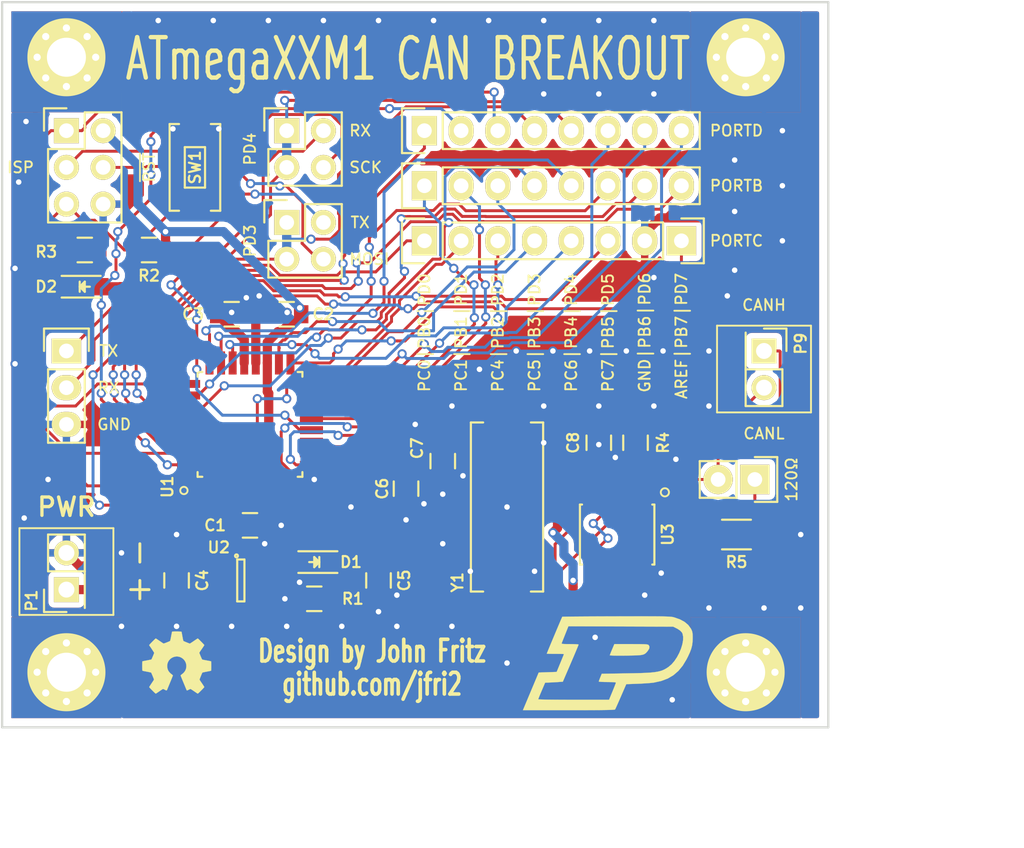
<source format=kicad_pcb>
(kicad_pcb (version 4) (host pcbnew 4.0.3-stable)

  (general
    (links 89)
    (no_connects 0)
    (area 53.899999 36.754999 111.200001 87.070001)
    (thickness 1.6)
    (drawings 38)
    (tracks 1030)
    (zones 0)
    (modules 37)
    (nets 42)
  )

  (page A4)
  (layers
    (0 F.Cu mixed)
    (31 B.Cu mixed)
    (32 B.Adhes user)
    (33 F.Adhes user)
    (34 B.Paste user)
    (35 F.Paste user)
    (36 B.SilkS user)
    (37 F.SilkS user)
    (38 B.Mask user)
    (39 F.Mask user)
    (40 Dwgs.User user)
    (41 Cmts.User user)
    (42 Eco1.User user)
    (43 Eco2.User user)
    (44 Edge.Cuts user)
    (45 Margin user)
    (46 B.CrtYd user)
    (47 F.CrtYd user)
    (48 B.Fab user)
    (49 F.Fab user hide)
  )

  (setup
    (last_trace_width 0.2032)
    (user_trace_width 0.2032)
    (user_trace_width 0.635)
    (trace_clearance 0.1524)
    (zone_clearance 0.1524)
    (zone_45_only no)
    (trace_min 0.1524)
    (segment_width 0.2)
    (edge_width 0.15)
    (via_size 0.635)
    (via_drill 0.381)
    (via_min_size 0.635)
    (via_min_drill 0.381)
    (user_via 0.635 0.381)
    (uvia_size 0.3)
    (uvia_drill 0.1)
    (uvias_allowed no)
    (uvia_min_size 0.2)
    (uvia_min_drill 0.1)
    (pcb_text_width 0.3)
    (pcb_text_size 1.5 1.5)
    (mod_edge_width 0.15)
    (mod_text_size 0.762 0.762)
    (mod_text_width 0.15)
    (pad_size 1.524 1.524)
    (pad_drill 0.762)
    (pad_to_mask_clearance 0.0635)
    (pad_to_paste_clearance -0.127)
    (aux_axis_origin 0 0)
    (visible_elements 7FFFFFFF)
    (pcbplotparams
      (layerselection 0x0b0e8_80000001)
      (usegerberextensions false)
      (excludeedgelayer true)
      (linewidth 0.100000)
      (plotframeref false)
      (viasonmask false)
      (mode 1)
      (useauxorigin false)
      (hpglpennumber 1)
      (hpglpenspeed 20)
      (hpglpendiameter 15)
      (hpglpenoverlay 2)
      (psnegative false)
      (psa4output false)
      (plotreference true)
      (plotvalue false)
      (plotinvisibletext false)
      (padsonsilk false)
      (subtractmaskfromsilk false)
      (outputformat 4)
      (mirror false)
      (drillshape 0)
      (scaleselection 1)
      (outputdirectory PDFs/))
  )

  (net 0 "")
  (net 1 +5V)
  (net 2 GND)
  (net 3 /VIN)
  (net 4 "Net-(C6-Pad2)")
  (net 5 "Net-(C7-Pad2)")
  (net 6 "Net-(D1-Pad1)")
  (net 7 "Net-(D2-Pad1)")
  (net 8 /PB0)
  (net 9 /PB1)
  (net 10 /PB2)
  (net 11 /PB3)
  (net 12 /PB4)
  (net 13 /PB5)
  (net 14 /PB6)
  (net 15 /PB7)
  (net 16 /PC0)
  (net 17 /PC1)
  (net 18 /PC4)
  (net 19 /PC5)
  (net 20 /PC6)
  (net 21 /PC7)
  (net 22 /PD0)
  (net 23 /PD1)
  (net 24 AVR_MISO)
  (net 25 /PD3)
  (net 26 /PD4)
  (net 27 /PD5)
  (net 28 /PD6)
  (net 29 /PD7)
  (net 30 AVR_TX)
  (net 31 AVR_MOSI)
  (net 32 AVR_RX)
  (net 33 AVR_SCK)
  (net 34 "Net-(P7-Pad1)")
  (net 35 /CAN-)
  (net 36 ~AVR_RST)
  (net 37 /CAN+)
  (net 38 TXCAN)
  (net 39 RXCAN)
  (net 40 "Net-(U2-Pad4)")
  (net 41 /AREF)

  (net_class Default "This is the default net class."
    (clearance 0.1524)
    (trace_width 0.1778)
    (via_dia 0.635)
    (via_drill 0.381)
    (uvia_dia 0.3)
    (uvia_drill 0.1)
    (add_net +5V)
    (add_net /AREF)
    (add_net /CAN+)
    (add_net /CAN-)
    (add_net /PB0)
    (add_net /PB1)
    (add_net /PB2)
    (add_net /PB3)
    (add_net /PB4)
    (add_net /PB5)
    (add_net /PB6)
    (add_net /PB7)
    (add_net /PC0)
    (add_net /PC1)
    (add_net /PC4)
    (add_net /PC5)
    (add_net /PC6)
    (add_net /PC7)
    (add_net /PD0)
    (add_net /PD1)
    (add_net /PD3)
    (add_net /PD4)
    (add_net /PD5)
    (add_net /PD6)
    (add_net /PD7)
    (add_net /VIN)
    (add_net AVR_MISO)
    (add_net AVR_MOSI)
    (add_net AVR_RX)
    (add_net AVR_SCK)
    (add_net AVR_TX)
    (add_net GND)
    (add_net "Net-(C6-Pad2)")
    (add_net "Net-(C7-Pad2)")
    (add_net "Net-(D1-Pad1)")
    (add_net "Net-(D2-Pad1)")
    (add_net "Net-(P7-Pad1)")
    (add_net "Net-(U2-Pad4)")
    (add_net RXCAN)
    (add_net TXCAN)
    (add_net ~AVR_RST)
  )

  (module Graphics:oshw (layer F.Cu) (tedit 0) (tstamp 57F8946A)
    (at 66.04 82.55)
    (fp_text reference G*** (at 0 0) (layer F.SilkS) hide
      (effects (font (thickness 0.3)))
    )
    (fp_text value LOGO (at 0.75 0) (layer F.SilkS) hide
      (effects (font (thickness 0.3)))
    )
    (fp_poly (pts (xy 0.089832 -2.183991) (xy 0.164342 -2.18257) (xy 0.230563 -2.180466) (xy 0.284284 -2.177701)
      (xy 0.321295 -2.174294) (xy 0.337389 -2.170266) (xy 0.337599 -2.170002) (xy 0.341999 -2.159711)
      (xy 0.347546 -2.140129) (xy 0.354728 -2.108831) (xy 0.364032 -2.063393) (xy 0.375944 -2.001391)
      (xy 0.390951 -1.9204) (xy 0.40954 -1.817995) (xy 0.420161 -1.75895) (xy 0.433724 -1.687226)
      (xy 0.447012 -1.623836) (xy 0.458997 -1.573196) (xy 0.468649 -1.539721) (xy 0.47393 -1.528333)
      (xy 0.490069 -1.519123) (xy 0.52517 -1.50274) (xy 0.57449 -1.481123) (xy 0.633288 -1.456213)
      (xy 0.696822 -1.42995) (xy 0.760352 -1.404274) (xy 0.819135 -1.381125) (xy 0.86843 -1.362443)
      (xy 0.903495 -1.350167) (xy 0.91906 -1.3462) (xy 0.933259 -1.353126) (xy 0.96529 -1.372594)
      (xy 1.012132 -1.402645) (xy 1.070766 -1.441318) (xy 1.138172 -1.486651) (xy 1.192895 -1.524)
      (xy 1.264859 -1.573043) (xy 1.330266 -1.616905) (xy 1.386108 -1.653627) (xy 1.429378 -1.681249)
      (xy 1.457068 -1.697813) (xy 1.46582 -1.7018) (xy 1.479453 -1.693044) (xy 1.507459 -1.668801)
      (xy 1.546837 -1.632113) (xy 1.594583 -1.58602) (xy 1.647697 -1.533563) (xy 1.703174 -1.477783)
      (xy 1.758014 -1.42172) (xy 1.809214 -1.368416) (xy 1.853771 -1.320911) (xy 1.888685 -1.282245)
      (xy 1.910951 -1.25546) (xy 1.9177 -1.244129) (xy 1.915171 -1.234372) (xy 1.906756 -1.217279)
      (xy 1.891211 -1.190946) (xy 1.867291 -1.153469) (xy 1.833751 -1.102942) (xy 1.789348 -1.037463)
      (xy 1.732838 -0.955127) (xy 1.662975 -0.85403) (xy 1.65959 -0.849143) (xy 1.62615 -0.799346)
      (xy 1.598926 -0.755911) (xy 1.580845 -0.723707) (xy 1.5748 -0.70808) (xy 1.579567 -0.691003)
      (xy 1.592601 -0.655283) (xy 1.611997 -0.605551) (xy 1.635851 -0.546439) (xy 1.662258 -0.482577)
      (xy 1.689315 -0.418598) (xy 1.715116 -0.359132) (xy 1.737759 -0.308812) (xy 1.747299 -0.28853)
      (xy 1.767854 -0.256744) (xy 1.79057 -0.236901) (xy 1.796415 -0.234685) (xy 1.816151 -0.230737)
      (xy 1.856869 -0.222937) (xy 1.914575 -0.212037) (xy 1.985271 -0.198791) (xy 2.064963 -0.183952)
      (xy 2.10094 -0.17728) (xy 2.182115 -0.16205) (xy 2.254911 -0.148022) (xy 2.315606 -0.135943)
      (xy 2.360476 -0.126561) (xy 2.385798 -0.120624) (xy 2.389865 -0.11925) (xy 2.392733 -0.105293)
      (xy 2.3953 -0.069442) (xy 2.397452 -0.015206) (xy 2.399075 0.053911) (xy 2.400054 0.1344)
      (xy 2.400299 0.202394) (xy 2.39996 0.307298) (xy 2.398869 0.389064) (xy 2.396917 0.449945)
      (xy 2.393996 0.492196) (xy 2.389995 0.518068) (xy 2.384806 0.529817) (xy 2.384425 0.530146)
      (xy 2.367787 0.535955) (xy 2.329905 0.545319) (xy 2.274556 0.557429) (xy 2.205518 0.571475)
      (xy 2.126568 0.586648) (xy 2.083936 0.594518) (xy 2.001409 0.610125) (xy 1.926906 0.625322)
      (xy 1.864203 0.639247) (xy 1.817075 0.651042) (xy 1.789295 0.659847) (xy 1.783809 0.662891)
      (xy 1.775075 0.678751) (xy 1.759062 0.713749) (xy 1.737599 0.763378) (xy 1.712515 0.823133)
      (xy 1.68564 0.888504) (xy 1.658801 0.954987) (xy 1.633829 1.018072) (xy 1.612551 1.073253)
      (xy 1.596797 1.116023) (xy 1.588396 1.141875) (xy 1.5875 1.146667) (xy 1.594418 1.16004)
      (xy 1.613816 1.191156) (xy 1.643655 1.236912) (xy 1.681899 1.294207) (xy 1.726509 1.359941)
      (xy 1.7526 1.397957) (xy 1.799969 1.467686) (xy 1.842029 1.531462) (xy 1.876721 1.58601)
      (xy 1.901984 1.628051) (xy 1.91576 1.654309) (xy 1.9177 1.660648) (xy 1.908944 1.675947)
      (xy 1.884221 1.70633) (xy 1.845848 1.749254) (xy 1.796144 1.802172) (xy 1.737424 1.862539)
      (xy 1.696686 1.903408) (xy 1.62769 1.971797) (xy 1.574215 2.024081) (xy 1.5339 2.062192)
      (xy 1.504384 2.088064) (xy 1.483305 2.103629) (xy 1.468303 2.110821) (xy 1.457016 2.111572)
      (xy 1.447084 2.107817) (xy 1.447038 2.107792) (xy 1.428193 2.096148) (xy 1.392068 2.072462)
      (xy 1.342264 2.039149) (xy 1.282386 1.998622) (xy 1.216038 1.953298) (xy 1.198983 1.941583)
      (xy 1.132693 1.896504) (xy 1.072898 1.856798) (xy 1.022937 1.824603) (xy 0.986146 1.80206)
      (xy 0.965865 1.791307) (xy 0.963542 1.7907) (xy 0.94597 1.796248) (xy 0.911683 1.811178)
      (xy 0.866375 1.832917) (xy 0.835576 1.848516) (xy 0.787133 1.872367) (xy 0.746898 1.889999)
      (xy 0.720224 1.899185) (xy 0.71275 1.899608) (xy 0.704484 1.886144) (xy 0.688561 1.853192)
      (xy 0.666825 1.804818) (xy 0.641117 1.745089) (xy 0.621833 1.698916) (xy 0.593827 1.631114)
      (xy 0.558595 1.545935) (xy 0.518655 1.449458) (xy 0.476525 1.347761) (xy 0.434722 1.246926)
      (xy 0.410599 1.188777) (xy 0.375842 1.104441) (xy 0.344543 1.02739) (xy 0.317976 0.960847)
      (xy 0.297414 0.90804) (xy 0.28413 0.872193) (xy 0.2794 0.856531) (xy 0.2794 0.856517)
      (xy 0.289093 0.841908) (xy 0.314741 0.817891) (xy 0.351191 0.789192) (xy 0.358775 0.783699)
      (xy 0.469443 0.692402) (xy 0.556089 0.593527) (xy 0.619183 0.486213) (xy 0.659196 0.369603)
      (xy 0.676601 0.242838) (xy 0.677485 0.2032) (xy 0.665177 0.078937) (xy 0.630319 -0.037829)
      (xy 0.575217 -0.144824) (xy 0.502178 -0.239773) (xy 0.41351 -0.320403) (xy 0.31152 -0.384439)
      (xy 0.198514 -0.429607) (xy 0.076799 -0.453632) (xy 0.007791 -0.457013) (xy -0.10381 -0.445311)
      (xy -0.216925 -0.4128) (xy -0.324093 -0.362434) (xy -0.417853 -0.297165) (xy -0.43542 -0.281582)
      (xy -0.523329 -0.184057) (xy -0.587956 -0.076421) (xy -0.629196 0.041087) (xy -0.646946 0.168229)
      (xy -0.6477 0.201869) (xy -0.638645 0.328752) (xy -0.610541 0.442511) (xy -0.561983 0.54579)
      (xy -0.491562 0.641228) (xy -0.397874 0.73147) (xy -0.342612 0.774913) (xy -0.302579 0.806492)
      (xy -0.271957 0.834265) (xy -0.255528 0.853744) (xy -0.254 0.858113) (xy -0.258704 0.873619)
      (xy -0.272068 0.909736) (xy -0.29297 0.963632) (xy -0.320289 1.032477) (xy -0.352905 1.113438)
      (xy -0.389695 1.203685) (xy -0.420768 1.279186) (xy -0.46205 1.379154) (xy -0.501938 1.475873)
      (xy -0.538956 1.565754) (xy -0.571626 1.645207) (xy -0.598471 1.710641) (xy -0.618016 1.758466)
      (xy -0.625941 1.778) (xy -0.64995 1.836666) (xy -0.669032 1.874108) (xy -0.688405 1.892386)
      (xy -0.713284 1.893563) (xy -0.748887 1.879699) (xy -0.800429 1.852858) (xy -0.806786 1.849473)
      (xy -0.855841 1.824308) (xy -0.897732 1.804526) (xy -0.926652 1.792782) (xy -0.935325 1.7907)
      (xy -0.950807 1.797629) (xy -0.983711 1.816986) (xy -1.030656 1.846622) (xy -1.08826 1.88439)
      (xy -1.153144 1.928142) (xy -1.172016 1.941076) (xy -1.239384 1.987193) (xy -1.301268 2.029147)
      (xy -1.354034 2.064505) (xy -1.394047 2.090837) (xy -1.417672 2.105711) (xy -1.420462 2.107285)
      (xy -1.430577 2.111364) (xy -1.441639 2.111232) (xy -1.456023 2.104959) (xy -1.476105 2.090617)
      (xy -1.504261 2.066275) (xy -1.542866 2.030003) (xy -1.594296 1.979873) (xy -1.660926 1.913953)
      (xy -1.672026 1.902933) (xy -1.745918 1.828907) (xy -1.802694 1.770419) (xy -1.843876 1.725745)
      (xy -1.870984 1.693164) (xy -1.885538 1.670952) (xy -1.889058 1.657388) (xy -1.889007 1.657086)
      (xy -1.880689 1.639462) (xy -1.860038 1.604334) (xy -1.829189 1.555079) (xy -1.790276 1.495071)
      (xy -1.745431 1.427686) (xy -1.723168 1.394801) (xy -1.676695 1.325873) (xy -1.635475 1.263481)
      (xy -1.601553 1.210825) (xy -1.576975 1.171106) (xy -1.563786 1.147523) (xy -1.5621 1.142832)
      (xy -1.566836 1.124432) (xy -1.579799 1.087315) (xy -1.599126 1.03605) (xy -1.622955 0.975208)
      (xy -1.649421 0.909359) (xy -1.676661 0.843074) (xy -1.702812 0.780922) (xy -1.72601 0.727474)
      (xy -1.744391 0.6873) (xy -1.756093 0.66497) (xy -1.757952 0.662504) (xy -1.774864 0.655437)
      (xy -1.813017 0.644981) (xy -1.868612 0.631997) (xy -1.937848 0.617349) (xy -2.016926 0.601901)
      (xy -2.058925 0.594154) (xy -2.141409 0.578823) (xy -2.215895 0.564196) (xy -2.278601 0.551078)
      (xy -2.325746 0.540276) (xy -2.353547 0.532597) (xy -2.359025 0.530169) (xy -2.364256 0.513849)
      (xy -2.368541 0.476713) (xy -2.371881 0.422936) (xy -2.374275 0.356693) (xy -2.375724 0.28216)
      (xy -2.376227 0.203513) (xy -2.375784 0.124928) (xy -2.374396 0.050579) (xy -2.372063 -0.015357)
      (xy -2.368784 -0.068705) (xy -2.364559 -0.10529) (xy -2.359389 -0.120935) (xy -2.359025 -0.121126)
      (xy -2.342496 -0.125086) (xy -2.304672 -0.132946) (xy -2.249237 -0.14398) (xy -2.179871 -0.15746)
      (xy -2.100255 -0.172661) (xy -2.046833 -0.18273) (xy -1.963033 -0.198815) (xy -1.887546 -0.214006)
      (xy -1.823971 -0.227521) (xy -1.775907 -0.238579) (xy -1.746953 -0.246398) (xy -1.740126 -0.249328)
      (xy -1.730424 -0.266021) (xy -1.71342 -0.301534) (xy -1.691073 -0.351204) (xy -1.665338 -0.410369)
      (xy -1.638174 -0.474366) (xy -1.611537 -0.538533) (xy -1.587384 -0.598206) (xy -1.567673 -0.648724)
      (xy -1.554359 -0.685423) (xy -1.549401 -0.703641) (xy -1.5494 -0.703731) (xy -1.556207 -0.719244)
      (xy -1.575022 -0.751989) (xy -1.603437 -0.798285) (xy -1.639048 -0.854449) (xy -1.679445 -0.916801)
      (xy -1.722223 -0.98166) (xy -1.764975 -1.045342) (xy -1.805293 -1.104169) (xy -1.840771 -1.154457)
      (xy -1.868856 -1.192338) (xy -1.885917 -1.220901) (xy -1.8923 -1.243274) (xy -1.88364 -1.257386)
      (xy -1.859662 -1.28602) (xy -1.823374 -1.326135) (xy -1.77778 -1.374686) (xy -1.725887 -1.42863)
      (xy -1.6707 -1.484925) (xy -1.615227 -1.540527) (xy -1.562472 -1.592393) (xy -1.515442 -1.63748)
      (xy -1.477143 -1.672746) (xy -1.45058 -1.695146) (xy -1.43937 -1.7018) (xy -1.425238 -1.694875)
      (xy -1.393321 -1.675424) (xy -1.346678 -1.645437) (xy -1.288368 -1.606901) (xy -1.221451 -1.561804)
      (xy -1.172802 -1.528551) (xy -1.101375 -1.479791) (xy -1.036124 -1.435881) (xy -0.980198 -1.398892)
      (xy -0.936748 -1.37089) (xy -0.908924 -1.353947) (xy -0.900644 -1.349824) (xy -0.883175 -1.352762)
      (xy -0.847066 -1.363937) (xy -0.796992 -1.381506) (xy -0.737626 -1.403625) (xy -0.673644 -1.428451)
      (xy -0.609718 -1.454138) (xy -0.550524 -1.478844) (xy -0.500735 -1.500724) (xy -0.465025 -1.517934)
      (xy -0.448479 -1.5282) (xy -0.442053 -1.544366) (xy -0.431964 -1.581953) (xy -0.41902 -1.637377)
      (xy -0.404031 -1.707055) (xy -0.387803 -1.787405) (xy -0.375318 -1.852459) (xy -0.359037 -1.938171)
      (xy -0.343956 -2.015679) (xy -0.330788 -2.081458) (xy -0.32025 -2.131985) (xy -0.313055 -2.163733)
      (xy -0.310265 -2.173134) (xy -0.29559 -2.177057) (xy -0.259739 -2.180155) (xy -0.20692 -2.182449)
      (xy -0.141345 -2.183959) (xy -0.067221 -2.184706) (xy 0.011241 -2.18471) (xy 0.089832 -2.183991)) (layer F.SilkS) (width 0.01))
  )

  (module Graphics:purdue (layer F.Cu) (tedit 0) (tstamp 57F8941B)
    (at 95.885 82.55)
    (fp_text reference G*** (at 0 0) (layer F.SilkS) hide
      (effects (font (thickness 0.3)))
    )
    (fp_text value LOGO (at 0.75 0) (layer F.SilkS) hide
      (effects (font (thickness 0.3)))
    )
    (fp_poly (pts (xy 2.725057 -3.232791) (xy 3.092273 -3.231864) (xy 3.402816 -3.230136) (xy 3.662285 -3.227511)
      (xy 3.876279 -3.223895) (xy 4.050396 -3.219192) (xy 4.190235 -3.213308) (xy 4.301395 -3.206147)
      (xy 4.389475 -3.197615) (xy 4.460072 -3.187617) (xy 4.518786 -3.176057) (xy 4.571216 -3.162842)
      (xy 4.572 -3.162626) (xy 4.971171 -3.024663) (xy 5.296071 -2.850479) (xy 5.549994 -2.637795)
      (xy 5.736232 -2.384335) (xy 5.759002 -2.341743) (xy 5.807168 -2.237586) (xy 5.837622 -2.137384)
      (xy 5.854073 -2.017404) (xy 5.860231 -1.853915) (xy 5.860357 -1.693334) (xy 5.849893 -1.440408)
      (xy 5.817991 -1.209713) (xy 5.758755 -0.981369) (xy 5.666289 -0.735497) (xy 5.534695 -0.452216)
      (xy 5.433449 -0.254) (xy 5.168475 0.184011) (xy 4.867921 0.547925) (xy 4.525611 0.842106)
      (xy 4.135371 1.070917) (xy 3.691026 1.238723) (xy 3.186402 1.349887) (xy 3.15795 1.354268)
      (xy 3.002848 1.372582) (xy 2.785049 1.391353) (xy 2.526498 1.409035) (xy 2.249139 1.424085)
      (xy 2.044469 1.432627) (xy 1.265539 1.4605) (xy 0.897353 2.307166) (xy 0.787661 2.558263)
      (xy 0.68781 2.784675) (xy 0.603209 2.974307) (xy 0.539269 3.115062) (xy 0.501403 3.194847)
      (xy 0.494918 3.20675) (xy 0.471463 3.217082) (xy 0.412208 3.226074) (xy 0.312414 3.233806)
      (xy 0.167337 3.240354) (xy -0.027763 3.245798) (xy -0.277629 3.250215) (xy -0.587003 3.253684)
      (xy -0.960626 3.256283) (xy -1.403241 3.258089) (xy -1.91959 3.259183) (xy -2.514413 3.259641)
      (xy -2.7124 3.259666) (xy -5.885469 3.259666) (xy -5.818337 3.100916) (xy -5.780949 3.01218)
      (xy -5.717274 2.86071) (xy -5.63376 2.661855) (xy -5.56929 2.50825) (xy -4.826049 2.50825)
      (xy -4.784948 2.514038) (xy -4.66663 2.519486) (xy -4.478545 2.524497) (xy -4.228142 2.528974)
      (xy -3.92287 2.532822) (xy -3.570179 2.535944) (xy -3.177517 2.538243) (xy -2.752335 2.539622)
      (xy -2.375469 2.54) (xy 0.075062 2.54) (xy 0.312698 1.963415) (xy 0.396581 1.757477)
      (xy 0.467473 1.578835) (xy 0.519644 1.442297) (xy 0.547361 1.362668) (xy 0.550334 1.349582)
      (xy 0.510528 1.336195) (xy 0.40121 1.324942) (xy 0.237524 1.316776) (xy 0.034614 1.312648)
      (xy -0.042333 1.312333) (xy -0.255331 1.309973) (xy -0.43437 1.303491) (xy -0.564305 1.293785)
      (xy -0.629991 1.281753) (xy -0.635 1.277191) (xy -0.620083 1.222256) (xy -0.581194 1.113913)
      (xy -0.533097 0.991441) (xy -0.431194 0.740833) (xy 1.276653 0.714779) (xy 1.790571 0.705818)
      (xy 2.228342 0.694981) (xy 2.598484 0.680952) (xy 2.909517 0.66241) (xy 3.169958 0.638038)
      (xy 3.388325 0.606518) (xy 3.573137 0.566529) (xy 3.732911 0.516754) (xy 3.876167 0.455875)
      (xy 4.011423 0.382571) (xy 4.147195 0.295526) (xy 4.194144 0.263157) (xy 4.404335 0.083521)
      (xy 4.600503 -0.14551) (xy 4.777604 -0.410833) (xy 4.930594 -0.699342) (xy 5.05443 -0.997931)
      (xy 5.144068 -1.293496) (xy 5.194464 -1.572932) (xy 5.200573 -1.823134) (xy 5.157353 -2.030997)
      (xy 5.11175 -2.12099) (xy 4.998508 -2.24057) (xy 4.826903 -2.357503) (xy 4.7625 -2.391834)
      (xy 4.5085 -2.518834) (xy 0.885154 -2.530761) (xy -2.738192 -2.542689) (xy -2.956025 -1.995963)
      (xy -3.037429 -1.791474) (xy -3.108982 -1.611406) (xy -3.164108 -1.472331) (xy -3.19623 -1.390821)
      (xy -3.200124 -1.380785) (xy -3.202637 -1.353665) (xy -3.177841 -1.33475) (xy -3.113733 -1.322602)
      (xy -2.998308 -1.315781) (xy -2.819562 -1.312848) (xy -2.629196 -1.312334) (xy -2.41533 -1.310064)
      (xy -2.235365 -1.303828) (xy -2.10439 -1.294486) (xy -2.037492 -1.282898) (xy -2.032 -1.278289)
      (xy -2.048158 -1.232522) (xy -2.093998 -1.118491) (xy -2.165567 -0.945629) (xy -2.25891 -0.72337)
      (xy -2.370075 -0.461148) (xy -2.495108 -0.168397) (xy -2.577497 0.023461) (xy -3.122994 1.291166)
      (xy -3.519413 1.318178) (xy -3.724979 1.331075) (xy -3.926837 1.341875) (xy -4.090471 1.348786)
      (xy -4.131125 1.349928) (xy -4.346417 1.354666) (xy -4.586258 1.915583) (xy -4.671724 2.117568)
      (xy -4.743745 2.291782) (xy -4.796355 2.423488) (xy -4.823591 2.497944) (xy -4.826049 2.50825)
      (xy -5.56929 2.50825) (xy -5.536853 2.430967) (xy -5.433 2.183394) (xy -5.431646 2.180166)
      (xy -5.31906 1.911705) (xy -5.205117 1.640019) (xy -5.098698 1.386282) (xy -5.008685 1.171671)
      (xy -4.952267 1.037166) (xy -4.792446 0.656166) (xy -4.17126 0.635) (xy -3.550073 0.613833)
      (xy -3.299036 0.003646) (xy -3.213048 -0.20623) (xy -3.139748 -0.386785) (xy -3.084635 -0.524344)
      (xy -3.053208 -0.60523) (xy -3.048 -0.620771) (xy -3.087808 -0.625885) (xy -3.197135 -0.630184)
      (xy -3.360833 -0.633303) (xy -3.563755 -0.63488) (xy -3.640666 -0.635) (xy -3.853671 -0.63605)
      (xy -4.032714 -0.638933) (xy -4.162649 -0.64325) (xy -4.228329 -0.648601) (xy -4.233333 -0.650629)
      (xy -4.217575 -0.693801) (xy -4.173466 -0.803595) (xy -4.105756 -0.968703) (xy -4.019192 -1.17782)
      (xy -3.918523 -1.419637) (xy -3.808499 -1.682849) (xy -3.693868 -1.956148) (xy -3.579378 -2.228227)
      (xy -3.469779 -2.487779) (xy -3.369819 -2.723498) (xy -3.284246 -2.924076) (xy -3.21781 -3.078207)
      (xy -3.175259 -3.174584) (xy -3.16158 -3.202531) (xy -3.117271 -3.205558) (xy -2.994383 -3.208624)
      (xy -2.799008 -3.211684) (xy -2.537235 -3.214694) (xy -2.215153 -3.217607) (xy -1.838851 -3.220378)
      (xy -1.414419 -3.222963) (xy -0.947946 -3.225315) (xy -0.445523 -3.227389) (xy 0.086763 -3.22914)
      (xy 0.577493 -3.230383) (xy 1.227387 -3.231712) (xy 1.798213 -3.23262) (xy 2.29557 -3.233012)
      (xy 2.725057 -3.232791)) (layer F.SilkS) (width 0.01))
    (fp_poly (pts (xy 1.94252 -1.311767) (xy 2.216573 -1.309717) (xy 2.425102 -1.305663) (xy 2.577678 -1.299081)
      (xy 2.68387 -1.28945) (xy 2.753246 -1.276247) (xy 2.795377 -1.25895) (xy 2.812143 -1.24581)
      (xy 2.87237 -1.134377) (xy 2.852539 -0.999521) (xy 2.752435 -0.839854) (xy 2.747857 -0.834263)
      (xy 2.674307 -0.747642) (xy 2.605481 -0.679174) (xy 2.530593 -0.626583) (xy 2.438859 -0.587589)
      (xy 2.319491 -0.559915) (xy 2.161704 -0.541284) (xy 1.954711 -0.529417) (xy 1.687728 -0.522037)
      (xy 1.349968 -0.516866) (xy 1.23825 -0.515467) (xy 0.941518 -0.513061) (xy 0.674656 -0.513297)
      (xy 0.448723 -0.515972) (xy 0.274779 -0.520879) (xy 0.163882 -0.527812) (xy 0.127 -0.536122)
      (xy 0.142574 -0.587771) (xy 0.184391 -0.698155) (xy 0.245095 -0.848293) (xy 0.284067 -0.941405)
      (xy 0.441133 -1.312334) (xy 1.593376 -1.312334) (xy 1.94252 -1.311767)) (layer F.SilkS) (width 0.01))
  )

  (module Housings_SOIC:SOIC-8_3.9x4.9mm_Pitch1.27mm (layer F.Cu) (tedit 57F87A9F) (tstamp 57F85A6E)
    (at 96.52 73.66 270)
    (descr "8-Lead Plastic Small Outline (SN) - Narrow, 3.90 mm Body [SOIC] (see Microchip Packaging Specification 00000049BS.pdf)")
    (tags "SOIC 1.27")
    (path /57FB96FD)
    (attr smd)
    (fp_text reference U3 (at 0 -3.5 270) (layer F.SilkS)
      (effects (font (size 0.762 0.762) (thickness 0.15)))
    )
    (fp_text value ATA6560 (at 0 3.5 270) (layer F.Fab)
      (effects (font (size 1 1) (thickness 0.15)))
    )
    (fp_circle (center -2.921 -3.302) (end -2.794 -3.048) (layer F.SilkS) (width 0.13))
    (fp_line (start -3.75 -2.75) (end -3.75 2.75) (layer F.CrtYd) (width 0.05))
    (fp_line (start 3.75 -2.75) (end 3.75 2.75) (layer F.CrtYd) (width 0.05))
    (fp_line (start -3.75 -2.75) (end 3.75 -2.75) (layer F.CrtYd) (width 0.05))
    (fp_line (start -3.75 2.75) (end 3.75 2.75) (layer F.CrtYd) (width 0.05))
    (fp_line (start -2.075 -2.575) (end -2.075 -2.43) (layer F.SilkS) (width 0.15))
    (fp_line (start 2.075 -2.575) (end 2.075 -2.43) (layer F.SilkS) (width 0.15))
    (fp_line (start 2.075 2.575) (end 2.075 2.43) (layer F.SilkS) (width 0.15))
    (fp_line (start -2.075 2.575) (end -2.075 2.43) (layer F.SilkS) (width 0.15))
    (fp_line (start -2.075 -2.575) (end 2.075 -2.575) (layer F.SilkS) (width 0.15))
    (fp_line (start -2.075 2.575) (end 2.075 2.575) (layer F.SilkS) (width 0.15))
    (pad 1 smd rect (at -2.7 -1.905 270) (size 1.55 0.6) (layers F.Cu F.Paste F.Mask)
      (net 38 TXCAN))
    (pad 2 smd rect (at -2.7 -0.635 270) (size 1.55 0.6) (layers F.Cu F.Paste F.Mask)
      (net 2 GND))
    (pad 3 smd rect (at -2.7 0.635 270) (size 1.55 0.6) (layers F.Cu F.Paste F.Mask)
      (net 1 +5V))
    (pad 4 smd rect (at -2.7 1.905 270) (size 1.55 0.6) (layers F.Cu F.Paste F.Mask)
      (net 39 RXCAN))
    (pad 5 smd rect (at 2.7 1.905 270) (size 1.55 0.6) (layers F.Cu F.Paste F.Mask)
      (net 1 +5V))
    (pad 6 smd rect (at 2.7 0.635 270) (size 1.55 0.6) (layers F.Cu F.Paste F.Mask)
      (net 35 /CAN-))
    (pad 7 smd rect (at 2.7 -0.635 270) (size 1.55 0.6) (layers F.Cu F.Paste F.Mask)
      (net 37 /CAN+))
    (pad 8 smd rect (at 2.7 -1.905 270) (size 1.55 0.6) (layers F.Cu F.Paste F.Mask)
      (net 2 GND))
    (model Housings_SOIC.3dshapes/SOIC-8_3.9x4.9mm_Pitch1.27mm.wrl
      (at (xyz 0 0 0))
      (scale (xyz 1 1 1))
      (rotate (xyz 0 0 0))
    )
  )

  (module Pin_Headers:Pin_Header_Straight_1x01 (layer F.Cu) (tedit 57F87C4F) (tstamp 57F8E10B)
    (at 100.965 53.34 270)
    (descr "Through hole pin header")
    (tags "pin header")
    (path /57F86136)
    (fp_text reference P11 (at -12.7 14.605 270) (layer F.SilkS) hide
      (effects (font (size 0.762 0.762) (thickness 0.15)))
    )
    (fp_text value AREF (at 0 -3.1 270) (layer F.Fab)
      (effects (font (size 1 1) (thickness 0.15)))
    )
    (fp_line (start 1.55 -1.55) (end 1.55 0) (layer F.SilkS) (width 0.15))
    (fp_line (start -1.75 -1.75) (end -1.75 1.75) (layer F.CrtYd) (width 0.05))
    (fp_line (start 1.75 -1.75) (end 1.75 1.75) (layer F.CrtYd) (width 0.05))
    (fp_line (start -1.75 -1.75) (end 1.75 -1.75) (layer F.CrtYd) (width 0.05))
    (fp_line (start -1.75 1.75) (end 1.75 1.75) (layer F.CrtYd) (width 0.05))
    (fp_line (start -1.55 0) (end -1.55 -1.55) (layer F.SilkS) (width 0.15))
    (fp_line (start -1.55 -1.55) (end 1.55 -1.55) (layer F.SilkS) (width 0.15))
    (fp_line (start -1.27 1.27) (end 1.27 1.27) (layer F.SilkS) (width 0.15))
    (pad 1 thru_hole rect (at 0 0 270) (size 2.032 2.032) (drill 1.016) (layers *.Cu *.Mask F.SilkS)
      (net 41 /AREF))
    (model Pin_Headers.3dshapes/Pin_Header_Straight_1x01.wrl
      (at (xyz 0 0 0))
      (scale (xyz 1 1 1))
      (rotate (xyz 0 0 90))
    )
  )

  (module Crystals:Crystal_HC49-SD_SMD (layer F.Cu) (tedit 0) (tstamp 57F85A7D)
    (at 88.9 71.755 90)
    (descr "Crystal Quarz HC49-SD SMD")
    (tags "Crystal Quarz HC49-SD SMD")
    (path /57F1A3B0)
    (attr smd)
    (fp_text reference Y1 (at -5.207 -3.429 90) (layer F.SilkS)
      (effects (font (size 0.762 0.762) (thickness 0.15)))
    )
    (fp_text value 16MHz (at 2.54 5.08 90) (layer F.Fab)
      (effects (font (size 1 1) (thickness 0.15)))
    )
    (fp_circle (center 0 0) (end 0.8509 0) (layer F.Adhes) (width 0.381))
    (fp_circle (center 0 0) (end 0.50038 0) (layer F.Adhes) (width 0.381))
    (fp_circle (center 0 0) (end 0.14986 0.0508) (layer F.Adhes) (width 0.381))
    (fp_line (start -5.84962 2.49936) (end 5.84962 2.49936) (layer F.SilkS) (width 0.15))
    (fp_line (start 5.84962 -2.49936) (end -5.84962 -2.49936) (layer F.SilkS) (width 0.15))
    (fp_line (start 5.84962 2.49936) (end 5.84962 1.651) (layer F.SilkS) (width 0.15))
    (fp_line (start 5.84962 -2.49936) (end 5.84962 -1.651) (layer F.SilkS) (width 0.15))
    (fp_line (start -5.84962 2.49936) (end -5.84962 1.651) (layer F.SilkS) (width 0.15))
    (fp_line (start -5.84962 -2.49936) (end -5.84962 -1.651) (layer F.SilkS) (width 0.15))
    (pad 1 smd rect (at -4.84886 0 90) (size 5.6007 2.10058) (layers F.Cu F.Paste F.Mask)
      (net 4 "Net-(C6-Pad2)"))
    (pad 2 smd rect (at 4.84886 0 90) (size 5.6007 2.10058) (layers F.Cu F.Paste F.Mask)
      (net 5 "Net-(C7-Pad2)"))
  )

  (module Housings_QFP:TQFP-32_7x7mm_Pitch0.8mm (layer F.Cu) (tedit 57F86142) (tstamp 57F85A45)
    (at 71.12 66.04 90)
    (descr "32-Lead Plastic Thin Quad Flatpack (PT) - 7x7x1.0 mm Body, 2.00 mm [TQFP] (see Microchip Packaging Specification 00000049BS.pdf)")
    (tags "QFP 0.8")
    (path /57F1A0D7)
    (attr smd)
    (fp_text reference U1 (at -4.318 -5.715 270) (layer F.SilkS)
      (effects (font (size 0.762 0.762) (thickness 0.15)))
    )
    (fp_text value ATMEGA32M1-A (at 0 6.05 90) (layer F.Fab)
      (effects (font (size 1 1) (thickness 0.15)))
    )
    (fp_circle (center -4.572 -4.572) (end -4.572 -4.318) (layer F.SilkS) (width 0.13))
    (fp_line (start -5.3 -5.3) (end -5.3 5.3) (layer F.CrtYd) (width 0.05))
    (fp_line (start 5.3 -5.3) (end 5.3 5.3) (layer F.CrtYd) (width 0.05))
    (fp_line (start -5.3 -5.3) (end 5.3 -5.3) (layer F.CrtYd) (width 0.05))
    (fp_line (start -5.3 5.3) (end 5.3 5.3) (layer F.CrtYd) (width 0.05))
    (fp_line (start -3.625 -3.625) (end -3.625 -3.3) (layer F.SilkS) (width 0.15))
    (fp_line (start 3.625 -3.625) (end 3.625 -3.3) (layer F.SilkS) (width 0.15))
    (fp_line (start 3.625 3.625) (end 3.625 3.3) (layer F.SilkS) (width 0.15))
    (fp_line (start -3.625 3.625) (end -3.625 3.3) (layer F.SilkS) (width 0.15))
    (fp_line (start -3.625 -3.625) (end -3.3 -3.625) (layer F.SilkS) (width 0.15))
    (fp_line (start -3.625 3.625) (end -3.3 3.625) (layer F.SilkS) (width 0.15))
    (fp_line (start 3.625 3.625) (end 3.3 3.625) (layer F.SilkS) (width 0.15))
    (fp_line (start 3.625 -3.625) (end 3.3 -3.625) (layer F.SilkS) (width 0.15))
    (pad 1 smd rect (at -4.25 -2.8 90) (size 1.6 0.55) (layers F.Cu F.Paste F.Mask)
      (net 24 AVR_MISO))
    (pad 2 smd rect (at -4.25 -2 90) (size 1.6 0.55) (layers F.Cu F.Paste F.Mask)
      (net 25 /PD3))
    (pad 3 smd rect (at -4.25 -1.2 90) (size 1.6 0.55) (layers F.Cu F.Paste F.Mask)
      (net 17 /PC1))
    (pad 4 smd rect (at -4.25 -0.4 90) (size 1.6 0.55) (layers F.Cu F.Paste F.Mask)
      (net 1 +5V))
    (pad 5 smd rect (at -4.25 0.4 90) (size 1.6 0.55) (layers F.Cu F.Paste F.Mask)
      (net 2 GND))
    (pad 6 smd rect (at -4.25 1.2 90) (size 1.6 0.55) (layers F.Cu F.Paste F.Mask)
      (net 38 TXCAN))
    (pad 7 smd rect (at -4.25 2 90) (size 1.6 0.55) (layers F.Cu F.Paste F.Mask)
      (net 39 RXCAN))
    (pad 8 smd rect (at -4.25 2.8 90) (size 1.6 0.55) (layers F.Cu F.Paste F.Mask)
      (net 8 /PB0))
    (pad 9 smd rect (at -2.8 4.25 180) (size 1.6 0.55) (layers F.Cu F.Paste F.Mask)
      (net 9 /PB1))
    (pad 10 smd rect (at -2 4.25 180) (size 1.6 0.55) (layers F.Cu F.Paste F.Mask)
      (net 4 "Net-(C6-Pad2)"))
    (pad 11 smd rect (at -1.2 4.25 180) (size 1.6 0.55) (layers F.Cu F.Paste F.Mask)
      (net 5 "Net-(C7-Pad2)"))
    (pad 12 smd rect (at -0.4 4.25 180) (size 1.6 0.55) (layers F.Cu F.Paste F.Mask)
      (net 26 /PD4))
    (pad 13 smd rect (at 0.4 4.25 180) (size 1.6 0.55) (layers F.Cu F.Paste F.Mask)
      (net 27 /PD5))
    (pad 14 smd rect (at 1.2 4.25 180) (size 1.6 0.55) (layers F.Cu F.Paste F.Mask)
      (net 28 /PD6))
    (pad 15 smd rect (at 2 4.25 180) (size 1.6 0.55) (layers F.Cu F.Paste F.Mask)
      (net 29 /PD7))
    (pad 16 smd rect (at 2.8 4.25 180) (size 1.6 0.55) (layers F.Cu F.Paste F.Mask)
      (net 10 /PB2))
    (pad 17 smd rect (at 4.25 2.8 90) (size 1.6 0.55) (layers F.Cu F.Paste F.Mask)
      (net 18 /PC4))
    (pad 18 smd rect (at 4.25 2 90) (size 1.6 0.55) (layers F.Cu F.Paste F.Mask)
      (net 19 /PC5))
    (pad 19 smd rect (at 4.25 1.2 90) (size 1.6 0.55) (layers F.Cu F.Paste F.Mask)
      (net 1 +5V))
    (pad 20 smd rect (at 4.25 0.4 90) (size 1.6 0.55) (layers F.Cu F.Paste F.Mask)
      (net 2 GND))
    (pad 21 smd rect (at 4.25 -0.4 90) (size 1.6 0.55) (layers F.Cu F.Paste F.Mask)
      (net 41 /AREF))
    (pad 22 smd rect (at 4.25 -1.2 90) (size 1.6 0.55) (layers F.Cu F.Paste F.Mask)
      (net 20 /PC6))
    (pad 23 smd rect (at 4.25 -2 90) (size 1.6 0.55) (layers F.Cu F.Paste F.Mask)
      (net 11 /PB3))
    (pad 24 smd rect (at 4.25 -2.8 90) (size 1.6 0.55) (layers F.Cu F.Paste F.Mask)
      (net 12 /PB4))
    (pad 25 smd rect (at 2.8 -4.25 180) (size 1.6 0.55) (layers F.Cu F.Paste F.Mask)
      (net 21 /PC7))
    (pad 26 smd rect (at 2 -4.25 180) (size 1.6 0.55) (layers F.Cu F.Paste F.Mask)
      (net 13 /PB5))
    (pad 27 smd rect (at 1.2 -4.25 180) (size 1.6 0.55) (layers F.Cu F.Paste F.Mask)
      (net 14 /PB6))
    (pad 28 smd rect (at 0.4 -4.25 180) (size 1.6 0.55) (layers F.Cu F.Paste F.Mask)
      (net 15 /PB7))
    (pad 29 smd rect (at -0.4 -4.25 180) (size 1.6 0.55) (layers F.Cu F.Paste F.Mask)
      (net 22 /PD0))
    (pad 30 smd rect (at -1.2 -4.25 180) (size 1.6 0.55) (layers F.Cu F.Paste F.Mask)
      (net 16 /PC0))
    (pad 31 smd rect (at -2 -4.25 180) (size 1.6 0.55) (layers F.Cu F.Paste F.Mask)
      (net 36 ~AVR_RST))
    (pad 32 smd rect (at -2.8 -4.25 180) (size 1.6 0.55) (layers F.Cu F.Paste F.Mask)
      (net 23 /PD1))
    (model Housings_QFP.3dshapes/TQFP-32_7x7mm_Pitch0.8mm.wrl
      (at (xyz 0 0 0))
      (scale (xyz 1 1 1))
      (rotate (xyz 0 0 0))
    )
  )

  (module Capacitors_SMD:C_0805 (layer F.Cu) (tedit 5415D6EA) (tstamp 57F8587A)
    (at 71.12 73.025)
    (descr "Capacitor SMD 0805, reflow soldering, AVX (see smccp.pdf)")
    (tags "capacitor 0805")
    (path /57F1C6D9)
    (attr smd)
    (fp_text reference C1 (at -2.413 0) (layer F.SilkS)
      (effects (font (size 0.762 0.762) (thickness 0.15)))
    )
    (fp_text value 100nF (at 0 2.1) (layer F.Fab)
      (effects (font (size 1 1) (thickness 0.15)))
    )
    (fp_line (start -1.8 -1) (end 1.8 -1) (layer F.CrtYd) (width 0.05))
    (fp_line (start -1.8 1) (end 1.8 1) (layer F.CrtYd) (width 0.05))
    (fp_line (start -1.8 -1) (end -1.8 1) (layer F.CrtYd) (width 0.05))
    (fp_line (start 1.8 -1) (end 1.8 1) (layer F.CrtYd) (width 0.05))
    (fp_line (start 0.5 -0.85) (end -0.5 -0.85) (layer F.SilkS) (width 0.15))
    (fp_line (start -0.5 0.85) (end 0.5 0.85) (layer F.SilkS) (width 0.15))
    (pad 1 smd rect (at -1 0) (size 1 1.25) (layers F.Cu F.Paste F.Mask)
      (net 1 +5V))
    (pad 2 smd rect (at 1 0) (size 1 1.25) (layers F.Cu F.Paste F.Mask)
      (net 2 GND))
    (model Capacitors_SMD.3dshapes/C_0805.wrl
      (at (xyz 0 0 0))
      (scale (xyz 1 1 1))
      (rotate (xyz 0 0 0))
    )
  )

  (module Capacitors_SMD:C_0805 (layer F.Cu) (tedit 5415D6EA) (tstamp 57F85886)
    (at 73.66 58.42 180)
    (descr "Capacitor SMD 0805, reflow soldering, AVX (see smccp.pdf)")
    (tags "capacitor 0805")
    (path /57F1C69C)
    (attr smd)
    (fp_text reference C2 (at -2.54 0 180) (layer F.SilkS)
      (effects (font (size 0.762 0.762) (thickness 0.15)))
    )
    (fp_text value 100nF (at 0 2.1 180) (layer F.Fab)
      (effects (font (size 1 1) (thickness 0.15)))
    )
    (fp_line (start -1.8 -1) (end 1.8 -1) (layer F.CrtYd) (width 0.05))
    (fp_line (start -1.8 1) (end 1.8 1) (layer F.CrtYd) (width 0.05))
    (fp_line (start -1.8 -1) (end -1.8 1) (layer F.CrtYd) (width 0.05))
    (fp_line (start 1.8 -1) (end 1.8 1) (layer F.CrtYd) (width 0.05))
    (fp_line (start 0.5 -0.85) (end -0.5 -0.85) (layer F.SilkS) (width 0.15))
    (fp_line (start -0.5 0.85) (end 0.5 0.85) (layer F.SilkS) (width 0.15))
    (pad 1 smd rect (at -1 0 180) (size 1 1.25) (layers F.Cu F.Paste F.Mask)
      (net 1 +5V))
    (pad 2 smd rect (at 1 0 180) (size 1 1.25) (layers F.Cu F.Paste F.Mask)
      (net 2 GND))
    (model Capacitors_SMD.3dshapes/C_0805.wrl
      (at (xyz 0 0 0))
      (scale (xyz 1 1 1))
      (rotate (xyz 0 0 0))
    )
  )

  (module Capacitors_SMD:C_0805 (layer F.Cu) (tedit 5415D6EA) (tstamp 57F85892)
    (at 69.85 58.42)
    (descr "Capacitor SMD 0805, reflow soldering, AVX (see smccp.pdf)")
    (tags "capacitor 0805")
    (path /57F1C506)
    (attr smd)
    (fp_text reference C3 (at -2.667 0) (layer F.SilkS)
      (effects (font (size 0.762 0.762) (thickness 0.15)))
    )
    (fp_text value 100nF (at 0 2.1) (layer F.Fab)
      (effects (font (size 1 1) (thickness 0.15)))
    )
    (fp_line (start -1.8 -1) (end 1.8 -1) (layer F.CrtYd) (width 0.05))
    (fp_line (start -1.8 1) (end 1.8 1) (layer F.CrtYd) (width 0.05))
    (fp_line (start -1.8 -1) (end -1.8 1) (layer F.CrtYd) (width 0.05))
    (fp_line (start 1.8 -1) (end 1.8 1) (layer F.CrtYd) (width 0.05))
    (fp_line (start 0.5 -0.85) (end -0.5 -0.85) (layer F.SilkS) (width 0.15))
    (fp_line (start -0.5 0.85) (end 0.5 0.85) (layer F.SilkS) (width 0.15))
    (pad 1 smd rect (at -1 0) (size 1 1.25) (layers F.Cu F.Paste F.Mask)
      (net 41 /AREF))
    (pad 2 smd rect (at 1 0) (size 1 1.25) (layers F.Cu F.Paste F.Mask)
      (net 2 GND))
    (model Capacitors_SMD.3dshapes/C_0805.wrl
      (at (xyz 0 0 0))
      (scale (xyz 1 1 1))
      (rotate (xyz 0 0 0))
    )
  )

  (module Capacitors_SMD:C_0805 (layer F.Cu) (tedit 5415D6EA) (tstamp 57F8589E)
    (at 66.04 76.835 90)
    (descr "Capacitor SMD 0805, reflow soldering, AVX (see smccp.pdf)")
    (tags "capacitor 0805")
    (path /57F8A909)
    (attr smd)
    (fp_text reference C4 (at 0 1.778 90) (layer F.SilkS)
      (effects (font (size 0.762 0.762) (thickness 0.15)))
    )
    (fp_text value 4.7uF (at 0 2.1 90) (layer F.Fab)
      (effects (font (size 1 1) (thickness 0.15)))
    )
    (fp_line (start -1.8 -1) (end 1.8 -1) (layer F.CrtYd) (width 0.05))
    (fp_line (start -1.8 1) (end 1.8 1) (layer F.CrtYd) (width 0.05))
    (fp_line (start -1.8 -1) (end -1.8 1) (layer F.CrtYd) (width 0.05))
    (fp_line (start 1.8 -1) (end 1.8 1) (layer F.CrtYd) (width 0.05))
    (fp_line (start 0.5 -0.85) (end -0.5 -0.85) (layer F.SilkS) (width 0.15))
    (fp_line (start -0.5 0.85) (end 0.5 0.85) (layer F.SilkS) (width 0.15))
    (pad 1 smd rect (at -1 0 90) (size 1 1.25) (layers F.Cu F.Paste F.Mask)
      (net 3 /VIN))
    (pad 2 smd rect (at 1 0 90) (size 1 1.25) (layers F.Cu F.Paste F.Mask)
      (net 2 GND))
    (model Capacitors_SMD.3dshapes/C_0805.wrl
      (at (xyz 0 0 0))
      (scale (xyz 1 1 1))
      (rotate (xyz 0 0 0))
    )
  )

  (module Capacitors_SMD:C_0805 (layer F.Cu) (tedit 5415D6EA) (tstamp 57F858AA)
    (at 80.01 76.835 270)
    (descr "Capacitor SMD 0805, reflow soldering, AVX (see smccp.pdf)")
    (tags "capacitor 0805")
    (path /57F8A98D)
    (attr smd)
    (fp_text reference C5 (at 0 -1.778 270) (layer F.SilkS)
      (effects (font (size 0.762 0.762) (thickness 0.15)))
    )
    (fp_text value 4.7uF (at 0 2.1 270) (layer F.Fab)
      (effects (font (size 1 1) (thickness 0.15)))
    )
    (fp_line (start -1.8 -1) (end 1.8 -1) (layer F.CrtYd) (width 0.05))
    (fp_line (start -1.8 1) (end 1.8 1) (layer F.CrtYd) (width 0.05))
    (fp_line (start -1.8 -1) (end -1.8 1) (layer F.CrtYd) (width 0.05))
    (fp_line (start 1.8 -1) (end 1.8 1) (layer F.CrtYd) (width 0.05))
    (fp_line (start 0.5 -0.85) (end -0.5 -0.85) (layer F.SilkS) (width 0.15))
    (fp_line (start -0.5 0.85) (end 0.5 0.85) (layer F.SilkS) (width 0.15))
    (pad 1 smd rect (at -1 0 270) (size 1 1.25) (layers F.Cu F.Paste F.Mask)
      (net 1 +5V))
    (pad 2 smd rect (at 1 0 270) (size 1 1.25) (layers F.Cu F.Paste F.Mask)
      (net 2 GND))
    (model Capacitors_SMD.3dshapes/C_0805.wrl
      (at (xyz 0 0 0))
      (scale (xyz 1 1 1))
      (rotate (xyz 0 0 0))
    )
  )

  (module Capacitors_SMD:C_0805 (layer F.Cu) (tedit 5415D6EA) (tstamp 57F858B6)
    (at 81.915 70.485 90)
    (descr "Capacitor SMD 0805, reflow soldering, AVX (see smccp.pdf)")
    (tags "capacitor 0805")
    (path /57F1A28C)
    (attr smd)
    (fp_text reference C6 (at 0 -1.651 90) (layer F.SilkS)
      (effects (font (size 0.762 0.762) (thickness 0.15)))
    )
    (fp_text value 18pF (at 0 2.1 90) (layer F.Fab)
      (effects (font (size 1 1) (thickness 0.15)))
    )
    (fp_line (start -1.8 -1) (end 1.8 -1) (layer F.CrtYd) (width 0.05))
    (fp_line (start -1.8 1) (end 1.8 1) (layer F.CrtYd) (width 0.05))
    (fp_line (start -1.8 -1) (end -1.8 1) (layer F.CrtYd) (width 0.05))
    (fp_line (start 1.8 -1) (end 1.8 1) (layer F.CrtYd) (width 0.05))
    (fp_line (start 0.5 -0.85) (end -0.5 -0.85) (layer F.SilkS) (width 0.15))
    (fp_line (start -0.5 0.85) (end 0.5 0.85) (layer F.SilkS) (width 0.15))
    (pad 1 smd rect (at -1 0 90) (size 1 1.25) (layers F.Cu F.Paste F.Mask)
      (net 2 GND))
    (pad 2 smd rect (at 1 0 90) (size 1 1.25) (layers F.Cu F.Paste F.Mask)
      (net 4 "Net-(C6-Pad2)"))
    (model Capacitors_SMD.3dshapes/C_0805.wrl
      (at (xyz 0 0 0))
      (scale (xyz 1 1 1))
      (rotate (xyz 0 0 0))
    )
  )

  (module Capacitors_SMD:C_0805 (layer F.Cu) (tedit 5415D6EA) (tstamp 57F858C2)
    (at 84.455 68.58 90)
    (descr "Capacitor SMD 0805, reflow soldering, AVX (see smccp.pdf)")
    (tags "capacitor 0805")
    (path /57F1A218)
    (attr smd)
    (fp_text reference C7 (at 0.889 -1.778 90) (layer F.SilkS)
      (effects (font (size 0.762 0.762) (thickness 0.15)))
    )
    (fp_text value 18pF (at 0 2.1 90) (layer F.Fab)
      (effects (font (size 1 1) (thickness 0.15)))
    )
    (fp_line (start -1.8 -1) (end 1.8 -1) (layer F.CrtYd) (width 0.05))
    (fp_line (start -1.8 1) (end 1.8 1) (layer F.CrtYd) (width 0.05))
    (fp_line (start -1.8 -1) (end -1.8 1) (layer F.CrtYd) (width 0.05))
    (fp_line (start 1.8 -1) (end 1.8 1) (layer F.CrtYd) (width 0.05))
    (fp_line (start 0.5 -0.85) (end -0.5 -0.85) (layer F.SilkS) (width 0.15))
    (fp_line (start -0.5 0.85) (end 0.5 0.85) (layer F.SilkS) (width 0.15))
    (pad 1 smd rect (at -1 0 90) (size 1 1.25) (layers F.Cu F.Paste F.Mask)
      (net 2 GND))
    (pad 2 smd rect (at 1 0 90) (size 1 1.25) (layers F.Cu F.Paste F.Mask)
      (net 5 "Net-(C7-Pad2)"))
    (model Capacitors_SMD.3dshapes/C_0805.wrl
      (at (xyz 0 0 0))
      (scale (xyz 1 1 1))
      (rotate (xyz 0 0 0))
    )
  )

  (module Capacitors_SMD:C_0805 (layer F.Cu) (tedit 5415D6EA) (tstamp 57F858CE)
    (at 95.25 67.31 270)
    (descr "Capacitor SMD 0805, reflow soldering, AVX (see smccp.pdf)")
    (tags "capacitor 0805")
    (path /57FA9B09)
    (attr smd)
    (fp_text reference C8 (at 0 1.778 270) (layer F.SilkS)
      (effects (font (size 0.762 0.762) (thickness 0.15)))
    )
    (fp_text value 100nF (at 0 2.1 270) (layer F.Fab)
      (effects (font (size 1 1) (thickness 0.15)))
    )
    (fp_line (start -1.8 -1) (end 1.8 -1) (layer F.CrtYd) (width 0.05))
    (fp_line (start -1.8 1) (end 1.8 1) (layer F.CrtYd) (width 0.05))
    (fp_line (start -1.8 -1) (end -1.8 1) (layer F.CrtYd) (width 0.05))
    (fp_line (start 1.8 -1) (end 1.8 1) (layer F.CrtYd) (width 0.05))
    (fp_line (start 0.5 -0.85) (end -0.5 -0.85) (layer F.SilkS) (width 0.15))
    (fp_line (start -0.5 0.85) (end 0.5 0.85) (layer F.SilkS) (width 0.15))
    (pad 1 smd rect (at -1 0 270) (size 1 1.25) (layers F.Cu F.Paste F.Mask)
      (net 1 +5V))
    (pad 2 smd rect (at 1 0 270) (size 1 1.25) (layers F.Cu F.Paste F.Mask)
      (net 2 GND))
    (model Capacitors_SMD.3dshapes/C_0805.wrl
      (at (xyz 0 0 0))
      (scale (xyz 1 1 1))
      (rotate (xyz 0 0 0))
    )
  )

  (module LEDs:LED_0805 (layer F.Cu) (tedit 55BDE1C2) (tstamp 57F858E1)
    (at 75.565 75.565 180)
    (descr "LED 0805 smd package")
    (tags "LED 0805 SMD")
    (path /57F7868A)
    (attr smd)
    (fp_text reference D1 (at -2.54 0 180) (layer F.SilkS)
      (effects (font (size 0.762 0.762) (thickness 0.15)))
    )
    (fp_text value POWER_LED (at 0 1.75 180) (layer F.Fab)
      (effects (font (size 1 1) (thickness 0.15)))
    )
    (fp_line (start -1.6 0.75) (end 1.1 0.75) (layer F.SilkS) (width 0.15))
    (fp_line (start -1.6 -0.75) (end 1.1 -0.75) (layer F.SilkS) (width 0.15))
    (fp_line (start -0.1 0.15) (end -0.1 -0.1) (layer F.SilkS) (width 0.15))
    (fp_line (start -0.1 -0.1) (end -0.25 0.05) (layer F.SilkS) (width 0.15))
    (fp_line (start -0.35 -0.35) (end -0.35 0.35) (layer F.SilkS) (width 0.15))
    (fp_line (start 0 0) (end 0.35 0) (layer F.SilkS) (width 0.15))
    (fp_line (start -0.35 0) (end 0 -0.35) (layer F.SilkS) (width 0.15))
    (fp_line (start 0 -0.35) (end 0 0.35) (layer F.SilkS) (width 0.15))
    (fp_line (start 0 0.35) (end -0.35 0) (layer F.SilkS) (width 0.15))
    (fp_line (start 1.9 -0.95) (end 1.9 0.95) (layer F.CrtYd) (width 0.05))
    (fp_line (start 1.9 0.95) (end -1.9 0.95) (layer F.CrtYd) (width 0.05))
    (fp_line (start -1.9 0.95) (end -1.9 -0.95) (layer F.CrtYd) (width 0.05))
    (fp_line (start -1.9 -0.95) (end 1.9 -0.95) (layer F.CrtYd) (width 0.05))
    (pad 2 smd rect (at 1.04902 0) (size 1.19888 1.19888) (layers F.Cu F.Paste F.Mask)
      (net 1 +5V))
    (pad 1 smd rect (at -1.04902 0) (size 1.19888 1.19888) (layers F.Cu F.Paste F.Mask)
      (net 6 "Net-(D1-Pad1)"))
    (model LEDs.3dshapes/LED_0805.wrl
      (at (xyz 0 0 0))
      (scale (xyz 1 1 1))
      (rotate (xyz 0 0 0))
    )
  )

  (module LEDs:LED_0805 (layer F.Cu) (tedit 55BDE1C2) (tstamp 57F858F4)
    (at 59.69 56.515)
    (descr "LED 0805 smd package")
    (tags "LED 0805 SMD")
    (path /57F1A187)
    (attr smd)
    (fp_text reference D2 (at -2.667 0) (layer F.SilkS)
      (effects (font (size 0.762 0.762) (thickness 0.15)))
    )
    (fp_text value STATUS_LED (at 0 1.75) (layer F.Fab)
      (effects (font (size 1 1) (thickness 0.15)))
    )
    (fp_line (start -1.6 0.75) (end 1.1 0.75) (layer F.SilkS) (width 0.15))
    (fp_line (start -1.6 -0.75) (end 1.1 -0.75) (layer F.SilkS) (width 0.15))
    (fp_line (start -0.1 0.15) (end -0.1 -0.1) (layer F.SilkS) (width 0.15))
    (fp_line (start -0.1 -0.1) (end -0.25 0.05) (layer F.SilkS) (width 0.15))
    (fp_line (start -0.35 -0.35) (end -0.35 0.35) (layer F.SilkS) (width 0.15))
    (fp_line (start 0 0) (end 0.35 0) (layer F.SilkS) (width 0.15))
    (fp_line (start -0.35 0) (end 0 -0.35) (layer F.SilkS) (width 0.15))
    (fp_line (start 0 -0.35) (end 0 0.35) (layer F.SilkS) (width 0.15))
    (fp_line (start 0 0.35) (end -0.35 0) (layer F.SilkS) (width 0.15))
    (fp_line (start 1.9 -0.95) (end 1.9 0.95) (layer F.CrtYd) (width 0.05))
    (fp_line (start 1.9 0.95) (end -1.9 0.95) (layer F.CrtYd) (width 0.05))
    (fp_line (start -1.9 0.95) (end -1.9 -0.95) (layer F.CrtYd) (width 0.05))
    (fp_line (start -1.9 -0.95) (end 1.9 -0.95) (layer F.CrtYd) (width 0.05))
    (pad 2 smd rect (at 1.04902 0 180) (size 1.19888 1.19888) (layers F.Cu F.Paste F.Mask)
      (net 1 +5V))
    (pad 1 smd rect (at -1.04902 0 180) (size 1.19888 1.19888) (layers F.Cu F.Paste F.Mask)
      (net 7 "Net-(D2-Pad1)"))
    (model LEDs.3dshapes/LED_0805.wrl
      (at (xyz 0 0 0))
      (scale (xyz 1 1 1))
      (rotate (xyz 0 0 0))
    )
  )

  (module FritzLib:2x01_ScrewTerm (layer F.Cu) (tedit 57F87CA7) (tstamp 57F85909)
    (at 58.42 77.47 90)
    (descr "Through hole pin header")
    (tags "pin header")
    (path /57F7C5FC)
    (fp_text reference P1 (at -0.762 -2.413 90) (layer F.SilkS)
      (effects (font (size 0.762 0.762) (thickness 0.15)))
    )
    (fp_text value VIN (at 0 -3.1 90) (layer F.Fab)
      (effects (font (size 1 1) (thickness 0.15)))
    )
    (fp_line (start -1.75 3.25) (end -1.75 -3.25) (layer F.SilkS) (width 0.13))
    (fp_line (start 4.25 3.25) (end -1.75 3.25) (layer F.SilkS) (width 0.13))
    (fp_line (start 4.25 -3.25) (end 4.25 3.25) (layer F.SilkS) (width 0.13))
    (fp_line (start -1.75 -3.25) (end 4.25 -3.25) (layer F.SilkS) (width 0.13))
    (fp_line (start -1.75 -1.75) (end -1.75 1.75) (layer F.CrtYd) (width 0.05))
    (fp_line (start 4.3 -1.75) (end 4.3 1.75) (layer F.CrtYd) (width 0.05))
    (fp_line (start -1.75 -1.75) (end 4.3 -1.75) (layer F.CrtYd) (width 0.05))
    (fp_line (start -1.75 1.75) (end 4.3 1.75) (layer F.CrtYd) (width 0.05))
    (fp_line (start -1.55 0) (end -1.55 -1.55) (layer F.SilkS) (width 0.15))
    (fp_line (start 0 -1.55) (end -1.55 -1.55) (layer F.SilkS) (width 0.15))
    (fp_line (start -1.27 1.27) (end 1.27 1.27) (layer F.SilkS) (width 0.15))
    (fp_line (start 3.81 -1.27) (end 1.27 -1.27) (layer F.SilkS) (width 0.15))
    (fp_line (start 1.27 -1.27) (end 1.27 1.27) (layer F.SilkS) (width 0.15))
    (fp_line (start 1.27 1.27) (end 3.81 1.27) (layer F.SilkS) (width 0.15))
    (fp_line (start 3.81 1.27) (end 3.81 -1.27) (layer F.SilkS) (width 0.15))
    (pad 1 thru_hole rect (at 0 0 90) (size 1.7272 1.7272) (drill 1.1) (layers *.Cu *.Mask F.SilkS)
      (net 3 /VIN))
    (pad 2 thru_hole oval (at 2.54 0 90) (size 1.7272 1.7272) (drill 1.1) (layers *.Cu *.Mask F.SilkS)
      (net 2 GND))
    (model Pin_Headers.3dshapes/Pin_Header_Straight_2x01.wrl
      (at (xyz 0.05 0 0))
      (scale (xyz 1 1 1))
      (rotate (xyz 0 0 90))
    )
  )

  (module Pin_Headers:Pin_Header_Straight_1x08 (layer F.Cu) (tedit 57F87C87) (tstamp 57F85920)
    (at 83.185 49.53 90)
    (descr "Through hole pin header")
    (tags "pin header")
    (path /57F72ECC)
    (fp_text reference P2 (at 10.795 -9.525 90) (layer F.SilkS) hide
      (effects (font (size 0.762 0.762) (thickness 0.15)))
    )
    (fp_text value PORTB (at 0 -3.1 90) (layer F.Fab)
      (effects (font (size 1 1) (thickness 0.15)))
    )
    (fp_line (start -1.75 -1.75) (end -1.75 19.55) (layer F.CrtYd) (width 0.05))
    (fp_line (start 1.75 -1.75) (end 1.75 19.55) (layer F.CrtYd) (width 0.05))
    (fp_line (start -1.75 -1.75) (end 1.75 -1.75) (layer F.CrtYd) (width 0.05))
    (fp_line (start -1.75 19.55) (end 1.75 19.55) (layer F.CrtYd) (width 0.05))
    (fp_line (start 1.27 1.27) (end 1.27 19.05) (layer F.SilkS) (width 0.15))
    (fp_line (start 1.27 19.05) (end -1.27 19.05) (layer F.SilkS) (width 0.15))
    (fp_line (start -1.27 19.05) (end -1.27 1.27) (layer F.SilkS) (width 0.15))
    (fp_line (start 1.55 -1.55) (end 1.55 0) (layer F.SilkS) (width 0.15))
    (fp_line (start 1.27 1.27) (end -1.27 1.27) (layer F.SilkS) (width 0.15))
    (fp_line (start -1.55 0) (end -1.55 -1.55) (layer F.SilkS) (width 0.15))
    (fp_line (start -1.55 -1.55) (end 1.55 -1.55) (layer F.SilkS) (width 0.15))
    (pad 1 thru_hole rect (at 0 0 90) (size 2.032 1.7272) (drill 1.016) (layers *.Cu *.Mask F.SilkS)
      (net 8 /PB0))
    (pad 2 thru_hole oval (at 0 2.54 90) (size 2.032 1.7272) (drill 1.016) (layers *.Cu *.Mask F.SilkS)
      (net 9 /PB1))
    (pad 3 thru_hole oval (at 0 5.08 90) (size 2.032 1.7272) (drill 1.016) (layers *.Cu *.Mask F.SilkS)
      (net 10 /PB2))
    (pad 4 thru_hole oval (at 0 7.62 90) (size 2.032 1.7272) (drill 1.016) (layers *.Cu *.Mask F.SilkS)
      (net 11 /PB3))
    (pad 5 thru_hole oval (at 0 10.16 90) (size 2.032 1.7272) (drill 1.016) (layers *.Cu *.Mask F.SilkS)
      (net 12 /PB4))
    (pad 6 thru_hole oval (at 0 12.7 90) (size 2.032 1.7272) (drill 1.016) (layers *.Cu *.Mask F.SilkS)
      (net 13 /PB5))
    (pad 7 thru_hole oval (at 0 15.24 90) (size 2.032 1.7272) (drill 1.016) (layers *.Cu *.Mask F.SilkS)
      (net 14 /PB6))
    (pad 8 thru_hole oval (at 0 17.78 90) (size 2.032 1.7272) (drill 1.016) (layers *.Cu *.Mask F.SilkS)
      (net 15 /PB7))
    (model Pin_Headers.3dshapes/Pin_Header_Straight_1x08.wrl
      (at (xyz 0 -0.35 0))
      (scale (xyz 1 1 1))
      (rotate (xyz 0 0 90))
    )
  )

  (module Pin_Headers:Pin_Header_Straight_1x07 (layer F.Cu) (tedit 57F87C53) (tstamp 57F85936)
    (at 83.185 53.34 90)
    (descr "Through hole pin header")
    (tags "pin header")
    (path /57F808C5)
    (fp_text reference P3 (at 13.335 -1.27 90) (layer F.SilkS) hide
      (effects (font (size 0.762 0.762) (thickness 0.15)))
    )
    (fp_text value PORTC (at 0 -3.1 90) (layer F.Fab)
      (effects (font (size 1 1) (thickness 0.15)))
    )
    (fp_line (start -1.75 -1.75) (end -1.75 17) (layer F.CrtYd) (width 0.05))
    (fp_line (start 1.75 -1.75) (end 1.75 17) (layer F.CrtYd) (width 0.05))
    (fp_line (start -1.75 -1.75) (end 1.75 -1.75) (layer F.CrtYd) (width 0.05))
    (fp_line (start -1.75 17) (end 1.75 17) (layer F.CrtYd) (width 0.05))
    (fp_line (start 1.27 1.27) (end 1.27 16.51) (layer F.SilkS) (width 0.15))
    (fp_line (start 1.27 16.51) (end -1.27 16.51) (layer F.SilkS) (width 0.15))
    (fp_line (start -1.27 16.51) (end -1.27 1.27) (layer F.SilkS) (width 0.15))
    (fp_line (start 1.55 -1.55) (end 1.55 0) (layer F.SilkS) (width 0.15))
    (fp_line (start 1.27 1.27) (end -1.27 1.27) (layer F.SilkS) (width 0.15))
    (fp_line (start -1.55 0) (end -1.55 -1.55) (layer F.SilkS) (width 0.15))
    (fp_line (start -1.55 -1.55) (end 1.55 -1.55) (layer F.SilkS) (width 0.15))
    (pad 1 thru_hole rect (at 0 0 90) (size 2.032 1.7272) (drill 1.016) (layers *.Cu *.Mask F.SilkS)
      (net 16 /PC0))
    (pad 2 thru_hole oval (at 0 2.54 90) (size 2.032 1.7272) (drill 1.016) (layers *.Cu *.Mask F.SilkS)
      (net 17 /PC1))
    (pad 3 thru_hole oval (at 0 5.08 90) (size 2.032 1.7272) (drill 1.016) (layers *.Cu *.Mask F.SilkS)
      (net 18 /PC4))
    (pad 4 thru_hole oval (at 0 7.62 90) (size 2.032 1.7272) (drill 1.016) (layers *.Cu *.Mask F.SilkS)
      (net 19 /PC5))
    (pad 5 thru_hole oval (at 0 10.16 90) (size 2.032 1.7272) (drill 1.016) (layers *.Cu *.Mask F.SilkS)
      (net 20 /PC6))
    (pad 6 thru_hole oval (at 0 12.7 90) (size 2.032 1.7272) (drill 1.016) (layers *.Cu *.Mask F.SilkS)
      (net 21 /PC7))
    (pad 7 thru_hole oval (at 0 15.24 90) (size 2.032 1.7272) (drill 1.016) (layers *.Cu *.Mask F.SilkS)
      (net 2 GND))
    (model Pin_Headers.3dshapes/Pin_Header_Straight_1x07.wrl
      (at (xyz 0 -0.3 0))
      (scale (xyz 1 1 1))
      (rotate (xyz 0 0 90))
    )
  )

  (module Pin_Headers:Pin_Header_Straight_1x08 (layer F.Cu) (tedit 57F87C8F) (tstamp 57F8594D)
    (at 83.185 45.72 90)
    (descr "Through hole pin header")
    (tags "pin header")
    (path /57F72F72)
    (fp_text reference P4 (at 8.255 -4.445 90) (layer F.SilkS) hide
      (effects (font (size 0.762 0.762) (thickness 0.15)))
    )
    (fp_text value PORTD (at 0 -3.1 90) (layer F.Fab)
      (effects (font (size 1 1) (thickness 0.15)))
    )
    (fp_line (start -1.75 -1.75) (end -1.75 19.55) (layer F.CrtYd) (width 0.05))
    (fp_line (start 1.75 -1.75) (end 1.75 19.55) (layer F.CrtYd) (width 0.05))
    (fp_line (start -1.75 -1.75) (end 1.75 -1.75) (layer F.CrtYd) (width 0.05))
    (fp_line (start -1.75 19.55) (end 1.75 19.55) (layer F.CrtYd) (width 0.05))
    (fp_line (start 1.27 1.27) (end 1.27 19.05) (layer F.SilkS) (width 0.15))
    (fp_line (start 1.27 19.05) (end -1.27 19.05) (layer F.SilkS) (width 0.15))
    (fp_line (start -1.27 19.05) (end -1.27 1.27) (layer F.SilkS) (width 0.15))
    (fp_line (start 1.55 -1.55) (end 1.55 0) (layer F.SilkS) (width 0.15))
    (fp_line (start 1.27 1.27) (end -1.27 1.27) (layer F.SilkS) (width 0.15))
    (fp_line (start -1.55 0) (end -1.55 -1.55) (layer F.SilkS) (width 0.15))
    (fp_line (start -1.55 -1.55) (end 1.55 -1.55) (layer F.SilkS) (width 0.15))
    (pad 1 thru_hole rect (at 0 0 90) (size 2.032 1.7272) (drill 1.016) (layers *.Cu *.Mask F.SilkS)
      (net 22 /PD0))
    (pad 2 thru_hole oval (at 0 2.54 90) (size 2.032 1.7272) (drill 1.016) (layers *.Cu *.Mask F.SilkS)
      (net 23 /PD1))
    (pad 3 thru_hole oval (at 0 5.08 90) (size 2.032 1.7272) (drill 1.016) (layers *.Cu *.Mask F.SilkS)
      (net 24 AVR_MISO))
    (pad 4 thru_hole oval (at 0 7.62 90) (size 2.032 1.7272) (drill 1.016) (layers *.Cu *.Mask F.SilkS)
      (net 25 /PD3))
    (pad 5 thru_hole oval (at 0 10.16 90) (size 2.032 1.7272) (drill 1.016) (layers *.Cu *.Mask F.SilkS)
      (net 26 /PD4))
    (pad 6 thru_hole oval (at 0 12.7 90) (size 2.032 1.7272) (drill 1.016) (layers *.Cu *.Mask F.SilkS)
      (net 27 /PD5))
    (pad 7 thru_hole oval (at 0 15.24 90) (size 2.032 1.7272) (drill 1.016) (layers *.Cu *.Mask F.SilkS)
      (net 28 /PD6))
    (pad 8 thru_hole oval (at 0 17.78 90) (size 2.032 1.7272) (drill 1.016) (layers *.Cu *.Mask F.SilkS)
      (net 29 /PD7))
    (model Pin_Headers.3dshapes/Pin_Header_Straight_1x08.wrl
      (at (xyz 0 -0.35 0))
      (scale (xyz 1 1 1))
      (rotate (xyz 0 0 90))
    )
  )

  (module Pin_Headers:Pin_Header_Straight_2x02 (layer F.Cu) (tedit 57F87C67) (tstamp 57F85961)
    (at 73.66 52.07)
    (descr "Through hole pin header")
    (tags "pin header")
    (path /57F7B5E1)
    (fp_text reference P5 (at 0 -5.1) (layer F.SilkS) hide
      (effects (font (size 0.762 0.762) (thickness 0.15)))
    )
    (fp_text value PD3 (at 0 -3.1) (layer F.Fab)
      (effects (font (size 1 1) (thickness 0.15)))
    )
    (fp_line (start -1.75 -1.75) (end -1.75 4.3) (layer F.CrtYd) (width 0.05))
    (fp_line (start 4.3 -1.75) (end 4.3 4.3) (layer F.CrtYd) (width 0.05))
    (fp_line (start -1.75 -1.75) (end 4.3 -1.75) (layer F.CrtYd) (width 0.05))
    (fp_line (start -1.75 4.3) (end 4.3 4.3) (layer F.CrtYd) (width 0.05))
    (fp_line (start -1.55 0) (end -1.55 -1.55) (layer F.SilkS) (width 0.15))
    (fp_line (start 0 -1.55) (end -1.55 -1.55) (layer F.SilkS) (width 0.15))
    (fp_line (start -1.27 1.27) (end 1.27 1.27) (layer F.SilkS) (width 0.15))
    (fp_line (start 1.27 1.27) (end 1.27 -1.27) (layer F.SilkS) (width 0.15))
    (fp_line (start 1.27 -1.27) (end 3.81 -1.27) (layer F.SilkS) (width 0.15))
    (fp_line (start 3.81 -1.27) (end 3.81 3.81) (layer F.SilkS) (width 0.15))
    (fp_line (start 3.81 3.81) (end -1.27 3.81) (layer F.SilkS) (width 0.15))
    (fp_line (start -1.27 3.81) (end -1.27 1.27) (layer F.SilkS) (width 0.15))
    (pad 1 thru_hole rect (at 0 0) (size 1.7272 1.7272) (drill 1.016) (layers *.Cu *.Mask F.SilkS)
      (net 25 /PD3))
    (pad 2 thru_hole oval (at 2.54 0) (size 1.7272 1.7272) (drill 1.016) (layers *.Cu *.Mask F.SilkS)
      (net 30 AVR_TX))
    (pad 3 thru_hole oval (at 0 2.54) (size 1.7272 1.7272) (drill 1.016) (layers *.Cu *.Mask F.SilkS)
      (net 25 /PD3))
    (pad 4 thru_hole oval (at 2.54 2.54) (size 1.7272 1.7272) (drill 1.016) (layers *.Cu *.Mask F.SilkS)
      (net 31 AVR_MOSI))
    (model Pin_Headers.3dshapes/Pin_Header_Straight_2x02.wrl
      (at (xyz 0.05 -0.05 0))
      (scale (xyz 1 1 1))
      (rotate (xyz 0 0 90))
    )
  )

  (module Pin_Headers:Pin_Header_Straight_2x02 (layer F.Cu) (tedit 57F87C8C) (tstamp 57F85975)
    (at 73.66 45.72)
    (descr "Through hole pin header")
    (tags "pin header")
    (path /57F7BDCF)
    (fp_text reference P6 (at 2.54 -8.255) (layer F.SilkS) hide
      (effects (font (size 0.762 0.762) (thickness 0.15)))
    )
    (fp_text value PD4 (at 0 -3.1) (layer F.Fab)
      (effects (font (size 1 1) (thickness 0.15)))
    )
    (fp_line (start -1.75 -1.75) (end -1.75 4.3) (layer F.CrtYd) (width 0.05))
    (fp_line (start 4.3 -1.75) (end 4.3 4.3) (layer F.CrtYd) (width 0.05))
    (fp_line (start -1.75 -1.75) (end 4.3 -1.75) (layer F.CrtYd) (width 0.05))
    (fp_line (start -1.75 4.3) (end 4.3 4.3) (layer F.CrtYd) (width 0.05))
    (fp_line (start -1.55 0) (end -1.55 -1.55) (layer F.SilkS) (width 0.15))
    (fp_line (start 0 -1.55) (end -1.55 -1.55) (layer F.SilkS) (width 0.15))
    (fp_line (start -1.27 1.27) (end 1.27 1.27) (layer F.SilkS) (width 0.15))
    (fp_line (start 1.27 1.27) (end 1.27 -1.27) (layer F.SilkS) (width 0.15))
    (fp_line (start 1.27 -1.27) (end 3.81 -1.27) (layer F.SilkS) (width 0.15))
    (fp_line (start 3.81 -1.27) (end 3.81 3.81) (layer F.SilkS) (width 0.15))
    (fp_line (start 3.81 3.81) (end -1.27 3.81) (layer F.SilkS) (width 0.15))
    (fp_line (start -1.27 3.81) (end -1.27 1.27) (layer F.SilkS) (width 0.15))
    (pad 1 thru_hole rect (at 0 0) (size 1.7272 1.7272) (drill 1.016) (layers *.Cu *.Mask F.SilkS)
      (net 26 /PD4))
    (pad 2 thru_hole oval (at 2.54 0) (size 1.7272 1.7272) (drill 1.016) (layers *.Cu *.Mask F.SilkS)
      (net 32 AVR_RX))
    (pad 3 thru_hole oval (at 0 2.54) (size 1.7272 1.7272) (drill 1.016) (layers *.Cu *.Mask F.SilkS)
      (net 26 /PD4))
    (pad 4 thru_hole oval (at 2.54 2.54) (size 1.7272 1.7272) (drill 1.016) (layers *.Cu *.Mask F.SilkS)
      (net 33 AVR_SCK))
    (model Pin_Headers.3dshapes/Pin_Header_Straight_2x02.wrl
      (at (xyz 0.05 -0.05 0))
      (scale (xyz 1 1 1))
      (rotate (xyz 0 0 90))
    )
  )

  (module Pin_Headers:Pin_Header_Straight_1x02 (layer F.Cu) (tedit 57F87D01) (tstamp 57F85986)
    (at 106.045 69.85 270)
    (descr "Through hole pin header")
    (tags "pin header")
    (path /57FA31BC)
    (fp_text reference P7 (at 0 -2.54 270) (layer F.SilkS) hide
      (effects (font (size 0.762 0.762) (thickness 0.15)))
    )
    (fp_text value CAN_R (at 0 -3.1 270) (layer F.Fab)
      (effects (font (size 1 1) (thickness 0.15)))
    )
    (fp_line (start 1.27 1.27) (end 1.27 3.81) (layer F.SilkS) (width 0.15))
    (fp_line (start 1.55 -1.55) (end 1.55 0) (layer F.SilkS) (width 0.15))
    (fp_line (start -1.75 -1.75) (end -1.75 4.3) (layer F.CrtYd) (width 0.05))
    (fp_line (start 1.75 -1.75) (end 1.75 4.3) (layer F.CrtYd) (width 0.05))
    (fp_line (start -1.75 -1.75) (end 1.75 -1.75) (layer F.CrtYd) (width 0.05))
    (fp_line (start -1.75 4.3) (end 1.75 4.3) (layer F.CrtYd) (width 0.05))
    (fp_line (start 1.27 1.27) (end -1.27 1.27) (layer F.SilkS) (width 0.15))
    (fp_line (start -1.55 0) (end -1.55 -1.55) (layer F.SilkS) (width 0.15))
    (fp_line (start -1.55 -1.55) (end 1.55 -1.55) (layer F.SilkS) (width 0.15))
    (fp_line (start -1.27 1.27) (end -1.27 3.81) (layer F.SilkS) (width 0.15))
    (fp_line (start -1.27 3.81) (end 1.27 3.81) (layer F.SilkS) (width 0.15))
    (pad 1 thru_hole rect (at 0 0 270) (size 2.032 2.032) (drill 1.016) (layers *.Cu *.Mask F.SilkS)
      (net 34 "Net-(P7-Pad1)"))
    (pad 2 thru_hole oval (at 0 2.54 270) (size 2.032 2.032) (drill 1.016) (layers *.Cu *.Mask F.SilkS)
      (net 35 /CAN-))
    (model Pin_Headers.3dshapes/Pin_Header_Straight_1x02.wrl
      (at (xyz 0 -0.05 0))
      (scale (xyz 1 1 1))
      (rotate (xyz 0 0 90))
    )
  )

  (module Pin_Headers:Pin_Header_Straight_2x03 (layer F.Cu) (tedit 57F87C93) (tstamp 57F8599D)
    (at 58.42 45.72)
    (descr "Through hole pin header")
    (tags "pin header")
    (path /57F1DADF)
    (fp_text reference P8 (at 5.08 -8.89) (layer F.SilkS) hide
      (effects (font (size 0.762 0.762) (thickness 0.15)))
    )
    (fp_text value ISP (at 0 -3.1) (layer F.Fab)
      (effects (font (size 1 1) (thickness 0.15)))
    )
    (fp_line (start -1.27 1.27) (end -1.27 6.35) (layer F.SilkS) (width 0.15))
    (fp_line (start -1.55 -1.55) (end 0 -1.55) (layer F.SilkS) (width 0.15))
    (fp_line (start -1.75 -1.75) (end -1.75 6.85) (layer F.CrtYd) (width 0.05))
    (fp_line (start 4.3 -1.75) (end 4.3 6.85) (layer F.CrtYd) (width 0.05))
    (fp_line (start -1.75 -1.75) (end 4.3 -1.75) (layer F.CrtYd) (width 0.05))
    (fp_line (start -1.75 6.85) (end 4.3 6.85) (layer F.CrtYd) (width 0.05))
    (fp_line (start 1.27 -1.27) (end 1.27 1.27) (layer F.SilkS) (width 0.15))
    (fp_line (start 1.27 1.27) (end -1.27 1.27) (layer F.SilkS) (width 0.15))
    (fp_line (start -1.27 6.35) (end 3.81 6.35) (layer F.SilkS) (width 0.15))
    (fp_line (start 3.81 6.35) (end 3.81 1.27) (layer F.SilkS) (width 0.15))
    (fp_line (start -1.55 -1.55) (end -1.55 0) (layer F.SilkS) (width 0.15))
    (fp_line (start 3.81 -1.27) (end 1.27 -1.27) (layer F.SilkS) (width 0.15))
    (fp_line (start 3.81 1.27) (end 3.81 -1.27) (layer F.SilkS) (width 0.15))
    (pad 1 thru_hole rect (at 0 0) (size 1.7272 1.7272) (drill 1.016) (layers *.Cu *.Mask F.SilkS)
      (net 24 AVR_MISO))
    (pad 2 thru_hole oval (at 2.54 0) (size 1.7272 1.7272) (drill 1.016) (layers *.Cu *.Mask F.SilkS)
      (net 1 +5V))
    (pad 3 thru_hole oval (at 0 2.54) (size 1.7272 1.7272) (drill 1.016) (layers *.Cu *.Mask F.SilkS)
      (net 33 AVR_SCK))
    (pad 4 thru_hole oval (at 2.54 2.54) (size 1.7272 1.7272) (drill 1.016) (layers *.Cu *.Mask F.SilkS)
      (net 31 AVR_MOSI))
    (pad 5 thru_hole oval (at 0 5.08) (size 1.7272 1.7272) (drill 1.016) (layers *.Cu *.Mask F.SilkS)
      (net 36 ~AVR_RST))
    (pad 6 thru_hole oval (at 2.54 5.08) (size 1.7272 1.7272) (drill 1.016) (layers *.Cu *.Mask F.SilkS)
      (net 2 GND))
    (model Pin_Headers.3dshapes/Pin_Header_Straight_2x03.wrl
      (at (xyz 0.05 -0.1 0))
      (scale (xyz 1 1 1))
      (rotate (xyz 0 0 90))
    )
  )

  (module FritzLib:2x01_ScrewTerm (layer F.Cu) (tedit 57C657BE) (tstamp 57F859B2)
    (at 106.68 60.96 270)
    (descr "Through hole pin header")
    (tags "pin header")
    (path /57F7C44C)
    (fp_text reference P9 (at -0.508 -2.54 270) (layer F.SilkS)
      (effects (font (size 0.762 0.762) (thickness 0.15)))
    )
    (fp_text value CAN (at 0 -3.1 270) (layer F.Fab)
      (effects (font (size 1 1) (thickness 0.15)))
    )
    (fp_line (start -1.75 3.25) (end -1.75 -3.25) (layer F.SilkS) (width 0.13))
    (fp_line (start 4.25 3.25) (end -1.75 3.25) (layer F.SilkS) (width 0.13))
    (fp_line (start 4.25 -3.25) (end 4.25 3.25) (layer F.SilkS) (width 0.13))
    (fp_line (start -1.75 -3.25) (end 4.25 -3.25) (layer F.SilkS) (width 0.13))
    (fp_line (start -1.75 -1.75) (end -1.75 1.75) (layer F.CrtYd) (width 0.05))
    (fp_line (start 4.3 -1.75) (end 4.3 1.75) (layer F.CrtYd) (width 0.05))
    (fp_line (start -1.75 -1.75) (end 4.3 -1.75) (layer F.CrtYd) (width 0.05))
    (fp_line (start -1.75 1.75) (end 4.3 1.75) (layer F.CrtYd) (width 0.05))
    (fp_line (start -1.55 0) (end -1.55 -1.55) (layer F.SilkS) (width 0.15))
    (fp_line (start 0 -1.55) (end -1.55 -1.55) (layer F.SilkS) (width 0.15))
    (fp_line (start -1.27 1.27) (end 1.27 1.27) (layer F.SilkS) (width 0.15))
    (fp_line (start 3.81 -1.27) (end 1.27 -1.27) (layer F.SilkS) (width 0.15))
    (fp_line (start 1.27 -1.27) (end 1.27 1.27) (layer F.SilkS) (width 0.15))
    (fp_line (start 1.27 1.27) (end 3.81 1.27) (layer F.SilkS) (width 0.15))
    (fp_line (start 3.81 1.27) (end 3.81 -1.27) (layer F.SilkS) (width 0.15))
    (pad 1 thru_hole rect (at 0 0 270) (size 1.7272 1.7272) (drill 1.1) (layers *.Cu *.Mask F.SilkS)
      (net 37 /CAN+))
    (pad 2 thru_hole oval (at 2.54 0 270) (size 1.7272 1.7272) (drill 1.1) (layers *.Cu *.Mask F.SilkS)
      (net 35 /CAN-))
    (model Pin_Headers.3dshapes/Pin_Header_Straight_2x01.wrl
      (at (xyz 0.05 0 0))
      (scale (xyz 1 1 1))
      (rotate (xyz 0 0 90))
    )
  )

  (module Pin_Headers:Pin_Header_Straight_1x03 (layer F.Cu) (tedit 57F87C96) (tstamp 57F859C4)
    (at 58.42 60.96)
    (descr "Through hole pin header")
    (tags "pin header")
    (path /57FC39FC)
    (fp_text reference P10 (at 1.905 -22.225) (layer F.SilkS) hide
      (effects (font (size 0.762 0.762) (thickness 0.15)))
    )
    (fp_text value UART (at 0 -3.1) (layer F.Fab)
      (effects (font (size 1 1) (thickness 0.15)))
    )
    (fp_line (start -1.75 -1.75) (end -1.75 6.85) (layer F.CrtYd) (width 0.05))
    (fp_line (start 1.75 -1.75) (end 1.75 6.85) (layer F.CrtYd) (width 0.05))
    (fp_line (start -1.75 -1.75) (end 1.75 -1.75) (layer F.CrtYd) (width 0.05))
    (fp_line (start -1.75 6.85) (end 1.75 6.85) (layer F.CrtYd) (width 0.05))
    (fp_line (start -1.27 1.27) (end -1.27 6.35) (layer F.SilkS) (width 0.15))
    (fp_line (start -1.27 6.35) (end 1.27 6.35) (layer F.SilkS) (width 0.15))
    (fp_line (start 1.27 6.35) (end 1.27 1.27) (layer F.SilkS) (width 0.15))
    (fp_line (start 1.55 -1.55) (end 1.55 0) (layer F.SilkS) (width 0.15))
    (fp_line (start 1.27 1.27) (end -1.27 1.27) (layer F.SilkS) (width 0.15))
    (fp_line (start -1.55 0) (end -1.55 -1.55) (layer F.SilkS) (width 0.15))
    (fp_line (start -1.55 -1.55) (end 1.55 -1.55) (layer F.SilkS) (width 0.15))
    (pad 1 thru_hole rect (at 0 0) (size 2.032 1.7272) (drill 1.016) (layers *.Cu *.Mask F.SilkS)
      (net 30 AVR_TX))
    (pad 2 thru_hole oval (at 0 2.54) (size 2.032 1.7272) (drill 1.016) (layers *.Cu *.Mask F.SilkS)
      (net 32 AVR_RX))
    (pad 3 thru_hole oval (at 0 5.08) (size 2.032 1.7272) (drill 1.016) (layers *.Cu *.Mask F.SilkS)
      (net 2 GND))
    (model Pin_Headers.3dshapes/Pin_Header_Straight_1x03.wrl
      (at (xyz 0 -0.1 0))
      (scale (xyz 1 1 1))
      (rotate (xyz 0 0 90))
    )
  )

  (module Buttons_Switches_SMD:SW_SPST_EVQPE1 (layer F.Cu) (tedit 55DB43C0) (tstamp 57F85A14)
    (at 67.31 48.26 270)
    (descr "Light Touch Switch")
    (path /57F1A485)
    (attr smd)
    (fp_text reference SW1 (at 0 0 270) (layer F.SilkS)
      (effects (font (size 0.762 0.762) (thickness 0.15)))
    )
    (fp_text value ~RESET (at -0.635 1.27 270) (layer F.Fab)
      (effects (font (size 1 1) (thickness 0.15)))
    )
    (fp_line (start -1.4 -0.7) (end 1.4 -0.7) (layer F.SilkS) (width 0.15))
    (fp_line (start 1.4 -0.7) (end 1.4 0.7) (layer F.SilkS) (width 0.15))
    (fp_line (start 1.4 0.7) (end -1.4 0.7) (layer F.SilkS) (width 0.15))
    (fp_line (start -1.4 0.7) (end -1.4 -0.7) (layer F.SilkS) (width 0.15))
    (fp_line (start -3.95 -2) (end 3.95 -2) (layer F.CrtYd) (width 0.05))
    (fp_line (start 3.95 -2) (end 3.95 2) (layer F.CrtYd) (width 0.05))
    (fp_line (start 3.95 2) (end -3.95 2) (layer F.CrtYd) (width 0.05))
    (fp_line (start -3.95 2) (end -3.95 -2) (layer F.CrtYd) (width 0.05))
    (fp_line (start 3 -1.75) (end 3 -1.1) (layer F.SilkS) (width 0.15))
    (fp_line (start 3 1.75) (end 3 1.1) (layer F.SilkS) (width 0.15))
    (fp_line (start -3 1.1) (end -3 1.75) (layer F.SilkS) (width 0.15))
    (fp_line (start -3 -1.75) (end -3 -1.1) (layer F.SilkS) (width 0.15))
    (fp_line (start 3 -1.75) (end -3 -1.75) (layer F.SilkS) (width 0.15))
    (fp_line (start -3 1.75) (end 3 1.75) (layer F.SilkS) (width 0.15))
    (pad 2 smd rect (at 2.7 0 270) (size 2 1.6) (layers F.Cu F.Paste F.Mask)
      (net 36 ~AVR_RST))
    (pad 1 smd rect (at -2.7 0 270) (size 2 1.6) (layers F.Cu F.Paste F.Mask)
      (net 2 GND))
  )

  (module TO_SOT_Packages_SMD:SOT-23-5 (layer F.Cu) (tedit 55360473) (tstamp 57F85A57)
    (at 70.485 76.835)
    (descr "5-pin SOT23 package")
    (tags SOT-23-5)
    (path /57F8A3CE)
    (attr smd)
    (fp_text reference U2 (at -1.524 -2.286) (layer F.SilkS)
      (effects (font (size 0.762 0.762) (thickness 0.15)))
    )
    (fp_text value MIC5235 (at -0.05 2.35) (layer F.Fab)
      (effects (font (size 1 1) (thickness 0.15)))
    )
    (fp_line (start -1.8 -1.6) (end 1.8 -1.6) (layer F.CrtYd) (width 0.05))
    (fp_line (start 1.8 -1.6) (end 1.8 1.6) (layer F.CrtYd) (width 0.05))
    (fp_line (start 1.8 1.6) (end -1.8 1.6) (layer F.CrtYd) (width 0.05))
    (fp_line (start -1.8 1.6) (end -1.8 -1.6) (layer F.CrtYd) (width 0.05))
    (fp_circle (center -0.3 -1.7) (end -0.2 -1.7) (layer F.SilkS) (width 0.15))
    (fp_line (start 0.25 -1.45) (end -0.25 -1.45) (layer F.SilkS) (width 0.15))
    (fp_line (start 0.25 1.45) (end 0.25 -1.45) (layer F.SilkS) (width 0.15))
    (fp_line (start -0.25 1.45) (end 0.25 1.45) (layer F.SilkS) (width 0.15))
    (fp_line (start -0.25 -1.45) (end -0.25 1.45) (layer F.SilkS) (width 0.15))
    (pad 1 smd rect (at -1.1 -0.95) (size 1.06 0.65) (layers F.Cu F.Paste F.Mask)
      (net 3 /VIN))
    (pad 2 smd rect (at -1.1 0) (size 1.06 0.65) (layers F.Cu F.Paste F.Mask)
      (net 2 GND))
    (pad 3 smd rect (at -1.1 0.95) (size 1.06 0.65) (layers F.Cu F.Paste F.Mask)
      (net 3 /VIN))
    (pad 4 smd rect (at 1.1 0.95) (size 1.06 0.65) (layers F.Cu F.Paste F.Mask)
      (net 40 "Net-(U2-Pad4)"))
    (pad 5 smd rect (at 1.1 -0.95) (size 1.06 0.65) (layers F.Cu F.Paste F.Mask)
      (net 1 +5V))
    (model TO_SOT_Packages_SMD.3dshapes/SOT-23-5.wrl
      (at (xyz 0 0 0))
      (scale (xyz 1 1 1))
      (rotate (xyz 0 0 0))
    )
  )

  (module Capacitors_SMD:C_0805 (layer F.Cu) (tedit 5415D6EA) (tstamp 57F8E10C)
    (at 75.565 78.105)
    (descr "Capacitor SMD 0805, reflow soldering, AVX (see smccp.pdf)")
    (tags "capacitor 0805")
    (path /57F78690)
    (attr smd)
    (fp_text reference R1 (at 2.667 0) (layer F.SilkS)
      (effects (font (size 0.762 0.762) (thickness 0.15)))
    )
    (fp_text value 470 (at 0 2.1) (layer F.Fab)
      (effects (font (size 1 1) (thickness 0.15)))
    )
    (fp_line (start -1.8 -1) (end 1.8 -1) (layer F.CrtYd) (width 0.05))
    (fp_line (start -1.8 1) (end 1.8 1) (layer F.CrtYd) (width 0.05))
    (fp_line (start -1.8 -1) (end -1.8 1) (layer F.CrtYd) (width 0.05))
    (fp_line (start 1.8 -1) (end 1.8 1) (layer F.CrtYd) (width 0.05))
    (fp_line (start 0.5 -0.85) (end -0.5 -0.85) (layer F.SilkS) (width 0.15))
    (fp_line (start -0.5 0.85) (end 0.5 0.85) (layer F.SilkS) (width 0.15))
    (pad 1 smd rect (at -1 0) (size 1 1.25) (layers F.Cu F.Paste F.Mask)
      (net 2 GND))
    (pad 2 smd rect (at 1 0) (size 1 1.25) (layers F.Cu F.Paste F.Mask)
      (net 6 "Net-(D1-Pad1)"))
    (model Capacitors_SMD.3dshapes/C_0805.wrl
      (at (xyz 0 0 0))
      (scale (xyz 1 1 1))
      (rotate (xyz 0 0 0))
    )
  )

  (module Capacitors_SMD:C_0805 (layer F.Cu) (tedit 5415D6EA) (tstamp 57F8E117)
    (at 64.135 53.975 180)
    (descr "Capacitor SMD 0805, reflow soldering, AVX (see smccp.pdf)")
    (tags "capacitor 0805")
    (path /57F1A53C)
    (attr smd)
    (fp_text reference R2 (at 0 -1.778 180) (layer F.SilkS)
      (effects (font (size 0.762 0.762) (thickness 0.15)))
    )
    (fp_text value 10k (at 0 2.1 180) (layer F.Fab)
      (effects (font (size 1 1) (thickness 0.15)))
    )
    (fp_line (start -1.8 -1) (end 1.8 -1) (layer F.CrtYd) (width 0.05))
    (fp_line (start -1.8 1) (end 1.8 1) (layer F.CrtYd) (width 0.05))
    (fp_line (start -1.8 -1) (end -1.8 1) (layer F.CrtYd) (width 0.05))
    (fp_line (start 1.8 -1) (end 1.8 1) (layer F.CrtYd) (width 0.05))
    (fp_line (start 0.5 -0.85) (end -0.5 -0.85) (layer F.SilkS) (width 0.15))
    (fp_line (start -0.5 0.85) (end 0.5 0.85) (layer F.SilkS) (width 0.15))
    (pad 1 smd rect (at -1 0 180) (size 1 1.25) (layers F.Cu F.Paste F.Mask)
      (net 1 +5V))
    (pad 2 smd rect (at 1 0 180) (size 1 1.25) (layers F.Cu F.Paste F.Mask)
      (net 36 ~AVR_RST))
    (model Capacitors_SMD.3dshapes/C_0805.wrl
      (at (xyz 0 0 0))
      (scale (xyz 1 1 1))
      (rotate (xyz 0 0 0))
    )
  )

  (module Capacitors_SMD:C_0805 (layer F.Cu) (tedit 5415D6EA) (tstamp 57F8E122)
    (at 59.69 53.975 180)
    (descr "Capacitor SMD 0805, reflow soldering, AVX (see smccp.pdf)")
    (tags "capacitor 0805")
    (path /57F77E72)
    (attr smd)
    (fp_text reference R3 (at 2.667 -0.127 180) (layer F.SilkS)
      (effects (font (size 0.762 0.762) (thickness 0.15)))
    )
    (fp_text value 470 (at 0 2.1 180) (layer F.Fab)
      (effects (font (size 1 1) (thickness 0.15)))
    )
    (fp_line (start -1.8 -1) (end 1.8 -1) (layer F.CrtYd) (width 0.05))
    (fp_line (start -1.8 1) (end 1.8 1) (layer F.CrtYd) (width 0.05))
    (fp_line (start -1.8 -1) (end -1.8 1) (layer F.CrtYd) (width 0.05))
    (fp_line (start 1.8 -1) (end 1.8 1) (layer F.CrtYd) (width 0.05))
    (fp_line (start 0.5 -0.85) (end -0.5 -0.85) (layer F.SilkS) (width 0.15))
    (fp_line (start -0.5 0.85) (end 0.5 0.85) (layer F.SilkS) (width 0.15))
    (pad 1 smd rect (at -1 0 180) (size 1 1.25) (layers F.Cu F.Paste F.Mask)
      (net 21 /PC7))
    (pad 2 smd rect (at 1 0 180) (size 1 1.25) (layers F.Cu F.Paste F.Mask)
      (net 7 "Net-(D2-Pad1)"))
    (model Capacitors_SMD.3dshapes/C_0805.wrl
      (at (xyz 0 0 0))
      (scale (xyz 1 1 1))
      (rotate (xyz 0 0 0))
    )
  )

  (module Capacitors_SMD:C_0805 (layer F.Cu) (tedit 5415D6EA) (tstamp 57F8E12D)
    (at 97.79 67.31 270)
    (descr "Capacitor SMD 0805, reflow soldering, AVX (see smccp.pdf)")
    (tags "capacitor 0805")
    (path /57FA4CC6)
    (attr smd)
    (fp_text reference R4 (at 0 -1.905 270) (layer F.SilkS)
      (effects (font (size 0.762 0.762) (thickness 0.15)))
    )
    (fp_text value 10k (at 0 2.1 270) (layer F.Fab)
      (effects (font (size 1 1) (thickness 0.15)))
    )
    (fp_line (start -1.8 -1) (end 1.8 -1) (layer F.CrtYd) (width 0.05))
    (fp_line (start -1.8 1) (end 1.8 1) (layer F.CrtYd) (width 0.05))
    (fp_line (start -1.8 -1) (end -1.8 1) (layer F.CrtYd) (width 0.05))
    (fp_line (start 1.8 -1) (end 1.8 1) (layer F.CrtYd) (width 0.05))
    (fp_line (start 0.5 -0.85) (end -0.5 -0.85) (layer F.SilkS) (width 0.15))
    (fp_line (start -0.5 0.85) (end 0.5 0.85) (layer F.SilkS) (width 0.15))
    (pad 1 smd rect (at -1 0 270) (size 1 1.25) (layers F.Cu F.Paste F.Mask)
      (net 1 +5V))
    (pad 2 smd rect (at 1 0 270) (size 1 1.25) (layers F.Cu F.Paste F.Mask)
      (net 38 TXCAN))
    (model Capacitors_SMD.3dshapes/C_0805.wrl
      (at (xyz 0 0 0))
      (scale (xyz 1 1 1))
      (rotate (xyz 0 0 0))
    )
  )

  (module Capacitors_SMD:C_1206 (layer F.Cu) (tedit 5415D7BD) (tstamp 57F8E138)
    (at 104.775 73.66)
    (descr "Capacitor SMD 1206, reflow soldering, AVX (see smccp.pdf)")
    (tags "capacitor 1206")
    (path /57FA381C)
    (attr smd)
    (fp_text reference R5 (at 0 1.905) (layer F.SilkS)
      (effects (font (size 0.762 0.762) (thickness 0.15)))
    )
    (fp_text value 120 (at 0 2.3) (layer F.Fab)
      (effects (font (size 1 1) (thickness 0.15)))
    )
    (fp_line (start -2.3 -1.15) (end 2.3 -1.15) (layer F.CrtYd) (width 0.05))
    (fp_line (start -2.3 1.15) (end 2.3 1.15) (layer F.CrtYd) (width 0.05))
    (fp_line (start -2.3 -1.15) (end -2.3 1.15) (layer F.CrtYd) (width 0.05))
    (fp_line (start 2.3 -1.15) (end 2.3 1.15) (layer F.CrtYd) (width 0.05))
    (fp_line (start 1 -1.025) (end -1 -1.025) (layer F.SilkS) (width 0.15))
    (fp_line (start -1 1.025) (end 1 1.025) (layer F.SilkS) (width 0.15))
    (pad 1 smd rect (at -1.5 0) (size 1 1.6) (layers F.Cu F.Paste F.Mask)
      (net 34 "Net-(P7-Pad1)"))
    (pad 2 smd rect (at 1.5 0) (size 1 1.6) (layers F.Cu F.Paste F.Mask)
      (net 37 /CAN+))
    (model Capacitors_SMD.3dshapes/C_1206.wrl
      (at (xyz 0 0 0))
      (scale (xyz 1 1 1))
      (rotate (xyz 0 0 0))
    )
  )

  (module Mounting_Holes:MountingHole_2.7mm_M2.5_Pad_Via (layer F.Cu) (tedit 57F885EB) (tstamp 57FA060D)
    (at 58.42 40.64)
    (descr "Mounting Hole 2.7mm")
    (tags "mounting hole 2.7mm")
    (path /57F8BDAD)
    (fp_text reference P12 (at 0 -3.7) (layer F.SilkS) hide
      (effects (font (size 1 1) (thickness 0.15)))
    )
    (fp_text value "Mounting Hole" (at 0 3.7) (layer F.Fab)
      (effects (font (size 1 1) (thickness 0.15)))
    )
    (fp_circle (center 0 0) (end 2.7 0) (layer Cmts.User) (width 0.15))
    (fp_circle (center 0 0) (end 2.95 0) (layer F.CrtYd) (width 0.05))
    (pad 1 thru_hole circle (at 0 0) (size 5.4 5.4) (drill 2.7) (layers *.Cu *.Mask F.SilkS)
      (net 2 GND))
    (pad "" thru_hole circle (at 2.025 0) (size 0.6 0.6) (drill 0.5) (layers *.Cu *.Mask))
    (pad "" thru_hole circle (at 1.431891 1.431891) (size 0.6 0.6) (drill 0.5) (layers *.Cu *.Mask))
    (pad "" thru_hole circle (at 0 2.025) (size 0.6 0.6) (drill 0.5) (layers *.Cu *.Mask))
    (pad "" thru_hole circle (at -1.431891 1.431891) (size 0.6 0.6) (drill 0.5) (layers *.Cu *.Mask))
    (pad "" thru_hole circle (at -2.025 0) (size 0.6 0.6) (drill 0.5) (layers *.Cu *.Mask))
    (pad "" thru_hole circle (at -1.431891 -1.431891) (size 0.6 0.6) (drill 0.5) (layers *.Cu *.Mask))
    (pad "" thru_hole circle (at 0 -2.025) (size 0.6 0.6) (drill 0.5) (layers *.Cu *.Mask))
    (pad "" thru_hole circle (at 1.431891 -1.431891) (size 0.6 0.6) (drill 0.5) (layers *.Cu *.Mask))
  )

  (module Mounting_Holes:MountingHole_2.7mm_M2.5_Pad_Via (layer F.Cu) (tedit 57F885EF) (tstamp 57FA0619)
    (at 105.41 40.64)
    (descr "Mounting Hole 2.7mm")
    (tags "mounting hole 2.7mm")
    (path /57F8D778)
    (fp_text reference P13 (at 0 -3.7) (layer F.SilkS) hide
      (effects (font (size 1 1) (thickness 0.15)))
    )
    (fp_text value "Mounting Hole" (at 0 3.7) (layer F.Fab)
      (effects (font (size 1 1) (thickness 0.15)))
    )
    (fp_circle (center 0 0) (end 2.7 0) (layer Cmts.User) (width 0.15))
    (fp_circle (center 0 0) (end 2.95 0) (layer F.CrtYd) (width 0.05))
    (pad 1 thru_hole circle (at 0 0) (size 5.4 5.4) (drill 2.7) (layers *.Cu *.Mask F.SilkS)
      (net 2 GND))
    (pad "" thru_hole circle (at 2.025 0) (size 0.6 0.6) (drill 0.5) (layers *.Cu *.Mask))
    (pad "" thru_hole circle (at 1.431891 1.431891) (size 0.6 0.6) (drill 0.5) (layers *.Cu *.Mask))
    (pad "" thru_hole circle (at 0 2.025) (size 0.6 0.6) (drill 0.5) (layers *.Cu *.Mask))
    (pad "" thru_hole circle (at -1.431891 1.431891) (size 0.6 0.6) (drill 0.5) (layers *.Cu *.Mask))
    (pad "" thru_hole circle (at -2.025 0) (size 0.6 0.6) (drill 0.5) (layers *.Cu *.Mask))
    (pad "" thru_hole circle (at -1.431891 -1.431891) (size 0.6 0.6) (drill 0.5) (layers *.Cu *.Mask))
    (pad "" thru_hole circle (at 0 -2.025) (size 0.6 0.6) (drill 0.5) (layers *.Cu *.Mask))
    (pad "" thru_hole circle (at 1.431891 -1.431891) (size 0.6 0.6) (drill 0.5) (layers *.Cu *.Mask))
  )

  (module Mounting_Holes:MountingHole_2.7mm_M2.5_Pad_Via (layer F.Cu) (tedit 57F885E7) (tstamp 57FA0625)
    (at 58.42 83.185)
    (descr "Mounting Hole 2.7mm")
    (tags "mounting hole 2.7mm")
    (path /57F8D852)
    (fp_text reference P14 (at 0 -3.7) (layer F.SilkS) hide
      (effects (font (size 1 1) (thickness 0.15)))
    )
    (fp_text value "Mounting Hole" (at 0 3.7) (layer F.Fab)
      (effects (font (size 1 1) (thickness 0.15)))
    )
    (fp_circle (center 0 0) (end 2.7 0) (layer Cmts.User) (width 0.15))
    (fp_circle (center 0 0) (end 2.95 0) (layer F.CrtYd) (width 0.05))
    (pad 1 thru_hole circle (at 0 0) (size 5.4 5.4) (drill 2.7) (layers *.Cu *.Mask F.SilkS)
      (net 2 GND))
    (pad "" thru_hole circle (at 2.025 0) (size 0.6 0.6) (drill 0.5) (layers *.Cu *.Mask))
    (pad "" thru_hole circle (at 1.431891 1.431891) (size 0.6 0.6) (drill 0.5) (layers *.Cu *.Mask))
    (pad "" thru_hole circle (at 0 2.025) (size 0.6 0.6) (drill 0.5) (layers *.Cu *.Mask))
    (pad "" thru_hole circle (at -1.431891 1.431891) (size 0.6 0.6) (drill 0.5) (layers *.Cu *.Mask))
    (pad "" thru_hole circle (at -2.025 0) (size 0.6 0.6) (drill 0.5) (layers *.Cu *.Mask))
    (pad "" thru_hole circle (at -1.431891 -1.431891) (size 0.6 0.6) (drill 0.5) (layers *.Cu *.Mask))
    (pad "" thru_hole circle (at 0 -2.025) (size 0.6 0.6) (drill 0.5) (layers *.Cu *.Mask))
    (pad "" thru_hole circle (at 1.431891 -1.431891) (size 0.6 0.6) (drill 0.5) (layers *.Cu *.Mask))
  )

  (module Mounting_Holes:MountingHole_2.7mm_M2.5_Pad_Via (layer F.Cu) (tedit 57F885E4) (tstamp 57FA0631)
    (at 105.41 83.185)
    (descr "Mounting Hole 2.7mm")
    (tags "mounting hole 2.7mm")
    (path /57F8D85E)
    (fp_text reference P15 (at 0 -3.7) (layer F.SilkS) hide
      (effects (font (size 1 1) (thickness 0.15)))
    )
    (fp_text value "Mounting Hole" (at 0 3.7) (layer F.Fab)
      (effects (font (size 1 1) (thickness 0.15)))
    )
    (fp_circle (center 0 0) (end 2.7 0) (layer Cmts.User) (width 0.15))
    (fp_circle (center 0 0) (end 2.95 0) (layer F.CrtYd) (width 0.05))
    (pad 1 thru_hole circle (at 0 0) (size 5.4 5.4) (drill 2.7) (layers *.Cu *.Mask F.SilkS)
      (net 2 GND))
    (pad "" thru_hole circle (at 2.025 0) (size 0.6 0.6) (drill 0.5) (layers *.Cu *.Mask))
    (pad "" thru_hole circle (at 1.431891 1.431891) (size 0.6 0.6) (drill 0.5) (layers *.Cu *.Mask))
    (pad "" thru_hole circle (at 0 2.025) (size 0.6 0.6) (drill 0.5) (layers *.Cu *.Mask))
    (pad "" thru_hole circle (at -1.431891 1.431891) (size 0.6 0.6) (drill 0.5) (layers *.Cu *.Mask))
    (pad "" thru_hole circle (at -2.025 0) (size 0.6 0.6) (drill 0.5) (layers *.Cu *.Mask))
    (pad "" thru_hole circle (at -1.431891 -1.431891) (size 0.6 0.6) (drill 0.5) (layers *.Cu *.Mask))
    (pad "" thru_hole circle (at 0 -2.025) (size 0.6 0.6) (drill 0.5) (layers *.Cu *.Mask))
    (pad "" thru_hole circle (at 1.431891 -1.431891) (size 0.6 0.6) (drill 0.5) (layers *.Cu *.Mask))
  )

  (dimension 57.15 (width 0.3) (layer Margin)
    (gr_text "2.2500 in" (at 82.55 95.965) (layer Margin)
      (effects (font (size 1.5 1.5) (thickness 0.3)))
    )
    (feature1 (pts (xy 111.125 90.805) (xy 111.125 97.315)))
    (feature2 (pts (xy 53.975 90.805) (xy 53.975 97.315)))
    (crossbar (pts (xy 53.975 94.615) (xy 111.125 94.615)))
    (arrow1a (pts (xy 111.125 94.615) (xy 109.998496 95.201421)))
    (arrow1b (pts (xy 111.125 94.615) (xy 109.998496 94.028579)))
    (arrow2a (pts (xy 53.975 94.615) (xy 55.101504 95.201421)))
    (arrow2b (pts (xy 53.975 94.615) (xy 55.101504 94.028579)))
  )
  (dimension 50.165 (width 0.3) (layer Margin)
    (gr_text "1.9750 in" (at 122 61.9125 90) (layer Margin)
      (effects (font (size 1.5 1.5) (thickness 0.3)))
    )
    (feature1 (pts (xy 114.3 36.83) (xy 123.35 36.83)))
    (feature2 (pts (xy 114.3 86.995) (xy 123.35 86.995)))
    (crossbar (pts (xy 120.65 86.995) (xy 120.65 36.83)))
    (arrow1a (pts (xy 120.65 36.83) (xy 121.236421 37.956504)))
    (arrow1b (pts (xy 120.65 36.83) (xy 120.063579 37.956504)))
    (arrow2a (pts (xy 120.65 86.995) (xy 121.236421 85.868496)))
    (arrow2b (pts (xy 120.65 86.995) (xy 120.063579 85.868496)))
  )
  (gr_text PWR (at 58.42 71.755) (layer F.SilkS) (tstamp 57F894B2)
    (effects (font (size 1.27 1.27) (thickness 0.2286)))
  )
  (gr_line (start 111.125 36.83) (end 53.975 36.83) (layer Edge.Cuts) (width 0.15))
  (gr_line (start 111.125 86.995) (end 111.125 36.83) (layer Edge.Cuts) (width 0.15))
  (gr_line (start 53.975 86.995) (end 111.125 86.995) (layer Edge.Cuts) (width 0.15))
  (gr_line (start 53.975 36.83) (end 53.975 86.995) (layer Edge.Cuts) (width 0.15))
  (gr_text github.com/jfri2 (at 79.5655 84.0105) (layer F.SilkS) (tstamp 57F89345)
    (effects (font (size 1.5 1) (thickness 0.25)))
  )
  (gr_text "Design by John Fritz" (at 79.5655 81.7245) (layer F.SilkS)
    (effects (font (size 1.5 1) (thickness 0.25)))
  )
  (gr_text "ATmegaXXM1 CAN BREAKOUT" (at 82.042 40.767) (layer F.SilkS)
    (effects (font (size 2.8 1.8) (thickness 0.3)))
  )
  (gr_text 120Ω (at 108.585 69.85 90) (layer F.SilkS) (tstamp 57F90213)
    (effects (font (size 0.762 0.762) (thickness 0.127)))
  )
  (gr_text PD3 (at 71.12 53.34 90) (layer F.SilkS) (tstamp 57F901FC)
    (effects (font (size 0.762 0.762) (thickness 0.127)))
  )
  (gr_text PD4 (at 71.12 46.99 90) (layer F.SilkS) (tstamp 57F901F8)
    (effects (font (size 0.762 0.762) (thickness 0.127)))
  )
  (gr_text ISP (at 55.245 48.26) (layer F.SilkS) (tstamp 57F901F2)
    (effects (font (size 0.762 0.762) (thickness 0.127)))
  )
  (gr_text ~RST (at 64.135 48.26 90) (layer F.SilkS) (tstamp 57F901EC)
    (effects (font (size 0.762 0.762) (thickness 0.127)))
  )
  (gr_text CANL (at 106.68 66.675) (layer F.SilkS) (tstamp 57F8FE1C)
    (effects (font (size 0.762 0.762) (thickness 0.127)))
  )
  (gr_text CANH (at 106.68 57.785) (layer F.SilkS) (tstamp 57F8FE19)
    (effects (font (size 0.762 0.762) (thickness 0.127)))
  )
  (gr_text GND (at 61.722 66.04) (layer F.SilkS) (tstamp 57F8F731)
    (effects (font (size 0.762 0.762) (thickness 0.127)))
  )
  (gr_text RX (at 61.341 63.5) (layer F.SilkS) (tstamp 57F8F72E)
    (effects (font (size 0.762 0.762) (thickness 0.127)))
  )
  (gr_text TX (at 61.341 60.96) (layer F.SilkS) (tstamp 57F8F72A)
    (effects (font (size 0.762 0.762) (thickness 0.127)))
  )
  (gr_line (start 64.135 77.47) (end 62.865 77.47) (layer F.SilkS) (width 0.2))
  (gr_line (start 63.5 76.835) (end 63.5 78.105) (layer F.SilkS) (width 0.2))
  (gr_line (start 63.5 74.295) (end 63.5 75.565) (layer F.SilkS) (width 0.2))
  (gr_text PORTC (at 104.775 53.34) (layer F.SilkS) (tstamp 57F8EAAE)
    (effects (font (size 0.762 0.762) (thickness 0.127)))
  )
  (gr_text PORTB (at 104.775 49.53) (layer F.SilkS) (tstamp 57F8EAAA)
    (effects (font (size 0.762 0.762) (thickness 0.127)))
  )
  (gr_text PORTD (at 104.775 45.72) (layer F.SilkS) (tstamp 57F8EAA6)
    (effects (font (size 0.762 0.762) (thickness 0.127)))
  )
  (gr_text RX (at 78.74 45.72) (layer F.SilkS) (tstamp 57F8E9EE)
    (effects (font (size 0.762 0.762) (thickness 0.127)))
  )
  (gr_text SCK (at 79.121 48.26) (layer F.SilkS) (tstamp 57F8E9AE)
    (effects (font (size 0.762 0.762) (thickness 0.127)))
  )
  (gr_text TX (at 78.74 52.07) (layer F.SilkS) (tstamp 57F8E990)
    (effects (font (size 0.762 0.762) (thickness 0.127)))
  )
  (gr_text MOSI (at 79.375 54.61) (layer F.SilkS) (tstamp 57F8E986)
    (effects (font (size 0.762 0.762) (thickness 0.127)))
  )
  (gr_text AREF|PB7|PD7 (at 100.965 59.9186 90) (layer F.SilkS) (tstamp 57F8E95D)
    (effects (font (size 0.762 0.762) (thickness 0.127)))
  )
  (gr_text GND|PB6|PD6 (at 98.425 59.69 90) (layer F.SilkS) (tstamp 57F8E95C)
    (effects (font (size 0.762 0.762) (thickness 0.127)))
  )
  (gr_text PC7|PB5|PD5 (at 95.885 59.69 90) (layer F.SilkS) (tstamp 57F8E95B)
    (effects (font (size 0.762 0.762) (thickness 0.127)))
  )
  (gr_text PC6|PB4|PD4 (at 93.345 59.69 90) (layer F.SilkS) (tstamp 57F8E95A)
    (effects (font (size 0.762 0.762) (thickness 0.127)))
  )
  (gr_text PC5|PB3|PD3 (at 90.805 59.69 90) (layer F.SilkS) (tstamp 57F8E959)
    (effects (font (size 0.762 0.762) (thickness 0.127)))
  )
  (gr_text PC4|PB2|PD2 (at 88.265 59.69 90) (layer F.SilkS) (tstamp 57F8E958)
    (effects (font (size 0.762 0.762) (thickness 0.127)))
  )
  (gr_text PC1|PB1|PD1 (at 85.725 59.69 90) (layer F.SilkS) (tstamp 57F8E957)
    (effects (font (size 0.762 0.762) (thickness 0.127)))
  )
  (gr_text PC0|PB0|PD0 (at 83.185 59.69 90) (layer F.SilkS)
    (effects (font (size 0.762 0.762) (thickness 0.127)))
  )

  (segment (start 90.813116 80.937122) (end 93.472 78.278238) (width 0.635) (layer F.Cu) (net 1))
  (segment (start 87.182478 80.937122) (end 90.813116 80.937122) (width 0.635) (layer F.Cu) (net 1))
  (segment (start 93.472 77.284012) (end 93.472 76.835) (width 0.635) (layer F.Cu) (net 1))
  (segment (start 82.080356 75.835) (end 87.182478 80.937122) (width 0.635) (layer F.Cu) (net 1))
  (segment (start 80.01 75.835) (end 82.080356 75.835) (width 0.635) (layer F.Cu) (net 1))
  (segment (start 93.472 78.278238) (end 93.472 77.284012) (width 0.635) (layer F.Cu) (net 1))
  (segment (start 74.66 58.545) (end 74.66 58.42) (width 0.635) (layer F.Cu) (net 1))
  (segment (start 73.804272 59.11849) (end 74.08651 59.11849) (width 0.635) (layer F.Cu) (net 1))
  (segment (start 74.08651 59.11849) (end 74.66 58.545) (width 0.635) (layer F.Cu) (net 1))
  (segment (start 73.04851 59.62649) (end 73.296272 59.62649) (width 0.635) (layer F.Cu) (net 1))
  (segment (start 72.32 60.355) (end 73.04851 59.62649) (width 0.635) (layer F.Cu) (net 1))
  (segment (start 73.296272 59.62649) (end 73.804272 59.11849) (width 0.635) (layer F.Cu) (net 1))
  (segment (start 72.32 61.79) (end 72.32 60.355) (width 0.635) (layer F.Cu) (net 1))
  (segment (start 74.244305 57.658011) (end 74.561804 57.97551) (width 0.635) (layer B.Cu) (net 1))
  (segment (start 74.561804 58.321804) (end 74.561804 57.97551) (width 0.635) (layer F.Cu) (net 1))
  (via (at 74.561804 57.97551) (size 0.635) (drill 0.381) (layers F.Cu B.Cu) (net 1))
  (segment (start 65.278 52.705) (end 69.291294 52.705) (width 0.635) (layer B.Cu) (net 1))
  (segment (start 74.66 58.42) (end 74.561804 58.321804) (width 0.635) (layer F.Cu) (net 1))
  (segment (start 69.291294 52.705) (end 74.244305 57.658011) (width 0.635) (layer B.Cu) (net 1))
  (segment (start 62.595 56.515) (end 65.135 53.975) (width 0.635) (layer F.Cu) (net 1))
  (segment (start 62.14906 56.519589) (end 62.153649 56.515) (width 0.635) (layer F.Cu) (net 1))
  (segment (start 60.743609 56.519589) (end 62.14906 56.519589) (width 0.635) (layer F.Cu) (net 1))
  (segment (start 60.73902 56.515) (end 60.743609 56.519589) (width 0.635) (layer F.Cu) (net 1))
  (segment (start 62.153649 56.515) (end 62.595 56.515) (width 0.635) (layer F.Cu) (net 1))
  (segment (start 70.72 69.169178) (end 70.72 70.29) (width 0.635) (layer F.Cu) (net 1))
  (segment (start 72.415401 67.473777) (end 70.72 69.169178) (width 0.635) (layer F.Cu) (net 1))
  (segment (start 72.415401 63.884047) (end 72.415401 67.473777) (width 0.635) (layer F.Cu) (net 1))
  (segment (start 72.32 63.788646) (end 72.415401 63.884047) (width 0.635) (layer F.Cu) (net 1))
  (segment (start 72.32 61.79) (end 72.32 63.788646) (width 0.635) (layer F.Cu) (net 1))
  (segment (start 92.392499 69.042501) (end 95.125 66.31) (width 0.635) (layer F.Cu) (net 1))
  (segment (start 93.99 69.098) (end 93.99 67.445) (width 0.635) (layer F.Cu) (net 1))
  (segment (start 92.075 73.533) (end 92.392499 73.215501) (width 0.635) (layer F.Cu) (net 1))
  (segment (start 95.125 66.31) (end 95.25 66.31) (width 0.635) (layer F.Cu) (net 1))
  (segment (start 92.392499 73.215501) (end 92.392499 69.042501) (width 0.635) (layer F.Cu) (net 1))
  (segment (start 92.329 73.787) (end 92.075 73.533) (width 0.635) (layer B.Cu) (net 1))
  (via (at 92.075 73.533) (size 0.635) (drill 0.381) (layers F.Cu B.Cu) (net 1))
  (segment (start 92.837 74.295) (end 92.329 73.787) (width 0.635) (layer B.Cu) (net 1))
  (segment (start 92.837 74.422) (end 92.837 74.295) (width 0.635) (layer B.Cu) (net 1))
  (segment (start 92.837 75.057) (end 92.837 74.422) (width 0.635) (layer B.Cu) (net 1))
  (segment (start 93.472 75.692) (end 92.837 75.057) (width 0.635) (layer B.Cu) (net 1))
  (segment (start 93.472 76.835) (end 93.472 75.692) (width 0.635) (layer B.Cu) (net 1))
  (via (at 93.472 76.835) (size 0.635) (drill 0.381) (layers F.Cu B.Cu) (net 1))
  (segment (start 94.869 72.898) (end 95.885 71.882) (width 0.2032) (layer F.Cu) (net 1))
  (segment (start 95.885 71.882) (end 95.885 70.96) (width 0.2032) (layer F.Cu) (net 1))
  (segment (start 94.996 73.025) (end 94.869 72.898) (width 0.2032) (layer B.Cu) (net 1))
  (via (at 94.869 72.898) (size 0.635) (drill 0.381) (layers F.Cu B.Cu) (net 1))
  (segment (start 95.885 73.914) (end 94.996 73.025) (width 0.2032) (layer B.Cu) (net 1))
  (segment (start 94.615 76.36) (end 94.615 75.184) (width 0.2032) (layer F.Cu) (net 1))
  (segment (start 94.615 75.184) (end 95.885 73.914) (width 0.2032) (layer F.Cu) (net 1))
  (via (at 95.885 73.914) (size 0.635) (drill 0.381) (layers F.Cu B.Cu) (net 1))
  (segment (start 94.171901 69.279901) (end 93.99 69.098) (width 0.635) (layer F.Cu) (net 1))
  (segment (start 93.99 67.445) (end 95.125 66.31) (width 0.635) (layer F.Cu) (net 1))
  (segment (start 95.885 70.96) (end 95.885 70.485) (width 0.635) (layer F.Cu) (net 1))
  (segment (start 95.885 70.485) (end 94.679901 69.279901) (width 0.635) (layer F.Cu) (net 1))
  (segment (start 94.679901 69.279901) (end 94.171901 69.279901) (width 0.635) (layer F.Cu) (net 1))
  (segment (start 97.79 66.31) (end 95.25 66.31) (width 0.635) (layer F.Cu) (net 1))
  (segment (start 65.278 52.705) (end 65.278 53.832) (width 0.635) (layer F.Cu) (net 1))
  (segment (start 65.278 53.832) (end 65.135 53.975) (width 0.635) (layer F.Cu) (net 1))
  (segment (start 63.373 48.133) (end 63.373 50.8) (width 0.635) (layer B.Cu) (net 1))
  (segment (start 63.373 50.8) (end 65.278 52.705) (width 0.635) (layer B.Cu) (net 1))
  (via (at 65.278 52.705) (size 0.635) (drill 0.381) (layers F.Cu B.Cu) (net 1))
  (segment (start 60.96 45.72) (end 63.373 48.133) (width 0.635) (layer B.Cu) (net 1))
  (segment (start 80.01 75.835) (end 79.885 75.835) (width 0.635) (layer F.Cu) (net 1))
  (segment (start 79.885 75.835) (end 78.345 74.295) (width 0.635) (layer F.Cu) (net 1))
  (segment (start 78.345 74.295) (end 75.311 74.295) (width 0.635) (layer F.Cu) (net 1))
  (segment (start 75.311 74.295) (end 74.51598 75.09002) (width 0.635) (layer F.Cu) (net 1))
  (segment (start 74.51598 75.09002) (end 74.51598 75.565) (width 0.635) (layer F.Cu) (net 1))
  (segment (start 70.72 70.29) (end 70.72 72.425) (width 0.635) (layer F.Cu) (net 1))
  (segment (start 70.72 72.425) (end 70.12 73.025) (width 0.635) (layer F.Cu) (net 1))
  (segment (start 70.12 73.025) (end 70.12 74.42) (width 0.635) (layer F.Cu) (net 1))
  (segment (start 70.12 74.42) (end 71.585 75.885) (width 0.635) (layer F.Cu) (net 1))
  (segment (start 71.585 75.885) (end 74.19598 75.885) (width 0.635) (layer F.Cu) (net 1))
  (segment (start 74.19598 75.885) (end 74.51598 75.565) (width 0.635) (layer F.Cu) (net 1))
  (segment (start 70.866 57.277) (end 71.628 57.277) (width 0.635) (layer F.Cu) (net 2))
  (segment (start 71.628 57.277) (end 71.755 57.15) (width 0.635) (layer F.Cu) (net 2))
  (segment (start 72.66 58.42) (end 72.66 58.055) (width 0.635) (layer F.Cu) (net 2))
  (segment (start 72.66 58.055) (end 71.755 57.15) (width 0.635) (layer F.Cu) (net 2))
  (via (at 71.755 57.15) (size 0.635) (drill 0.381) (layers F.Cu B.Cu) (net 2))
  (via (at 70.866 57.277) (size 0.635) (drill 0.381) (layers F.Cu B.Cu) (net 2))
  (segment (start 70.85 58.42) (end 70.85 57.293) (width 0.635) (layer F.Cu) (net 2))
  (segment (start 70.85 57.293) (end 70.866 57.277) (width 0.635) (layer F.Cu) (net 2))
  (segment (start 102.87 64.77) (end 102.87 66.167) (width 0.2032) (layer F.Cu) (net 2))
  (segment (start 102.87 66.167) (end 100.584 68.453) (width 0.2032) (layer F.Cu) (net 2))
  (via (at 100.584 68.453) (size 0.635) (drill 0.381) (layers F.Cu B.Cu) (net 2))
  (segment (start 54.864 61.849) (end 54.864 71.882) (width 0.2032) (layer F.Cu) (net 2))
  (segment (start 54.864 71.882) (end 55.499 72.517) (width 0.2032) (layer F.Cu) (net 2))
  (via (at 55.499 72.517) (size 0.635) (drill 0.381) (layers F.Cu B.Cu) (net 2))
  (segment (start 54.864 55.245) (end 54.864 61.849) (width 0.2032) (layer B.Cu) (net 2))
  (via (at 54.864 61.849) (size 0.635) (drill 0.381) (layers F.Cu B.Cu) (net 2))
  (segment (start 55.118 49.276) (end 55.118 54.991) (width 0.2032) (layer F.Cu) (net 2))
  (segment (start 55.118 54.991) (end 54.864 55.245) (width 0.2032) (layer F.Cu) (net 2))
  (via (at 54.864 55.245) (size 0.635) (drill 0.381) (layers F.Cu B.Cu) (net 2))
  (segment (start 55.626 45.085) (end 55.118 45.593) (width 0.2032) (layer B.Cu) (net 2))
  (segment (start 55.118 45.593) (end 55.118 49.276) (width 0.2032) (layer B.Cu) (net 2))
  (via (at 55.118 49.276) (size 0.635) (drill 0.381) (layers F.Cu B.Cu) (net 2))
  (segment (start 58.42 40.64) (end 57.865999 41.194001) (width 0.2032) (layer F.Cu) (net 2))
  (segment (start 57.865999 41.194001) (end 57.865999 42.845001) (width 0.2032) (layer F.Cu) (net 2))
  (segment (start 57.865999 42.845001) (end 55.626 45.085) (width 0.2032) (layer F.Cu) (net 2))
  (via (at 55.626 45.085) (size 0.635) (drill 0.381) (layers F.Cu B.Cu) (net 2))
  (segment (start 98.425 77.851) (end 97.917 77.851) (width 0.2032) (layer F.Cu) (net 2))
  (segment (start 97.917 77.851) (end 94.996 80.772) (width 0.2032) (layer F.Cu) (net 2))
  (via (at 94.996 80.772) (size 0.635) (drill 0.381) (layers F.Cu B.Cu) (net 2))
  (segment (start 104.648 51.308) (end 104.648 55.372) (width 0.2032) (layer F.Cu) (net 2))
  (via (at 104.648 55.372) (size 0.635) (drill 0.381) (layers F.Cu B.Cu) (net 2))
  (segment (start 104.648 47.752) (end 104.648 51.308) (width 0.2032) (layer B.Cu) (net 2))
  (via (at 104.648 51.308) (size 0.635) (drill 0.381) (layers F.Cu B.Cu) (net 2))
  (segment (start 107.95 45.72) (end 106.68 45.72) (width 0.2032) (layer F.Cu) (net 2))
  (segment (start 106.68 45.72) (end 104.648 47.752) (width 0.2032) (layer F.Cu) (net 2))
  (via (at 104.648 47.752) (size 0.635) (drill 0.381) (layers F.Cu B.Cu) (net 2))
  (segment (start 90.805 76.2) (end 90.805 67.945) (width 0.2032) (layer B.Cu) (net 2))
  (segment (start 90.805 67.945) (end 91.44 67.31) (width 0.2032) (layer B.Cu) (net 2))
  (via (at 91.44 67.31) (size 0.635) (drill 0.381) (layers F.Cu B.Cu) (net 2))
  (segment (start 89.535 71.755) (end 90.805 73.025) (width 0.2032) (layer F.Cu) (net 2))
  (segment (start 90.805 73.025) (end 90.805 76.2) (width 0.2032) (layer F.Cu) (net 2))
  (via (at 90.805 76.2) (size 0.635) (drill 0.381) (layers F.Cu B.Cu) (net 2))
  (segment (start 88.9 71.755) (end 89.535 71.755) (width 0.2032) (layer F.Cu) (net 2))
  (segment (start 84.455 74.295) (end 86.36 76.2) (width 0.2032) (layer B.Cu) (net 2))
  (via (at 86.36 76.2) (size 0.635) (drill 0.381) (layers F.Cu B.Cu) (net 2))
  (segment (start 81.915 72.644) (end 82.804 72.644) (width 0.2032) (layer F.Cu) (net 2))
  (segment (start 82.804 72.644) (end 84.455 74.295) (width 0.2032) (layer F.Cu) (net 2))
  (via (at 84.455 74.295) (size 0.635) (drill 0.381) (layers F.Cu B.Cu) (net 2))
  (segment (start 78.105 71.755) (end 76.2 69.85) (width 0.2032) (layer B.Cu) (net 2))
  (segment (start 76.2 69.85) (end 75.565 69.85) (width 0.2032) (layer B.Cu) (net 2))
  (via (at 75.565 69.85) (size 0.635) (drill 0.381) (layers F.Cu B.Cu) (net 2))
  (segment (start 81.915 71.485) (end 78.375 71.485) (width 0.2032) (layer F.Cu) (net 2))
  (segment (start 78.375 71.485) (end 78.105 71.755) (width 0.2032) (layer F.Cu) (net 2))
  (via (at 78.105 71.755) (size 0.635) (drill 0.381) (layers F.Cu B.Cu) (net 2))
  (segment (start 85.852 69.596) (end 86.741 69.596) (width 0.2032) (layer F.Cu) (net 2))
  (segment (start 86.741 69.596) (end 88.9 71.755) (width 0.2032) (layer F.Cu) (net 2))
  (via (at 88.9 71.755) (size 0.635) (drill 0.381) (layers F.Cu B.Cu) (net 2))
  (via (at 86.995 62.23) (size 0.635) (drill 0.381) (layers F.Cu B.Cu) (net 2))
  (segment (start 89.535 60.96) (end 88.265 60.96) (width 0.2032) (layer B.Cu) (net 2))
  (segment (start 88.265 60.96) (end 86.995 62.23) (width 0.2032) (layer B.Cu) (net 2))
  (via (at 89.535 60.96) (size 0.635) (drill 0.381) (layers F.Cu B.Cu) (net 2))
  (segment (start 92.075 60.96) (end 89.535 60.96) (width 0.2032) (layer F.Cu) (net 2))
  (segment (start 94.615 60.96) (end 92.075 60.96) (width 0.2032) (layer B.Cu) (net 2))
  (via (at 92.075 60.96) (size 0.635) (drill 0.381) (layers F.Cu B.Cu) (net 2))
  (segment (start 97.155 60.96) (end 94.615 60.96) (width 0.2032) (layer F.Cu) (net 2))
  (via (at 94.615 60.96) (size 0.635) (drill 0.381) (layers F.Cu B.Cu) (net 2))
  (segment (start 99.695 60.96) (end 97.155 60.96) (width 0.2032) (layer B.Cu) (net 2))
  (via (at 97.155 60.96) (size 0.635) (drill 0.381) (layers F.Cu B.Cu) (net 2))
  (segment (start 102.87 60.96) (end 99.695 60.96) (width 0.2032) (layer F.Cu) (net 2))
  (via (at 99.695 60.96) (size 0.635) (drill 0.381) (layers F.Cu B.Cu) (net 2))
  (segment (start 104.855999 82.630999) (end 102.789001 82.630999) (width 0.2032) (layer B.Cu) (net 2))
  (segment (start 102.789001 82.630999) (end 100.33 85.09) (width 0.2032) (layer B.Cu) (net 2))
  (via (at 100.33 85.09) (size 0.635) (drill 0.381) (layers F.Cu B.Cu) (net 2))
  (segment (start 109.22 78.74) (end 109.22 73.66) (width 0.2032) (layer F.Cu) (net 2))
  (via (at 109.22 73.66) (size 0.635) (drill 0.381) (layers F.Cu B.Cu) (net 2))
  (segment (start 106.68 78.74) (end 109.22 78.74) (width 0.2032) (layer B.Cu) (net 2))
  (via (at 109.22 78.74) (size 0.635) (drill 0.381) (layers F.Cu B.Cu) (net 2))
  (segment (start 102.87 78.74) (end 106.68 78.74) (width 0.2032) (layer F.Cu) (net 2))
  (via (at 106.68 78.74) (size 0.635) (drill 0.381) (layers F.Cu B.Cu) (net 2))
  (segment (start 105.41 83.185) (end 104.855999 82.630999) (width 0.2032) (layer B.Cu) (net 2))
  (segment (start 104.855999 82.630999) (end 104.855999 80.725999) (width 0.2032) (layer B.Cu) (net 2))
  (segment (start 104.855999 80.725999) (end 102.87 78.74) (width 0.2032) (layer B.Cu) (net 2))
  (via (at 102.87 78.74) (size 0.635) (drill 0.381) (layers F.Cu B.Cu) (net 2))
  (via (at 88.9 82.55) (size 0.635) (drill 0.381) (layers F.Cu B.Cu) (net 2))
  (segment (start 87.63 82.55) (end 88.9 82.55) (width 0.2032) (layer B.Cu) (net 2))
  (segment (start 85.09 80.01) (end 87.63 82.55) (width 0.2032) (layer B.Cu) (net 2))
  (via (at 85.09 80.01) (size 0.635) (drill 0.381) (layers F.Cu B.Cu) (net 2))
  (segment (start 81.28 80.01) (end 85.09 80.01) (width 0.2032) (layer F.Cu) (net 2))
  (segment (start 77.47 80.01) (end 81.28 80.01) (width 0.2032) (layer B.Cu) (net 2))
  (via (at 81.28 80.01) (size 0.635) (drill 0.381) (layers F.Cu B.Cu) (net 2))
  (segment (start 73.66 80.01) (end 77.47 80.01) (width 0.2032) (layer F.Cu) (net 2))
  (via (at 77.47 80.01) (size 0.635) (drill 0.381) (layers F.Cu B.Cu) (net 2))
  (segment (start 69.85 80.01) (end 73.66 80.01) (width 0.2032) (layer B.Cu) (net 2))
  (via (at 73.66 80.01) (size 0.635) (drill 0.381) (layers F.Cu B.Cu) (net 2))
  (segment (start 66.04 80.01) (end 69.85 80.01) (width 0.2032) (layer F.Cu) (net 2))
  (via (at 69.85 80.01) (size 0.635) (drill 0.381) (layers F.Cu B.Cu) (net 2))
  (segment (start 62.23 80.01) (end 66.04 80.01) (width 0.2032) (layer B.Cu) (net 2))
  (via (at 66.04 80.01) (size 0.635) (drill 0.381) (layers F.Cu B.Cu) (net 2))
  (via (at 62.23 80.01) (size 0.635) (drill 0.381) (layers F.Cu B.Cu) (net 2))
  (segment (start 57.15 80.01) (end 62.23 80.01) (width 0.2032) (layer B.Cu) (net 2))
  (segment (start 55.88 78.74) (end 57.15 80.01) (width 0.2032) (layer B.Cu) (net 2))
  (segment (start 55.88 74.93) (end 55.88 78.74) (width 0.2032) (layer B.Cu) (net 2))
  (segment (start 58.42 74.93) (end 55.88 74.93) (width 0.2032) (layer B.Cu) (net 2))
  (segment (start 58.42 73.66) (end 57.15 72.39) (width 0.2032) (layer F.Cu) (net 2))
  (segment (start 57.15 72.39) (end 57.15 69.85) (width 0.2032) (layer F.Cu) (net 2))
  (via (at 57.15 69.85) (size 0.635) (drill 0.381) (layers F.Cu B.Cu) (net 2))
  (segment (start 58.42 74.93) (end 58.42 73.66) (width 0.2032) (layer F.Cu) (net 2))
  (segment (start 62.23 74.93) (end 64.77 74.93) (width 0.2032) (layer B.Cu) (net 2))
  (via (at 66.04 73.66) (size 0.635) (drill 0.381) (layers F.Cu B.Cu) (net 2))
  (segment (start 64.77 74.93) (end 66.04 73.66) (width 0.2032) (layer B.Cu) (net 2))
  (segment (start 58.42 74.93) (end 62.23 74.93) (width 0.2032) (layer F.Cu) (net 2))
  (via (at 62.23 74.93) (size 0.635) (drill 0.381) (layers F.Cu B.Cu) (net 2))
  (segment (start 85.09 64.77) (end 83.82 66.04) (width 0.2032) (layer B.Cu) (net 2))
  (segment (start 83.82 66.04) (end 82.55 66.04) (width 0.2032) (layer B.Cu) (net 2))
  (via (at 82.55 66.04) (size 0.635) (drill 0.381) (layers F.Cu B.Cu) (net 2))
  (segment (start 87.63 62.23) (end 85.09 64.77) (width 0.2032) (layer F.Cu) (net 2))
  (via (at 85.09 64.77) (size 0.635) (drill 0.381) (layers F.Cu B.Cu) (net 2))
  (segment (start 91.44 62.23) (end 87.63 62.23) (width 0.2032) (layer F.Cu) (net 2))
  (segment (start 91.44 64.77) (end 91.44 62.23) (width 0.2032) (layer F.Cu) (net 2))
  (segment (start 95.25 64.77) (end 91.44 64.77) (width 0.2032) (layer B.Cu) (net 2))
  (via (at 91.44 64.77) (size 0.635) (drill 0.381) (layers F.Cu B.Cu) (net 2))
  (segment (start 99.06 64.77) (end 95.25 64.77) (width 0.2032) (layer F.Cu) (net 2))
  (via (at 95.25 64.77) (size 0.635) (drill 0.381) (layers F.Cu B.Cu) (net 2))
  (segment (start 102.87 64.77) (end 99.06 64.77) (width 0.2032) (layer B.Cu) (net 2))
  (via (at 99.06 64.77) (size 0.635) (drill 0.381) (layers F.Cu B.Cu) (net 2))
  (segment (start 102.87 60.96) (end 102.87 64.77) (width 0.2032) (layer F.Cu) (net 2))
  (via (at 102.87 64.77) (size 0.635) (drill 0.381) (layers F.Cu B.Cu) (net 2))
  (segment (start 104.14 57.15) (end 102.87 58.42) (width 0.2032) (layer B.Cu) (net 2))
  (via (at 102.87 60.96) (size 0.635) (drill 0.381) (layers F.Cu B.Cu) (net 2))
  (segment (start 102.87 58.42) (end 102.87 60.96) (width 0.2032) (layer B.Cu) (net 2))
  (segment (start 107.95 53.34) (end 104.14 57.15) (width 0.2032) (layer F.Cu) (net 2))
  (via (at 104.14 57.15) (size 0.635) (drill 0.381) (layers F.Cu B.Cu) (net 2))
  (segment (start 107.95 49.53) (end 107.95 53.34) (width 0.2032) (layer B.Cu) (net 2))
  (via (at 107.95 53.34) (size 0.635) (drill 0.381) (layers F.Cu B.Cu) (net 2))
  (segment (start 107.95 45.72) (end 107.95 49.53) (width 0.2032) (layer F.Cu) (net 2))
  (via (at 107.95 49.53) (size 0.635) (drill 0.381) (layers F.Cu B.Cu) (net 2))
  (segment (start 105.41 40.64) (end 105.964001 41.194001) (width 0.2032) (layer B.Cu) (net 2))
  (segment (start 105.964001 41.194001) (end 105.964001 43.734001) (width 0.2032) (layer B.Cu) (net 2))
  (segment (start 105.964001 43.734001) (end 107.95 45.72) (width 0.2032) (layer B.Cu) (net 2))
  (via (at 107.95 45.72) (size 0.635) (drill 0.381) (layers F.Cu B.Cu) (net 2))
  (segment (start 64.77 38.1) (end 63.10789 39.76211) (width 0.2032) (layer B.Cu) (net 2))
  (segment (start 63.10789 39.76211) (end 59.29789 39.76211) (width 0.2032) (layer B.Cu) (net 2))
  (segment (start 59.29789 39.76211) (end 58.42 40.64) (width 0.2032) (layer B.Cu) (net 2))
  (segment (start 68.58 38.1) (end 64.77 38.1) (width 0.2032) (layer F.Cu) (net 2))
  (via (at 64.77 38.1) (size 0.635) (drill 0.381) (layers F.Cu B.Cu) (net 2))
  (segment (start 72.39 38.1) (end 68.58 38.1) (width 0.2032) (layer B.Cu) (net 2))
  (via (at 68.58 38.1) (size 0.635) (drill 0.381) (layers F.Cu B.Cu) (net 2))
  (segment (start 76.2 38.1) (end 72.39 38.1) (width 0.2032) (layer F.Cu) (net 2))
  (via (at 72.39 38.1) (size 0.635) (drill 0.381) (layers F.Cu B.Cu) (net 2))
  (segment (start 80.01 38.1) (end 76.2 38.1) (width 0.2032) (layer B.Cu) (net 2))
  (via (at 76.2 38.1) (size 0.635) (drill 0.381) (layers F.Cu B.Cu) (net 2))
  (segment (start 83.82 38.1) (end 80.01 38.1) (width 0.2032) (layer F.Cu) (net 2))
  (via (at 80.01 38.1) (size 0.635) (drill 0.381) (layers F.Cu B.Cu) (net 2))
  (segment (start 87.63 38.1) (end 83.82 38.1) (width 0.2032) (layer B.Cu) (net 2))
  (via (at 83.82 38.1) (size 0.635) (drill 0.381) (layers F.Cu B.Cu) (net 2))
  (segment (start 91.44 38.1) (end 87.63 38.1) (width 0.2032) (layer F.Cu) (net 2))
  (via (at 87.63 38.1) (size 0.635) (drill 0.381) (layers F.Cu B.Cu) (net 2))
  (segment (start 95.25 38.1) (end 91.44 38.1) (width 0.2032) (layer B.Cu) (net 2))
  (via (at 91.44 38.1) (size 0.635) (drill 0.381) (layers F.Cu B.Cu) (net 2))
  (segment (start 99.06 38.1) (end 95.25 38.1) (width 0.2032) (layer F.Cu) (net 2))
  (via (at 95.25 38.1) (size 0.635) (drill 0.381) (layers F.Cu B.Cu) (net 2))
  (segment (start 105.41 40.64) (end 104.855999 40.085999) (width 0.2032) (layer B.Cu) (net 2))
  (segment (start 104.855999 40.085999) (end 101.045999 40.085999) (width 0.2032) (layer B.Cu) (net 2))
  (segment (start 101.045999 40.085999) (end 99.06 38.1) (width 0.2032) (layer B.Cu) (net 2))
  (via (at 99.06 38.1) (size 0.635) (drill 0.381) (layers F.Cu B.Cu) (net 2))
  (segment (start 95.25 43.18) (end 91.44 43.18) (width 0.2032) (layer F.Cu) (net 2))
  (via (at 91.44 43.18) (size 0.635) (drill 0.381) (layers F.Cu B.Cu) (net 2))
  (segment (start 99.06 43.18) (end 95.25 43.18) (width 0.2032) (layer B.Cu) (net 2))
  (via (at 95.25 43.18) (size 0.635) (drill 0.381) (layers F.Cu B.Cu) (net 2))
  (segment (start 105.41 40.64) (end 104.855999 40.085999) (width 0.2032) (layer F.Cu) (net 2))
  (segment (start 104.855999 40.085999) (end 102.154001 40.085999) (width 0.2032) (layer F.Cu) (net 2))
  (segment (start 102.154001 40.085999) (end 99.06 43.18) (width 0.2032) (layer F.Cu) (net 2))
  (via (at 99.06 43.18) (size 0.635) (drill 0.381) (layers F.Cu B.Cu) (net 2))
  (segment (start 98.425 53.34) (end 98.425 55.245) (width 0.2032) (layer F.Cu) (net 2))
  (via (at 99.06 55.88) (size 0.635) (drill 0.381) (layers F.Cu B.Cu) (net 2))
  (segment (start 98.425 55.245) (end 99.06 55.88) (width 0.2032) (layer F.Cu) (net 2))
  (segment (start 104.711499 51.752499) (end 99.471479 51.752499) (width 0.635) (layer F.Cu) (net 2))
  (segment (start 99.471479 51.752499) (end 98.425 52.798978) (width 0.635) (layer F.Cu) (net 2))
  (segment (start 98.425 52.798978) (end 98.425 53.34) (width 0.635) (layer F.Cu) (net 2))
  (segment (start 104.711499 51.752499) (end 106.045 53.086) (width 0.635) (layer F.Cu) (net 2))
  (segment (start 72.787 58.293) (end 73.241086 58.293) (width 0.635) (layer F.Cu) (net 2))
  (segment (start 72.66 58.42) (end 72.787 58.293) (width 0.635) (layer F.Cu) (net 2))
  (segment (start 73.241086 58.293) (end 73.690098 58.293) (width 0.635) (layer F.Cu) (net 2))
  (segment (start 72.66 58.42) (end 72.644 58.404) (width 0.635) (layer F.Cu) (net 2))
  (segment (start 70.874928 58.395072) (end 70.874928 57.97551) (width 0.635) (layer F.Cu) (net 2))
  (segment (start 72.644 58.404) (end 72.644 57.97551) (width 0.635) (layer F.Cu) (net 2))
  (segment (start 70.85 58.42) (end 70.874928 58.395072) (width 0.635) (layer F.Cu) (net 2))
  (segment (start 98.425 76.36) (end 99.535 76.36) (width 0.635) (layer F.Cu) (net 2))
  (segment (start 99.535 76.36) (end 99.568 76.327) (width 0.635) (layer F.Cu) (net 2))
  (via (at 99.568 76.327) (size 0.635) (drill 0.381) (layers F.Cu B.Cu) (net 2))
  (segment (start 98.425 76.36) (end 98.425 77.851) (width 0.635) (layer F.Cu) (net 2))
  (via (at 98.425 77.851) (size 0.635) (drill 0.381) (layers F.Cu B.Cu) (net 2))
  (segment (start 95.25 68.31) (end 95.25 67.437) (width 0.635) (layer F.Cu) (net 2))
  (via (at 95.25 67.437) (size 0.635) (drill 0.381) (layers F.Cu B.Cu) (net 2))
  (segment (start 95.25 68.31) (end 96.377 68.31) (width 0.635) (layer F.Cu) (net 2))
  (segment (start 96.377 68.31) (end 96.393 68.326) (width 0.635) (layer F.Cu) (net 2))
  (via (at 96.393 68.326) (size 0.635) (drill 0.381) (layers F.Cu B.Cu) (net 2))
  (segment (start 67.31 45.56) (end 68.928 45.56) (width 0.635) (layer F.Cu) (net 2))
  (segment (start 68.928 45.56) (end 68.961 45.593) (width 0.635) (layer F.Cu) (net 2))
  (via (at 68.961 45.593) (size 0.635) (drill 0.381) (layers F.Cu B.Cu) (net 2))
  (segment (start 67.31 45.56) (end 65.819 45.56) (width 0.635) (layer F.Cu) (net 2))
  (segment (start 65.819 45.56) (end 65.786 45.593) (width 0.635) (layer F.Cu) (net 2))
  (via (at 65.786 45.593) (size 0.635) (drill 0.381) (layers F.Cu B.Cu) (net 2))
  (via (at 73.690098 58.293) (size 0.635) (drill 0.381) (layers F.Cu B.Cu) (net 2))
  (segment (start 70.85 58.42) (end 69.977 58.42) (width 0.635) (layer F.Cu) (net 2))
  (via (at 69.85 58.293) (size 0.635) (drill 0.381) (layers F.Cu B.Cu) (net 2))
  (segment (start 69.977 58.42) (end 69.85 58.293) (width 0.635) (layer F.Cu) (net 2))
  (segment (start 74.565 78.105) (end 74.565 76.978) (width 0.635) (layer F.Cu) (net 2))
  (via (at 74.549 76.962) (size 0.635) (drill 0.381) (layers F.Cu B.Cu) (net 2))
  (segment (start 74.565 76.978) (end 74.549 76.962) (width 0.635) (layer F.Cu) (net 2))
  (segment (start 74.565 78.105) (end 73.533 78.105) (width 0.635) (layer F.Cu) (net 2))
  (via (at 73.533 78.105) (size 0.635) (drill 0.381) (layers F.Cu B.Cu) (net 2))
  (segment (start 72.12 73.025) (end 73.279 73.025) (width 0.635) (layer F.Cu) (net 2))
  (via (at 73.279 73.025) (size 0.635) (drill 0.381) (layers F.Cu B.Cu) (net 2))
  (segment (start 72.12 73.025) (end 72.12 74.279) (width 0.635) (layer F.Cu) (net 2))
  (segment (start 72.12 74.279) (end 72.136 74.295) (width 0.635) (layer F.Cu) (net 2))
  (via (at 72.136 74.295) (size 0.635) (drill 0.381) (layers F.Cu B.Cu) (net 2))
  (segment (start 80.01 77.835) (end 81.264 77.835) (width 0.635) (layer F.Cu) (net 2))
  (segment (start 81.264 77.835) (end 81.28 77.851) (width 0.635) (layer F.Cu) (net 2))
  (via (at 81.28 77.851) (size 0.635) (drill 0.381) (layers F.Cu B.Cu) (net 2))
  (segment (start 80.01 77.835) (end 80.01 78.994) (width 0.635) (layer F.Cu) (net 2))
  (via (at 80.01 78.994) (size 0.635) (drill 0.381) (layers F.Cu B.Cu) (net 2))
  (segment (start 95.25 68.31) (end 97.155 70.215) (width 0.635) (layer F.Cu) (net 2))
  (segment (start 97.155 70.215) (end 97.155 70.96) (width 0.635) (layer F.Cu) (net 2))
  (segment (start 80.01 77.835) (end 78.75 77.835) (width 0.635) (layer F.Cu) (net 2))
  (segment (start 78.75 77.835) (end 77.22 79.365) (width 0.635) (layer F.Cu) (net 2))
  (segment (start 77.22 79.365) (end 75.7 79.365) (width 0.635) (layer F.Cu) (net 2))
  (segment (start 75.7 79.365) (end 74.565 78.23) (width 0.635) (layer F.Cu) (net 2))
  (segment (start 74.565 78.23) (end 74.565 78.105) (width 0.635) (layer F.Cu) (net 2))
  (segment (start 70.85 58.42) (end 71.755 58.42) (width 0.635) (layer F.Cu) (net 2))
  (segment (start 71.755 58.42) (end 72.66 58.42) (width 0.635) (layer F.Cu) (net 2))
  (segment (start 71.52 61.79) (end 71.52 58.655) (width 0.635) (layer F.Cu) (net 2))
  (segment (start 71.52 58.655) (end 71.755 58.42) (width 0.635) (layer F.Cu) (net 2))
  (segment (start 71.52 70.29) (end 71.52 72.425) (width 0.635) (layer F.Cu) (net 2))
  (segment (start 71.52 72.425) (end 72.12 73.025) (width 0.635) (layer F.Cu) (net 2))
  (segment (start 69.385 76.835) (end 67.04 76.835) (width 0.635) (layer F.Cu) (net 2))
  (segment (start 67.04 76.835) (end 66.04 75.835) (width 0.635) (layer F.Cu) (net 2))
  (segment (start 66.04 75.835) (end 59.325 75.835) (width 0.635) (layer F.Cu) (net 2))
  (segment (start 59.325 75.835) (end 58.42 74.93) (width 0.635) (layer F.Cu) (net 2))
  (segment (start 82.704869 71.532119) (end 83.153881 71.532119) (width 0.635) (layer F.Cu) (net 2))
  (segment (start 81.962119 71.532119) (end 82.704869 71.532119) (width 0.635) (layer F.Cu) (net 2))
  (segment (start 81.915 71.485) (end 81.962119 71.532119) (width 0.635) (layer F.Cu) (net 2))
  (via (at 83.153881 71.532119) (size 0.635) (drill 0.381) (layers F.Cu B.Cu) (net 2))
  (segment (start 81.915 71.485) (end 81.915 72.644) (width 0.635) (layer F.Cu) (net 2))
  (via (at 81.915 72.644) (size 0.635) (drill 0.381) (layers F.Cu B.Cu) (net 2))
  (via (at 84.455 70.866) (size 0.635) (drill 0.381) (layers F.Cu B.Cu) (net 2))
  (segment (start 84.455 69.58) (end 84.455 70.866) (width 0.635) (layer F.Cu) (net 2))
  (segment (start 84.455 69.58) (end 85.836 69.58) (width 0.635) (layer F.Cu) (net 2))
  (segment (start 85.836 69.58) (end 85.852 69.596) (width 0.635) (layer F.Cu) (net 2))
  (via (at 85.852 69.596) (size 0.635) (drill 0.381) (layers F.Cu B.Cu) (net 2))
  (segment (start 66.04 77.835) (end 69.335 77.835) (width 0.635) (layer F.Cu) (net 3))
  (segment (start 69.335 77.835) (end 69.385 77.785) (width 0.635) (layer F.Cu) (net 3))
  (segment (start 58.42 77.47) (end 65.675 77.47) (width 0.635) (layer F.Cu) (net 3))
  (segment (start 65.675 77.47) (end 66.04 77.835) (width 0.635) (layer F.Cu) (net 3))
  (segment (start 70.485 76.2772) (end 70.485 77.3928) (width 0.1778) (layer F.Cu) (net 3))
  (segment (start 70.485 77.3928) (end 70.0928 77.785) (width 0.1778) (layer F.Cu) (net 3))
  (segment (start 70.0928 77.785) (end 69.385 77.785) (width 0.1778) (layer F.Cu) (net 3))
  (segment (start 69.385 75.885) (end 70.0928 75.885) (width 0.1778) (layer F.Cu) (net 3))
  (segment (start 70.0928 75.885) (end 70.485 76.2772) (width 0.1778) (layer F.Cu) (net 3))
  (segment (start 81.915 69.485) (end 82.04 69.485) (width 0.2032) (layer F.Cu) (net 4))
  (segment (start 82.04 69.485) (end 86.977 74.422) (width 0.2032) (layer F.Cu) (net 4))
  (segment (start 86.977 74.422) (end 86.995 74.422) (width 0.2032) (layer F.Cu) (net 4))
  (segment (start 86.995 74.422) (end 88.9 76.327) (width 0.2032) (layer F.Cu) (net 4))
  (segment (start 88.9 76.327) (end 88.9 76.60386) (width 0.2032) (layer F.Cu) (net 4))
  (segment (start 75.37 68.04) (end 81.1732 68.04) (width 0.2032) (layer F.Cu) (net 4))
  (segment (start 81.1732 68.04) (end 81.915 68.7818) (width 0.2032) (layer F.Cu) (net 4))
  (segment (start 81.915 68.7818) (end 81.915 69.485) (width 0.2032) (layer F.Cu) (net 4))
  (segment (start 88.52386 75.96886) (end 88.9 75.96886) (width 0.1778) (layer F.Cu) (net 4))
  (segment (start 83.6268 67.58) (end 84.455 67.58) (width 0.2032) (layer F.Cu) (net 5))
  (segment (start 76.7132 67.58) (end 83.6268 67.58) (width 0.2032) (layer F.Cu) (net 5))
  (segment (start 76.3732 67.24) (end 76.7132 67.58) (width 0.2032) (layer F.Cu) (net 5))
  (segment (start 75.37 67.24) (end 76.3732 67.24) (width 0.2032) (layer F.Cu) (net 5))
  (segment (start 84.455 67.58) (end 88.22614 67.58) (width 0.2032) (layer F.Cu) (net 5))
  (segment (start 88.22614 67.58) (end 88.9 66.90614) (width 0.2032) (layer F.Cu) (net 5))
  (segment (start 76.61402 75.565) (end 76.61402 78.05598) (width 0.635) (layer F.Cu) (net 6))
  (segment (start 76.61402 78.05598) (end 76.565 78.105) (width 0.635) (layer F.Cu) (net 6))
  (segment (start 58.64098 56.515) (end 58.64098 54.02402) (width 0.635) (layer F.Cu) (net 7))
  (segment (start 58.64098 54.02402) (end 58.69 53.975) (width 0.635) (layer F.Cu) (net 7))
  (segment (start 86.643544 59.111225) (end 86.643544 58.662213) (width 0.2032) (layer F.Cu) (net 8))
  (segment (start 77.851 66.21151) (end 79.543259 66.21151) (width 0.2032) (layer F.Cu) (net 8))
  (segment (start 86.614 58.632669) (end 86.643544 58.662213) (width 0.2032) (layer B.Cu) (net 8))
  (via (at 86.643544 58.662213) (size 0.635) (drill 0.381) (layers F.Cu B.Cu) (net 8))
  (segment (start 86.614 56.388) (end 86.614 58.632669) (width 0.2032) (layer B.Cu) (net 8))
  (segment (start 79.543259 66.21151) (end 86.643544 59.111225) (width 0.2032) (layer F.Cu) (net 8))
  (segment (start 84.302601 52.120799) (end 83.185 51.003198) (width 0.2032) (layer B.Cu) (net 8))
  (segment (start 84.302601 54.330601) (end 84.302601 52.120799) (width 0.2032) (layer B.Cu) (net 8))
  (segment (start 83.185 50.7492) (end 83.185 49.53) (width 0.2032) (layer B.Cu) (net 8))
  (segment (start 85.217 55.245) (end 84.302601 54.330601) (width 0.2032) (layer B.Cu) (net 8))
  (segment (start 83.185 51.003198) (end 83.185 50.7492) (width 0.2032) (layer B.Cu) (net 8))
  (segment (start 77.615991 65.976501) (end 77.851 66.21151) (width 0.2032) (layer B.Cu) (net 8))
  (segment (start 73.533 66.294) (end 73.850499 65.976501) (width 0.2032) (layer B.Cu) (net 8))
  (segment (start 73.850499 65.976501) (end 77.615991 65.976501) (width 0.2032) (layer B.Cu) (net 8))
  (via (at 77.851 66.21151) (size 0.635) (drill 0.381) (layers F.Cu B.Cu) (net 8))
  (segment (start 86.614 56.388) (end 86.36 56.388) (width 0.2032) (layer F.Cu) (net 8))
  (segment (start 86.36 56.388) (end 85.217 55.245) (width 0.2032) (layer F.Cu) (net 8))
  (via (at 85.217 55.245) (size 0.635) (drill 0.381) (layers F.Cu B.Cu) (net 8))
  (via (at 86.614 56.388) (size 0.635) (drill 0.381) (layers F.Cu B.Cu) (net 8))
  (segment (start 73.279 68.6458) (end 73.279 66.548) (width 0.2032) (layer F.Cu) (net 8))
  (segment (start 73.279 66.548) (end 73.533 66.294) (width 0.2032) (layer F.Cu) (net 8))
  (via (at 73.533 66.294) (size 0.635) (drill 0.381) (layers F.Cu B.Cu) (net 8))
  (segment (start 73.4672 68.834) (end 73.279 68.6458) (width 0.2032) (layer F.Cu) (net 8))
  (segment (start 73.92 70.29) (end 73.92 69.2868) (width 0.2032) (layer F.Cu) (net 8))
  (segment (start 73.92 69.2868) (end 73.4672 68.834) (width 0.2032) (layer F.Cu) (net 8))
  (segment (start 87.401413 58.580883) (end 87.429129 58.608599) (width 0.2032) (layer B.Cu) (net 9))
  (segment (start 79.68474 66.802) (end 87.429129 59.057611) (width 0.2032) (layer F.Cu) (net 9))
  (segment (start 77.216 66.802) (end 79.68474 66.802) (width 0.2032) (layer F.Cu) (net 9))
  (segment (start 87.401413 56.388) (end 87.401413 58.580883) (width 0.2032) (layer B.Cu) (net 9))
  (segment (start 87.429129 59.057611) (end 87.429129 58.608599) (width 0.2032) (layer F.Cu) (net 9))
  (via (at 87.429129 58.608599) (size 0.635) (drill 0.381) (layers F.Cu B.Cu) (net 9))
  (segment (start 86.995 55.923178) (end 87.401413 56.329591) (width 0.2032) (layer F.Cu) (net 9))
  (segment (start 87.401413 56.329591) (end 87.401413 56.388) (width 0.2032) (layer F.Cu) (net 9))
  (segment (start 86.995 52.578) (end 86.995 55.923178) (width 0.2032) (layer F.Cu) (net 9))
  (via (at 87.401413 56.388) (size 0.635) (drill 0.381) (layers F.Cu B.Cu) (net 9))
  (segment (start 86.995 52.578) (end 86.995 50.9524) (width 0.2032) (layer B.Cu) (net 9))
  (segment (start 86.995 50.9524) (end 85.725 49.6824) (width 0.2032) (layer B.Cu) (net 9))
  (segment (start 85.725 49.6824) (end 85.725 49.53) (width 0.2032) (layer B.Cu) (net 9))
  (via (at 86.995 52.578) (size 0.635) (drill 0.381) (layers F.Cu B.Cu) (net 9))
  (segment (start 73.914 68.453) (end 73.914 66.802) (width 0.2032) (layer B.Cu) (net 9))
  (segment (start 73.914 66.802) (end 74.168 66.548) (width 0.2032) (layer B.Cu) (net 9))
  (segment (start 75.37 68.84) (end 74.301 68.84) (width 0.2032) (layer F.Cu) (net 9))
  (segment (start 76.962 66.548) (end 77.216 66.802) (width 0.2032) (layer B.Cu) (net 9))
  (segment (start 74.168 66.548) (end 76.962 66.548) (width 0.2032) (layer B.Cu) (net 9))
  (via (at 73.914 68.453) (size 0.635) (drill 0.381) (layers F.Cu B.Cu) (net 9))
  (segment (start 74.301 68.84) (end 73.914 68.453) (width 0.2032) (layer F.Cu) (net 9))
  (via (at 77.216 66.802) (size 0.635) (drill 0.381) (layers F.Cu B.Cu) (net 9))
  (segment (start 82.685627 58.619135) (end 83.003126 58.301636) (width 0.2032) (layer F.Cu) (net 10))
  (segment (start 77.10004 63.24) (end 80.713542 59.626498) (width 0.2032) (layer F.Cu) (net 10))
  (segment (start 75.37 63.24) (end 77.10004 63.24) (width 0.2032) (layer F.Cu) (net 10))
  (segment (start 80.713542 59.626498) (end 81.678264 59.626498) (width 0.2032) (layer F.Cu) (net 10))
  (segment (start 81.678264 59.626498) (end 82.685627 58.619135) (width 0.2032) (layer F.Cu) (net 10))
  (segment (start 83.320625 57.984137) (end 83.003126 58.301636) (width 0.2032) (layer B.Cu) (net 10))
  (segment (start 86.161373 55.143389) (end 83.320625 57.984137) (width 0.2032) (layer B.Cu) (net 10))
  (segment (start 88.265 50.7492) (end 89.38261 51.86681) (width 0.2032) (layer B.Cu) (net 10))
  (segment (start 89.38261 51.86681) (end 89.38261 53.955329) (width 0.2032) (layer B.Cu) (net 10))
  (segment (start 89.38261 53.955329) (end 88.19455 55.143389) (width 0.2032) (layer B.Cu) (net 10))
  (via (at 83.003126 58.301636) (size 0.635) (drill 0.381) (layers F.Cu B.Cu) (net 10))
  (segment (start 88.19455 55.143389) (end 86.161373 55.143389) (width 0.2032) (layer B.Cu) (net 10))
  (segment (start 88.265 49.53) (end 88.265 50.7492) (width 0.2032) (layer B.Cu) (net 10))
  (segment (start 78.417988 59.49951) (end 78.867 59.49951) (width 0.2032) (layer B.Cu) (net 11))
  (segment (start 76.561794 59.49951) (end 78.417988 59.49951) (width 0.2032) (layer B.Cu) (net 11))
  (segment (start 74.93 59.436) (end 76.498284 59.436) (width 0.2032) (layer B.Cu) (net 11))
  (segment (start 68.961 59.944) (end 74.422 59.944) (width 0.2032) (layer B.Cu) (net 11))
  (segment (start 74.422 59.944) (end 74.93 59.436) (width 0.2032) (layer B.Cu) (net 11))
  (segment (start 76.498284 59.436) (end 76.561794 59.49951) (width 0.2032) (layer B.Cu) (net 11))
  (segment (start 81.102222 57.889086) (end 80.556113 58.435194) (width 0.2032) (layer F.Cu) (net 11))
  (segment (start 80.556113 58.77811) (end 79.834713 59.49951) (width 0.2032) (layer F.Cu) (net 11))
  (segment (start 80.556113 58.435194) (end 80.556113 58.77811) (width 0.2032) (layer F.Cu) (net 11))
  (segment (start 79.834713 59.49951) (end 79.316012 59.49951) (width 0.2032) (layer F.Cu) (net 11))
  (segment (start 81.102222 57.264286) (end 81.102222 57.889086) (width 0.2032) (layer F.Cu) (net 11))
  (segment (start 83.756509 54.610001) (end 81.102222 57.264286) (width 0.2032) (layer F.Cu) (net 11))
  (segment (start 84.251801 54.610001) (end 83.756509 54.610001) (width 0.2032) (layer F.Cu) (net 11))
  (segment (start 84.554637 54.307165) (end 84.251801 54.610001) (width 0.2032) (layer F.Cu) (net 11))
  (segment (start 84.872136 52.073326) (end 84.554637 52.390825) (width 0.2032) (layer F.Cu) (net 11))
  (segment (start 79.316012 59.49951) (end 78.867 59.49951) (width 0.2032) (layer F.Cu) (net 11))
  (segment (start 84.554637 52.390825) (end 84.554637 54.307165) (width 0.2032) (layer F.Cu) (net 11))
  (segment (start 87.14739 48.914671) (end 87.802071 48.25999) (width 0.2032) (layer B.Cu) (net 11))
  (segment (start 87.14739 49.219451) (end 87.14739 48.914671) (width 0.2032) (layer B.Cu) (net 11))
  (segment (start 85.262071 48.25999) (end 86.187929 48.25999) (width 0.2032) (layer B.Cu) (net 11))
  (segment (start 87.802071 48.25999) (end 89.68739 48.25999) (width 0.2032) (layer B.Cu) (net 11))
  (segment (start 84.872136 52.073326) (end 84.60739 51.80858) (width 0.2032) (layer B.Cu) (net 11))
  (segment (start 84.60739 51.80858) (end 84.60739 48.914671) (width 0.2032) (layer B.Cu) (net 11))
  (segment (start 86.187929 48.25999) (end 87.14739 49.219451) (width 0.2032) (layer B.Cu) (net 11))
  (segment (start 84.60739 48.914671) (end 85.262071 48.25999) (width 0.2032) (layer B.Cu) (net 11))
  (segment (start 90.805 49.3776) (end 90.805 49.53) (width 0.2032) (layer B.Cu) (net 11))
  (segment (start 89.68739 48.25999) (end 90.805 49.3776) (width 0.2032) (layer B.Cu) (net 11))
  (via (at 78.867 59.49951) (size 0.635) (drill 0.381) (layers F.Cu B.Cu) (net 11))
  (via (at 84.872136 52.073326) (size 0.635) (drill 0.381) (layers F.Cu B.Cu) (net 11))
  (segment (start 69.12 61.79) (end 69.12 60.103) (width 0.2032) (layer F.Cu) (net 11))
  (segment (start 69.12 60.103) (end 68.961 59.944) (width 0.2032) (layer F.Cu) (net 11))
  (via (at 68.961 59.944) (size 0.635) (drill 0.381) (layers F.Cu B.Cu) (net 11))
  (segment (start 76.297031 58.324371) (end 75.216128 58.324371) (width 0.2032) (layer B.Cu) (net 12))
  (segment (start 75.216128 58.324371) (end 73.977499 59.563) (width 0.2032) (layer B.Cu) (net 12))
  (segment (start 68.389499 59.245501) (end 68.072 59.563) (width 0.2032) (layer B.Cu) (net 12))
  (segment (start 69.108323 59.245501) (end 68.389499 59.245501) (width 0.2032) (layer B.Cu) (net 12))
  (segment (start 69.425822 59.563) (end 69.108323 59.245501) (width 0.2032) (layer B.Cu) (net 12))
  (segment (start 79.629 58.35649) (end 76.32915 58.35649) (width 0.2032) (layer B.Cu) (net 12))
  (segment (start 76.32915 58.35649) (end 76.297031 58.324371) (width 0.2032) (layer B.Cu) (net 12))
  (segment (start 73.977499 59.563) (end 69.425822 59.563) (width 0.2032) (layer B.Cu) (net 12))
  (segment (start 80.391 57.59449) (end 79.629 58.35649) (width 0.2032) (layer F.Cu) (net 12))
  (segment (start 80.391 56.134) (end 80.391 57.59449) (width 0.2032) (layer F.Cu) (net 12))
  (via (at 79.629 58.35649) (size 0.635) (drill 0.381) (layers F.Cu B.Cu) (net 12))
  (segment (start 82.626198 47.752) (end 80.391 49.987198) (width 0.2032) (layer B.Cu) (net 12))
  (via (at 80.391 56.134) (size 0.635) (drill 0.381) (layers F.Cu B.Cu) (net 12))
  (segment (start 91.7194 47.752) (end 82.626198 47.752) (width 0.2032) (layer B.Cu) (net 12))
  (segment (start 80.391 49.987198) (end 80.391 56.134) (width 0.2032) (layer B.Cu) (net 12))
  (segment (start 93.345 49.53) (end 93.345 49.3776) (width 0.2032) (layer B.Cu) (net 12))
  (segment (start 93.345 49.3776) (end 91.7194 47.752) (width 0.2032) (layer B.Cu) (net 12))
  (segment (start 68.32 61.79) (end 68.32 59.811) (width 0.2032) (layer F.Cu) (net 12))
  (segment (start 68.32 59.811) (end 68.072 59.563) (width 0.2032) (layer F.Cu) (net 12))
  (via (at 68.072 59.563) (size 0.635) (drill 0.381) (layers F.Cu B.Cu) (net 12))
  (segment (start 76.262944 59.46943) (end 76.042361 59.690013) (width 0.2032) (layer F.Cu) (net 13))
  (segment (start 76.561787 59.499501) (end 76.531716 59.46943) (width 0.2032) (layer F.Cu) (net 13))
  (segment (start 76.042361 59.690013) (end 75.724862 60.007512) (width 0.2032) (layer F.Cu) (net 13))
  (segment (start 77.327768 59.499501) (end 76.561787 59.499501) (width 0.2032) (layer F.Cu) (net 13))
  (segment (start 79.502 56.134) (end 79.502 57.325269) (width 0.2032) (layer F.Cu) (net 13))
  (segment (start 79.502 57.325269) (end 77.327768 59.499501) (width 0.2032) (layer F.Cu) (net 13))
  (segment (start 76.531716 59.46943) (end 76.262944 59.46943) (width 0.2032) (layer F.Cu) (net 13))
  (segment (start 79.502 53.9123) (end 79.374989 53.785289) (width 0.2032) (layer B.Cu) (net 13))
  (segment (start 95.885 49.53) (end 95.885 49.6824) (width 0.2032) (layer F.Cu) (net 13))
  (segment (start 81.263759 51.24551) (end 79.374989 53.13428) (width 0.2032) (layer F.Cu) (net 13))
  (segment (start 86.043638 51.257528) (end 85.576712 50.790602) (width 0.2032) (layer F.Cu) (net 13))
  (via (at 79.374989 53.785289) (size 0.635) (drill 0.381) (layers F.Cu B.Cu) (net 13))
  (segment (start 85.576712 50.790602) (end 84.2612 50.790602) (width 0.2032) (layer F.Cu) (net 13))
  (segment (start 79.374989 53.13428) (end 79.374989 53.336277) (width 0.2032) (layer F.Cu) (net 13))
  (segment (start 79.502 56.134) (end 79.502 53.9123) (width 0.2032) (layer B.Cu) (net 13))
  (segment (start 79.374989 53.336277) (end 79.374989 53.785289) (width 0.2032) (layer F.Cu) (net 13))
  (segment (start 84.2612 50.790602) (end 83.806292 51.24551) (width 0.2032) (layer F.Cu) (net 13))
  (segment (start 95.885 49.6824) (end 94.309872 51.257528) (width 0.2032) (layer F.Cu) (net 13))
  (segment (start 83.806292 51.24551) (end 81.263759 51.24551) (width 0.2032) (layer F.Cu) (net 13))
  (segment (start 94.309872 51.257528) (end 86.043638 51.257528) (width 0.2032) (layer F.Cu) (net 13))
  (segment (start 68.326 63.246) (end 70.480411 61.091589) (width 0.2032) (layer B.Cu) (net 13))
  (segment (start 74.29336 61.091589) (end 75.377437 60.007512) (width 0.2032) (layer B.Cu) (net 13))
  (segment (start 75.377437 60.007512) (end 75.724862 60.007512) (width 0.2032) (layer B.Cu) (net 13))
  (segment (start 70.480411 61.091589) (end 74.29336 61.091589) (width 0.2032) (layer B.Cu) (net 13))
  (via (at 75.724862 60.007512) (size 0.635) (drill 0.381) (layers F.Cu B.Cu) (net 13))
  (via (at 79.502 56.134) (size 0.635) (drill 0.381) (layers F.Cu B.Cu) (net 13))
  (segment (start 67.532 64.04) (end 68.326 63.246) (width 0.2032) (layer F.Cu) (net 13))
  (segment (start 66.87 64.04) (end 67.532 64.04) (width 0.2032) (layer F.Cu) (net 13))
  (via (at 68.326 63.246) (size 0.635) (drill 0.381) (layers F.Cu B.Cu) (net 13))
  (segment (start 76.030843 60.579013) (end 76.221789 60.388067) (width 0.2032) (layer B.Cu) (net 14))
  (segment (start 78.55199 58.927992) (end 77.409414 60.070568) (width 0.2032) (layer F.Cu) (net 14))
  (segment (start 81.808184 55.452649) (end 81.808184 55.901661) (width 0.2032) (layer F.Cu) (net 14))
  (segment (start 76.221789 60.388067) (end 76.539288 60.070568) (width 0.2032) (layer B.Cu) (net 14))
  (segment (start 69.342 63.373) (end 72.514857 63.373) (width 0.2032) (layer B.Cu) (net 14))
  (segment (start 79.903322 58.927992) (end 78.55199 58.927992) (width 0.2032) (layer F.Cu) (net 14))
  (segment (start 80.746611 56.963234) (end 80.746611 57.741788) (width 0.2032) (layer F.Cu) (net 14))
  (segment (start 81.808184 55.901661) (end 80.746611 56.963234) (width 0.2032) (layer F.Cu) (net 14))
  (segment (start 76.9883 60.070568) (end 76.539288 60.070568) (width 0.2032) (layer F.Cu) (net 14))
  (segment (start 80.200502 58.287896) (end 80.200502 58.630812) (width 0.2032) (layer F.Cu) (net 14))
  (segment (start 80.200502 58.630812) (end 79.903322 58.927992) (width 0.2032) (layer F.Cu) (net 14))
  (segment (start 72.514857 63.373) (end 75.308844 60.579013) (width 0.2032) (layer B.Cu) (net 14))
  (segment (start 80.746611 57.741788) (end 80.200502 58.287896) (width 0.2032) (layer F.Cu) (net 14))
  (segment (start 77.409414 60.070568) (end 76.9883 60.070568) (width 0.2032) (layer F.Cu) (net 14))
  (segment (start 75.308844 60.579013) (end 76.030843 60.579013) (width 0.2032) (layer B.Cu) (net 14))
  (via (at 76.539288 60.070568) (size 0.635) (drill 0.381) (layers F.Cu B.Cu) (net 14))
  (segment (start 81.583315 51.817012) (end 81.583315 55.22778) (width 0.2032) (layer B.Cu) (net 14))
  (via (at 81.583315 51.817012) (size 0.635) (drill 0.381) (layers F.Cu B.Cu) (net 14))
  (segment (start 81.583315 55.22778) (end 81.808184 55.452649) (width 0.2032) (layer B.Cu) (net 14))
  (via (at 81.808184 55.452649) (size 0.635) (drill 0.381) (layers F.Cu B.Cu) (net 14))
  (segment (start 81.736716 51.663611) (end 81.583315 51.817012) (width 0.2032) (layer F.Cu) (net 14))
  (segment (start 82.169 51.663611) (end 81.736716 51.663611) (width 0.2032) (layer F.Cu) (net 14))
  (segment (start 95.524298 51.663611) (end 87.429344 51.663611) (width 0.2032) (layer F.Cu) (net 14))
  (segment (start 96.438709 50.7492) (end 95.524298 51.663611) (width 0.2032) (layer F.Cu) (net 14))
  (segment (start 83.8911 51.663611) (end 82.169 51.663611) (width 0.2032) (layer F.Cu) (net 14))
  (segment (start 84.408498 51.146213) (end 83.8911 51.663611) (width 0.2032) (layer F.Cu) (net 14))
  (segment (start 85.79843 51.650887) (end 85.293756 51.146213) (width 0.2032) (layer F.Cu) (net 14))
  (segment (start 85.293756 51.146213) (end 84.408498 51.146213) (width 0.2032) (layer F.Cu) (net 14))
  (segment (start 87.429344 51.663611) (end 87.41662 51.650887) (width 0.2032) (layer F.Cu) (net 14))
  (segment (start 98.425 49.53) (end 98.425 49.6824) (width 0.2032) (layer F.Cu) (net 14))
  (segment (start 98.425 49.6824) (end 97.3582 50.7492) (width 0.2032) (layer F.Cu) (net 14))
  (segment (start 97.3582 50.7492) (end 96.438709 50.7492) (width 0.2032) (layer F.Cu) (net 14))
  (segment (start 87.41662 51.650887) (end 85.79843 51.650887) (width 0.2032) (layer F.Cu) (net 14))
  (segment (start 82.169 51.663611) (end 82.016591 51.663611) (width 0.2032) (layer F.Cu) (net 14))
  (segment (start 69.3402 63.373) (end 69.342 63.373) (width 0.2032) (layer F.Cu) (net 14))
  (segment (start 66.87 64.84) (end 67.8732 64.84) (width 0.2032) (layer F.Cu) (net 14))
  (segment (start 67.8732 64.84) (end 69.3402 63.373) (width 0.2032) (layer F.Cu) (net 14))
  (via (at 69.342 63.373) (size 0.635) (drill 0.381) (layers F.Cu B.Cu) (net 14))
  (segment (start 68.905247 57.185388) (end 70.35036 55.740276) (width 0.2032) (layer F.Cu) (net 15))
  (segment (start 78.295501 56.451499) (end 78.613 56.134) (width 0.2032) (layer F.Cu) (net 15))
  (segment (start 63.246 62.611) (end 63.246 61.473091) (width 0.2032) (layer F.Cu) (net 15))
  (segment (start 76.321886 56.641977) (end 78.105023 56.641977) (width 0.2032) (layer F.Cu) (net 15))
  (segment (start 76.118732 56.438823) (end 76.321886 56.641977) (width 0.2032) (layer F.Cu) (net 15))
  (segment (start 78.105023 56.641977) (end 78.295501 56.451499) (width 0.2032) (layer F.Cu) (net 15))
  (segment (start 72.196918 55.740276) (end 72.895465 56.438823) (width 0.2032) (layer F.Cu) (net 15))
  (segment (start 67.533703 57.185388) (end 68.905247 57.185388) (width 0.2032) (layer F.Cu) (net 15))
  (segment (start 72.895465 56.438823) (end 76.118732 56.438823) (width 0.2032) (layer F.Cu) (net 15))
  (segment (start 63.246 61.473091) (end 67.533703 57.185388) (width 0.2032) (layer F.Cu) (net 15))
  (segment (start 70.35036 55.740276) (end 72.196918 55.740276) (width 0.2032) (layer F.Cu) (net 15))
  (segment (start 79.387724 54.864) (end 82.232502 52.019222) (width 0.2032) (layer F.Cu) (net 15))
  (segment (start 84.04638 52.019222) (end 84.563778 51.501824) (width 0.2032) (layer F.Cu) (net 15))
  (segment (start 82.232502 52.019222) (end 84.04638 52.019222) (width 0.2032) (layer F.Cu) (net 15))
  (segment (start 99.491779 51.155621) (end 100.965 49.6824) (width 0.2032) (layer F.Cu) (net 15))
  (segment (start 95.671596 52.019222) (end 96.535197 51.155621) (width 0.2032) (layer F.Cu) (net 15))
  (segment (start 87.282046 52.019222) (end 95.671596 52.019222) (width 0.2032) (layer F.Cu) (net 15))
  (segment (start 85.651132 52.006498) (end 87.269322 52.006498) (width 0.2032) (layer F.Cu) (net 15))
  (segment (start 85.146458 51.501824) (end 85.651132 52.006498) (width 0.2032) (layer F.Cu) (net 15))
  (segment (start 78.486 54.864) (end 79.387724 54.864) (width 0.2032) (layer F.Cu) (net 15))
  (segment (start 87.269322 52.006498) (end 87.282046 52.019222) (width 0.2032) (layer F.Cu) (net 15))
  (segment (start 100.965 49.6824) (end 100.965 49.53) (width 0.2032) (layer F.Cu) (net 15))
  (segment (start 96.535197 51.155621) (end 99.491779 51.155621) (width 0.2032) (layer F.Cu) (net 15))
  (segment (start 84.563778 51.501824) (end 85.146458 51.501824) (width 0.2032) (layer F.Cu) (net 15))
  (segment (start 65.066874 65.64) (end 63.625262 64.198388) (width 0.2032) (layer F.Cu) (net 15))
  (via (at 63.307763 63.880889) (size 0.635) (drill 0.381) (layers F.Cu B.Cu) (net 15))
  (segment (start 66.87 65.64) (end 65.066874 65.64) (width 0.2032) (layer F.Cu) (net 15))
  (segment (start 63.246 62.611) (end 63.246 63.819126) (width 0.2032) (layer B.Cu) (net 15))
  (segment (start 63.625262 64.198388) (end 63.307763 63.880889) (width 0.2032) (layer F.Cu) (net 15))
  (segment (start 63.246 63.819126) (end 63.307763 63.880889) (width 0.2032) (layer B.Cu) (net 15))
  (segment (start 78.613 56.134) (end 78.613 54.991) (width 0.2032) (layer B.Cu) (net 15))
  (segment (start 78.613 54.991) (end 78.486 54.864) (width 0.2032) (layer B.Cu) (net 15))
  (via (at 78.486 54.864) (size 0.635) (drill 0.381) (layers F.Cu B.Cu) (net 15))
  (via (at 78.613 56.134) (size 0.635) (drill 0.381) (layers F.Cu B.Cu) (net 15))
  (via (at 63.246 62.611) (size 0.635) (drill 0.381) (layers F.Cu B.Cu) (net 15))
  (segment (start 61.65851 62.161988) (end 61.65851 62.611) (width 0.2032) (layer F.Cu) (net 16))
  (segment (start 83.185 53.34) (end 81.968544 53.34) (width 0.2032) (layer F.Cu) (net 16))
  (segment (start 61.65851 62.054763) (end 61.65851 62.161988) (width 0.2032) (layer F.Cu) (net 16))
  (segment (start 77.396131 55.489045) (end 77.157575 55.727601) (width 0.2032) (layer F.Cu) (net 16))
  (segment (start 67.239107 56.474166) (end 61.65851 62.054763) (width 0.2032) (layer F.Cu) (net 16))
  (segment (start 68.610651 56.474166) (end 67.239107 56.474166) (width 0.2032) (layer F.Cu) (net 16))
  (segment (start 70.055763 55.029054) (end 68.610651 56.474166) (width 0.2032) (layer F.Cu) (net 16))
  (segment (start 73.19006 55.727601) (end 72.491513 55.029054) (width 0.2032) (layer F.Cu) (net 16))
  (segment (start 72.491513 55.029054) (end 70.055763 55.029054) (width 0.2032) (layer F.Cu) (net 16))
  (segment (start 77.157575 55.727601) (end 73.19006 55.727601) (width 0.2032) (layer F.Cu) (net 16))
  (segment (start 81.968544 53.34) (end 79.819499 55.489045) (width 0.2032) (layer F.Cu) (net 16))
  (segment (start 79.819499 55.489045) (end 77.396131 55.489045) (width 0.2032) (layer F.Cu) (net 16))
  (via (at 61.733287 63.859521) (size 0.635) (drill 0.381) (layers F.Cu B.Cu) (net 16))
  (segment (start 61.65851 63.784744) (end 61.733287 63.859521) (width 0.2032) (layer B.Cu) (net 16))
  (segment (start 66.87 67.24) (end 64.664754 67.24) (width 0.2032) (layer F.Cu) (net 16))
  (segment (start 61.733287 64.308533) (end 61.733287 63.859521) (width 0.2032) (layer F.Cu) (net 16))
  (via (at 61.65851 62.611) (size 0.635) (drill 0.381) (layers F.Cu B.Cu) (net 16))
  (segment (start 61.65851 62.611) (end 61.65851 63.784744) (width 0.2032) (layer B.Cu) (net 16))
  (segment (start 64.664754 67.24) (end 61.733287 64.308533) (width 0.2032) (layer F.Cu) (net 16))
  (segment (start 73.66 63.5) (end 74.955391 62.204609) (width 0.2032) (layer F.Cu) (net 17))
  (segment (start 81.457833 57.481052) (end 83.973273 54.965612) (width 0.2032) (layer F.Cu) (net 17))
  (segment (start 80.911724 58.582492) (end 81.457833 58.036384) (width 0.2032) (layer F.Cu) (net 17))
  (segment (start 85.725 53.639711) (end 85.725 53.34) (width 0.2032) (layer F.Cu) (net 17))
  (segment (start 80.911724 58.925408) (end 80.911724 58.582492) (width 0.2032) (layer F.Cu) (net 17))
  (segment (start 77.632523 62.204609) (end 80.911724 58.925408) (width 0.2032) (layer F.Cu) (net 17))
  (segment (start 73.66 64.262) (end 73.66 63.5) (width 0.2032) (layer F.Cu) (net 17))
  (segment (start 84.399099 54.965612) (end 85.725 53.639711) (width 0.2032) (layer F.Cu) (net 17))
  (segment (start 74.955391 62.204609) (end 77.632523 62.204609) (width 0.2032) (layer F.Cu) (net 17))
  (segment (start 81.457833 58.036384) (end 81.457833 57.481052) (width 0.2032) (layer F.Cu) (net 17))
  (segment (start 83.973273 54.965612) (end 84.399099 54.965612) (width 0.2032) (layer F.Cu) (net 17))
  (via (at 73.66 64.262) (size 0.635) (drill 0.381) (layers F.Cu B.Cu) (net 17))
  (segment (start 71.628 64.262) (end 73.66 64.262) (width 0.2032) (layer B.Cu) (net 17))
  (via (at 71.628 64.262) (size 0.635) (drill 0.381) (layers F.Cu B.Cu) (net 17))
  (segment (start 69.92 70.29) (end 70.14849 70.06151) (width 0.2032) (layer F.Cu) (net 17))
  (segment (start 70.14849 70.06151) (end 70.14849 68.932451) (width 0.2032) (layer F.Cu) (net 17))
  (segment (start 70.14849 68.932451) (end 71.628 67.452942) (width 0.2032) (layer F.Cu) (net 17))
  (segment (start 71.628 67.452942) (end 71.628 64.262) (width 0.2032) (layer F.Cu) (net 17))
  (segment (start 80.435504 60.263762) (end 80.884516 60.263762) (width 0.2032) (layer B.Cu) (net 18))
  (segment (start 81.849238 60.263762) (end 81.333528 60.263762) (width 0.2032) (layer F.Cu) (net 18))
  (segment (start 88.265 58.224988) (end 87.952012 57.912) (width 0.2032) (layer F.Cu) (net 18))
  (segment (start 88.265 58.674) (end 88.265 58.224988) (width 0.2032) (layer F.Cu) (net 18))
  (segment (start 77.785238 60.263762) (end 80.435504 60.263762) (width 0.2032) (layer B.Cu) (net 18))
  (segment (start 87.952012 57.912) (end 84.201 57.912) (width 0.2032) (layer F.Cu) (net 18))
  (via (at 80.884516 60.263762) (size 0.635) (drill 0.381) (layers F.Cu B.Cu) (net 18))
  (segment (start 81.333528 60.263762) (end 80.884516 60.263762) (width 0.2032) (layer F.Cu) (net 18))
  (segment (start 77.216 60.833) (end 77.785238 60.263762) (width 0.2032) (layer B.Cu) (net 18))
  (segment (start 84.201 57.912) (end 81.849238 60.263762) (width 0.2032) (layer F.Cu) (net 18))
  (segment (start 76.898501 61.531499) (end 76.64 61.79) (width 0.2032) (layer F.Cu) (net 18))
  (segment (start 76.64 61.79) (end 73.92 61.79) (width 0.2032) (layer F.Cu) (net 18))
  (segment (start 76.898501 61.150499) (end 76.898501 61.531499) (width 0.2032) (layer F.Cu) (net 18))
  (segment (start 77.216 60.833) (end 76.898501 61.150499) (width 0.2032) (layer F.Cu) (net 18))
  (via (at 77.216 60.833) (size 0.635) (drill 0.381) (layers F.Cu B.Cu) (net 18))
  (via (at 88.265 58.674) (size 0.635) (drill 0.381) (layers F.Cu B.Cu) (net 18))
  (segment (start 88.265 56.388) (end 88.265 58.674) (width 0.2032) (layer B.Cu) (net 18))
  (segment (start 88.138 54.6862) (end 88.138 56.261) (width 0.2032) (layer F.Cu) (net 18))
  (segment (start 88.138 56.261) (end 88.265 56.388) (width 0.2032) (layer F.Cu) (net 18))
  (via (at 88.265 56.388) (size 0.635) (drill 0.381) (layers F.Cu B.Cu) (net 18))
  (segment (start 88.265 53.34) (end 88.265 54.5592) (width 0.2032) (layer F.Cu) (net 18))
  (segment (start 88.265 54.5592) (end 88.138 54.6862) (width 0.2032) (layer F.Cu) (net 18))
  (segment (start 86.614 55.499) (end 83.82 58.293) (width 0.2032) (layer B.Cu) (net 19))
  (segment (start 83.82 59.563) (end 80.645 59.563) (width 0.2032) (layer B.Cu) (net 19))
  (segment (start 80.645 59.563) (end 80.01 58.928) (width 0.2032) (layer B.Cu) (net 19))
  (segment (start 83.82 58.293) (end 83.82 59.563) (width 0.2032) (layer B.Cu) (net 19))
  (segment (start 88.7984 55.499) (end 86.614 55.499) (width 0.2032) (layer B.Cu) (net 19))
  (segment (start 74.040999 59.69) (end 74.972202 59.69) (width 0.2032) (layer F.Cu) (net 19))
  (segment (start 74.972202 59.69) (end 75.734202 58.928) (width 0.2032) (layer F.Cu) (net 19))
  (segment (start 73.12 60.484) (end 73.406 60.198) (width 0.2032) (layer F.Cu) (net 19))
  (segment (start 73.532999 60.198) (end 74.040999 59.69) (width 0.2032) (layer F.Cu) (net 19))
  (segment (start 73.406 60.198) (end 73.532999 60.198) (width 0.2032) (layer F.Cu) (net 19))
  (segment (start 75.734202 58.928) (end 76.387096 58.928) (width 0.2032) (layer F.Cu) (net 19))
  (segment (start 90.805 53.4924) (end 88.7984 55.499) (width 0.2032) (layer B.Cu) (net 19))
  (segment (start 80.01 58.928) (end 76.836108 58.928) (width 0.2032) (layer B.Cu) (net 19))
  (segment (start 73.12 60.7868) (end 73.12 60.484) (width 0.2032) (layer F.Cu) (net 19))
  (segment (start 76.387096 58.928) (end 76.836108 58.928) (width 0.2032) (layer F.Cu) (net 19))
  (segment (start 90.805 53.34) (end 90.805 53.4924) (width 0.2032) (layer B.Cu) (net 19))
  (via (at 76.836108 58.928) (size 0.635) (drill 0.381) (layers F.Cu B.Cu) (net 19))
  (segment (start 73.12 61.79) (end 73.12 60.7868) (width 0.2032) (layer F.Cu) (net 19))
  (segment (start 73.12 60.7868) (end 73.152 60.7548) (width 0.2032) (layer F.Cu) (net 19))
  (segment (start 88.836502 58.000898) (end 88.836502 58.948322) (width 0.2032) (layer B.Cu) (net 20))
  (segment (start 93.345 53.4924) (end 88.836502 58.000898) (width 0.2032) (layer B.Cu) (net 20))
  (segment (start 82.075489 59.918611) (end 80.526078 61.468022) (width 0.2032) (layer B.Cu) (net 20))
  (segment (start 83.967298 59.918611) (end 82.075489 59.918611) (width 0.2032) (layer B.Cu) (net 20))
  (segment (start 84.526129 59.359779) (end 83.967298 59.918611) (width 0.2032) (layer B.Cu) (net 20))
  (segment (start 88.836502 58.948322) (end 88.425045 59.359779) (width 0.2032) (layer B.Cu) (net 20))
  (segment (start 93.345 53.34) (end 93.345 53.4924) (width 0.2032) (layer B.Cu) (net 20))
  (segment (start 75.932477 61.468022) (end 75.614978 61.150523) (width 0.2032) (layer B.Cu) (net 20))
  (segment (start 88.425045 59.359779) (end 84.526129 59.359779) (width 0.2032) (layer B.Cu) (net 20))
  (segment (start 80.526078 61.468022) (end 75.932477 61.468022) (width 0.2032) (layer B.Cu) (net 20))
  (segment (start 69.723 60.51551) (end 73.787 60.51551) (width 0.2032) (layer B.Cu) (net 20))
  (segment (start 73.791578 60.520088) (end 74.019137 60.520088) (width 0.2032) (layer B.Cu) (net 20))
  (segment (start 73.787 60.51551) (end 73.791578 60.520088) (width 0.2032) (layer B.Cu) (net 20))
  (segment (start 74.984543 60.520088) (end 74.468149 60.520088) (width 0.2032) (layer F.Cu) (net 20))
  (via (at 74.019137 60.520088) (size 0.635) (drill 0.381) (layers F.Cu B.Cu) (net 20))
  (segment (start 75.614978 61.150523) (end 74.984543 60.520088) (width 0.2032) (layer F.Cu) (net 20))
  (segment (start 74.468149 60.520088) (end 74.019137 60.520088) (width 0.2032) (layer F.Cu) (net 20))
  (via (at 75.614978 61.150523) (size 0.635) (drill 0.381) (layers F.Cu B.Cu) (net 20))
  (segment (start 69.92 60.71251) (end 69.723 60.51551) (width 0.2032) (layer F.Cu) (net 20))
  (segment (start 69.92 61.79) (end 69.92 60.71251) (width 0.2032) (layer F.Cu) (net 20))
  (via (at 69.723 60.51551) (size 0.635) (drill 0.381) (layers F.Cu B.Cu) (net 20))
  (segment (start 70.497658 56.095887) (end 72.04962 56.095887) (width 0.2032) (layer F.Cu) (net 21))
  (segment (start 69.052546 57.540999) (end 70.497658 56.095887) (width 0.2032) (layer F.Cu) (net 21))
  (segment (start 77.138398 57.086499) (end 77.265378 57.213479) (width 0.2032) (layer F.Cu) (net 21))
  (segment (start 75.971434 56.794434) (end 76.263499 57.086499) (width 0.2032) (layer F.Cu) (net 21))
  (segment (start 76.263499 57.086499) (end 77.138398 57.086499) (width 0.2032) (layer F.Cu) (net 21))
  (segment (start 72.04962 56.095887) (end 72.748167 56.794434) (width 0.2032) (layer F.Cu) (net 21))
  (segment (start 67.681001 57.540999) (end 69.052546 57.540999) (width 0.2032) (layer F.Cu) (net 21))
  (segment (start 64.77 60.452) (end 67.681001 57.540999) (width 0.2032) (layer F.Cu) (net 21))
  (segment (start 72.748167 56.794434) (end 75.971434 56.794434) (width 0.2032) (layer F.Cu) (net 21))
  (segment (start 64.77 63.24) (end 64.77 60.452) (width 0.2032) (layer F.Cu) (net 21))
  (segment (start 77.265378 57.213479) (end 77.71439 57.213479) (width 0.2032) (layer F.Cu) (net 21))
  (segment (start 88.762818 57.404) (end 88.52898 57.170162) (width 0.2032) (layer F.Cu) (net 21))
  (segment (start 91.9734 57.404) (end 88.762818 57.404) (width 0.2032) (layer F.Cu) (net 21))
  (segment (start 83.063559 57.170162) (end 82.614547 57.170162) (width 0.2032) (layer F.Cu) (net 21))
  (segment (start 88.52898 57.170162) (end 83.063559 57.170162) (width 0.2032) (layer F.Cu) (net 21))
  (segment (start 95.885 53.4924) (end 91.9734 57.404) (width 0.2032) (layer F.Cu) (net 21))
  (segment (start 95.885 53.34) (end 95.885 53.4924) (width 0.2032) (layer F.Cu) (net 21))
  (via (at 82.614547 57.170162) (size 0.635) (drill 0.381) (layers F.Cu B.Cu) (net 21))
  (segment (start 77.71439 57.213479) (end 82.57123 57.213479) (width 0.2032) (layer B.Cu) (net 21))
  (segment (start 82.57123 57.213479) (end 82.614547 57.170162) (width 0.2032) (layer B.Cu) (net 21))
  (via (at 77.71439 57.213479) (size 0.635) (drill 0.381) (layers F.Cu B.Cu) (net 21))
  (segment (start 64.77 63.24) (end 66.87 63.24) (width 0.2032) (layer F.Cu) (net 21))
  (segment (start 60.585 63.24) (end 64.77 63.24) (width 0.2032) (layer F.Cu) (net 21))
  (segment (start 59.055 64.77) (end 60.585 63.24) (width 0.2032) (layer F.Cu) (net 21))
  (segment (start 57.531 64.77) (end 59.055 64.77) (width 0.2032) (layer F.Cu) (net 21))
  (segment (start 56.769 64.008) (end 57.531 64.77) (width 0.2032) (layer F.Cu) (net 21))
  (segment (start 56.769 60.071) (end 56.769 64.008) (width 0.2032) (layer F.Cu) (net 21))
  (segment (start 57.122062 59.717938) (end 56.769 60.071) (width 0.2032) (layer F.Cu) (net 21))
  (segment (start 57.122062 59.69) (end 57.122062 59.717938) (width 0.2032) (layer F.Cu) (net 21))
  (segment (start 60.69 53.975) (end 60.69 54.8032) (width 0.2032) (layer F.Cu) (net 21))
  (segment (start 60.69 54.8032) (end 59.494421 55.998779) (width 0.2032) (layer F.Cu) (net 21))
  (segment (start 59.494421 55.998779) (end 59.494421 57.317641) (width 0.2032) (layer F.Cu) (net 21))
  (segment (start 59.494421 57.317641) (end 57.122062 59.69) (width 0.2032) (layer F.Cu) (net 21))
  (segment (start 67.386405 56.829777) (end 62.445923 61.770259) (width 0.2032) (layer F.Cu) (net 22))
  (segment (start 68.757949 56.829777) (end 67.386405 56.829777) (width 0.2032) (layer F.Cu) (net 22))
  (segment (start 62.445923 62.161988) (end 62.445923 62.611) (width 0.2032) (layer F.Cu) (net 22))
  (segment (start 73.042762 56.083212) (end 72.344215 55.384665) (width 0.2032) (layer F.Cu) (net 22))
  (segment (start 77.617561 56.083212) (end 73.042762 56.083212) (width 0.2032) (layer F.Cu) (net 22))
  (segment (start 77.640227 56.060546) (end 77.617561 56.083212) (width 0.2032) (layer F.Cu) (net 22))
  (segment (start 72.344215 55.384665) (end 70.203061 55.384665) (width 0.2032) (layer F.Cu) (net 22))
  (segment (start 70.203061 55.384665) (end 68.757949 56.829777) (width 0.2032) (layer F.Cu) (net 22))
  (segment (start 62.445923 61.770259) (end 62.445923 62.161988) (width 0.2032) (layer F.Cu) (net 22))
  (segment (start 62.520354 64.331827) (end 62.520354 63.882815) (width 0.2032) (layer F.Cu) (net 22))
  (via (at 62.520354 63.882815) (size 0.635) (drill 0.381) (layers F.Cu B.Cu) (net 22))
  (via (at 62.445923 62.611) (size 0.635) (drill 0.381) (layers F.Cu B.Cu) (net 22))
  (segment (start 62.445923 63.808384) (end 62.520354 63.882815) (width 0.2032) (layer B.Cu) (net 22))
  (segment (start 66.87 66.44) (end 64.628527 66.44) (width 0.2032) (layer F.Cu) (net 22))
  (segment (start 64.628527 66.44) (end 62.520354 64.331827) (width 0.2032) (layer F.Cu) (net 22))
  (segment (start 62.445923 62.611) (end 62.445923 63.808384) (width 0.2032) (layer B.Cu) (net 22))
  (segment (start 77.424328 56.276445) (end 77.640227 56.060546) (width 0.2032) (layer F.Cu) (net 22))
  (segment (start 83.185 46.9392) (end 77.673212 52.450988) (width 0.2032) (layer F.Cu) (net 22))
  (segment (start 77.640227 54.999413) (end 77.558349 54.917535) (width 0.2032) (layer B.Cu) (net 22))
  (segment (start 77.558349 54.468523) (end 77.558349 54.917535) (width 0.2032) (layer F.Cu) (net 22))
  (segment (start 77.673212 54.35366) (end 77.558349 54.468523) (width 0.2032) (layer F.Cu) (net 22))
  (segment (start 77.673212 52.450988) (end 77.673212 54.35366) (width 0.2032) (layer F.Cu) (net 22))
  (via (at 77.558349 54.917535) (size 0.635) (drill 0.381) (layers F.Cu B.Cu) (net 22))
  (segment (start 83.185 45.72) (end 83.185 46.9392) (width 0.2032) (layer F.Cu) (net 22))
  (segment (start 77.640227 56.060546) (end 77.640227 54.999413) (width 0.2032) (layer B.Cu) (net 22))
  (via (at 77.640227 56.060546) (size 0.635) (drill 0.381) (layers F.Cu B.Cu) (net 22))
  (segment (start 73.248545 44.196011) (end 73.248534 44.196) (width 0.2032) (layer F.Cu) (net 23))
  (segment (start 73.797187 44.196011) (end 73.248545 44.196011) (width 0.2032) (layer F.Cu) (net 23))
  (segment (start 73.797198 44.196) (end 73.797187 44.196011) (width 0.2032) (layer F.Cu) (net 23))
  (segment (start 80.772 44.196) (end 73.797198 44.196) (width 0.2032) (layer F.Cu) (net 23))
  (segment (start 64.262 46.032988) (end 64.262 46.482) (width 0.2032) (layer F.Cu) (net 23))
  (segment (start 73.248534 44.196) (end 66.098988 44.196) (width 0.2032) (layer F.Cu) (net 23))
  (segment (start 66.098988 44.196) (end 64.262 46.032988) (width 0.2032) (layer F.Cu) (net 23))
  (segment (start 65.405 68.834) (end 66.864 68.834) (width 0.2032) (layer F.Cu) (net 23))
  (segment (start 66.864 68.834) (end 66.87 68.84) (width 0.2032) (layer F.Cu) (net 23))
  (segment (start 63.881 67.31) (end 65.405 68.834) (width 0.2032) (layer B.Cu) (net 23))
  (via (at 65.405 68.834) (size 0.635) (drill 0.381) (layers F.Cu B.Cu) (net 23))
  (segment (start 60.833 63.881) (end 60.833 64.330012) (width 0.2032) (layer F.Cu) (net 23))
  (segment (start 60.833 64.330012) (end 63.812988 67.31) (width 0.2032) (layer F.Cu) (net 23))
  (segment (start 63.812988 67.31) (end 63.881 67.31) (width 0.2032) (layer F.Cu) (net 23))
  (via (at 63.881 67.31) (size 0.635) (drill 0.381) (layers F.Cu B.Cu) (net 23))
  (via (at 60.833 63.881) (size 0.635) (drill 0.381) (layers F.Cu B.Cu) (net 23))
  (segment (start 60.833 57.785) (end 60.833 58.234012) (width 0.2032) (layer B.Cu) (net 23))
  (segment (start 60.833 58.234012) (end 60.833 63.881) (width 0.2032) (layer B.Cu) (net 23))
  (segment (start 61.771106 55.732187) (end 60.833 56.670293) (width 0.2032) (layer B.Cu) (net 23))
  (segment (start 60.833 56.670293) (end 60.833 57.785) (width 0.2032) (layer B.Cu) (net 23))
  (via (at 60.833 57.785) (size 0.635) (drill 0.381) (layers F.Cu B.Cu) (net 23))
  (via (at 61.771106 55.732187) (size 0.635) (drill 0.381) (layers F.Cu B.Cu) (net 23))
  (segment (start 61.849 54.229) (end 61.849 55.654293) (width 0.2032) (layer F.Cu) (net 23))
  (segment (start 61.849 55.654293) (end 61.771106 55.732187) (width 0.2032) (layer F.Cu) (net 23))
  (segment (start 61.849 54.102) (end 61.849 54.229) (width 0.2032) (layer B.Cu) (net 23))
  (via (at 61.849 54.229) (size 0.635) (drill 0.381) (layers F.Cu B.Cu) (net 23))
  (segment (start 61.849 53.281012) (end 61.849 54.102) (width 0.2032) (layer B.Cu) (net 23))
  (segment (start 61.976 52.705) (end 61.976 53.154012) (width 0.2032) (layer B.Cu) (net 23))
  (segment (start 61.976 53.154012) (end 61.849 53.281012) (width 0.2032) (layer B.Cu) (net 23))
  (segment (start 64.262 48.768) (end 64.262 50.419) (width 0.2032) (layer F.Cu) (net 23))
  (segment (start 64.262 50.419) (end 61.976 52.705) (width 0.2032) (layer F.Cu) (net 23))
  (via (at 61.976 52.705) (size 0.635) (drill 0.381) (layers F.Cu B.Cu) (net 23))
  (segment (start 64.262 46.482) (end 64.262 48.768) (width 0.2032) (layer B.Cu) (net 23))
  (via (at 64.262 48.768) (size 0.635) (drill 0.381) (layers F.Cu B.Cu) (net 23))
  (via (at 64.262 46.482) (size 0.635) (drill 0.381) (layers F.Cu B.Cu) (net 23))
  (segment (start 85.725 45.5676) (end 84.3534 44.196) (width 0.2032) (layer B.Cu) (net 23))
  (via (at 80.772 44.196) (size 0.635) (drill 0.381) (layers F.Cu B.Cu) (net 23))
  (segment (start 84.3534 44.196) (end 80.772 44.196) (width 0.2032) (layer B.Cu) (net 23))
  (segment (start 85.725 45.72) (end 85.725 45.5676) (width 0.2032) (layer B.Cu) (net 23))
  (segment (start 61.97295 43.053) (end 87.561988 43.053) (width 0.2032) (layer F.Cu) (net 24))
  (segment (start 59.69 45.5168) (end 59.69 45.33595) (width 0.2032) (layer F.Cu) (net 24))
  (segment (start 59.69 45.33595) (end 61.97295 43.053) (width 0.2032) (layer F.Cu) (net 24))
  (segment (start 87.561988 43.053) (end 88.011 43.053) (width 0.2032) (layer F.Cu) (net 24))
  (segment (start 58.42 45.72) (end 59.4868 45.72) (width 0.2032) (layer F.Cu) (net 24))
  (segment (start 59.4868 45.72) (end 59.69 45.5168) (width 0.2032) (layer F.Cu) (net 24))
  (segment (start 88.011 43.053) (end 88.011 45.466) (width 0.2032) (layer B.Cu) (net 24))
  (segment (start 88.011 45.466) (end 88.265 45.72) (width 0.2032) (layer B.Cu) (net 24))
  (via (at 88.011 43.053) (size 0.635) (drill 0.381) (layers F.Cu B.Cu) (net 24))
  (segment (start 67.8418 70.29) (end 68.32 70.29) (width 0.2032) (layer F.Cu) (net 24))
  (segment (start 59.876 70.29) (end 67.8418 70.29) (width 0.2032) (layer F.Cu) (net 24))
  (segment (start 55.524389 53.192703) (end 55.524389 65.938389) (width 0.2032) (layer F.Cu) (net 24))
  (segment (start 55.524389 65.938389) (end 59.876 70.29) (width 0.2032) (layer F.Cu) (net 24))
  (segment (start 56.261 52.456092) (end 55.524389 53.192703) (width 0.2032) (layer F.Cu) (net 24))
  (segment (start 56.261 46.8122) (end 56.261 52.456092) (width 0.2032) (layer F.Cu) (net 24))
  (segment (start 57.3532 45.72) (end 56.261 46.8122) (width 0.2032) (layer F.Cu) (net 24))
  (segment (start 58.42 45.72) (end 57.3532 45.72) (width 0.2032) (layer F.Cu) (net 24))
  (segment (start 60.578989 62.295983) (end 60.26149 62.613482) (width 0.2032) (layer F.Cu) (net 25))
  (segment (start 68.463354 56.118555) (end 66.756417 56.118555) (width 0.2032) (layer F.Cu) (net 25))
  (segment (start 69.971909 54.61) (end 68.463354 56.118555) (width 0.2032) (layer F.Cu) (net 25))
  (segment (start 73.66 54.61) (end 69.971909 54.61) (width 0.2032) (layer F.Cu) (net 25))
  (segment (start 66.756417 56.118555) (end 60.578989 62.295983) (width 0.2032) (layer F.Cu) (net 25))
  (segment (start 60.706 71.628) (end 60.26149 71.18349) (width 0.2032) (layer B.Cu) (net 25))
  (via (at 60.26149 62.613482) (size 0.635) (drill 0.381) (layers F.Cu B.Cu) (net 25))
  (segment (start 60.26149 63.062494) (end 60.26149 62.613482) (width 0.2032) (layer B.Cu) (net 25))
  (segment (start 60.26149 71.18349) (end 60.26149 63.062494) (width 0.2032) (layer B.Cu) (net 25))
  (segment (start 75.791059 53.22638) (end 75.342047 53.22638) (width 0.2032) (layer F.Cu) (net 25))
  (segment (start 77.317601 52.606449) (end 76.69767 53.22638) (width 0.2032) (layer F.Cu) (net 25))
  (segment (start 89.3064 44.069) (end 81.920091 44.069) (width 0.2032) (layer F.Cu) (net 25))
  (segment (start 90.805 45.5676) (end 89.3064 44.069) (width 0.2032) (layer F.Cu) (net 25))
  (segment (start 81.920091 44.069) (end 77.241389 48.747702) (width 0.2032) (layer F.Cu) (net 25))
  (segment (start 90.805 45.72) (end 90.805 45.5676) (width 0.2032) (layer F.Cu) (net 25))
  (segment (start 77.241389 51.457339) (end 77.317601 51.533551) (width 0.2032) (layer F.Cu) (net 25))
  (segment (start 77.241389 48.747702) (end 77.241389 51.457339) (width 0.2032) (layer F.Cu) (net 25))
  (segment (start 77.317601 51.533551) (end 77.317601 52.606449) (width 0.2032) (layer F.Cu) (net 25))
  (segment (start 76.69767 53.22638) (end 75.791059 53.22638) (width 0.2032) (layer F.Cu) (net 25))
  (segment (start 69.12 70.29) (end 69.12 71.2932) (width 0.2032) (layer F.Cu) (net 25))
  (segment (start 69.12 71.2932) (end 68.7852 71.628) (width 0.2032) (layer F.Cu) (net 25))
  (segment (start 68.7852 71.628) (end 61.155012 71.628) (width 0.2032) (layer F.Cu) (net 25))
  (segment (start 61.155012 71.628) (end 60.706 71.628) (width 0.2032) (layer F.Cu) (net 25))
  (via (at 60.706 71.628) (size 0.635) (drill 0.381) (layers F.Cu B.Cu) (net 25))
  (segment (start 73.66 52.07) (end 73.66 53.086) (width 0.635) (layer B.Cu) (net 25))
  (segment (start 73.66 53.086) (end 73.66 54.61) (width 0.635) (layer B.Cu) (net 25))
  (segment (start 75.342047 53.22638) (end 73.80038 53.22638) (width 0.2032) (layer B.Cu) (net 25))
  (segment (start 73.80038 53.22638) (end 73.66 53.086) (width 0.2032) (layer B.Cu) (net 25))
  (via (at 75.342047 53.22638) (size 0.635) (drill 0.381) (layers F.Cu B.Cu) (net 25))
  (segment (start 80.078581 43.62451) (end 73.971878 43.62451) (width 0.2032) (layer F.Cu) (net 26))
  (segment (start 73.66 43.761644) (end 73.522866 43.62451) (width 0.2032) (layer B.Cu) (net 26))
  (segment (start 91.127565 43.713389) (end 81.135211 43.713389) (width 0.2032) (layer F.Cu) (net 26))
  (segment (start 93.345 45.5676) (end 92.2782 44.5008) (width 0.2032) (layer F.Cu) (net 26))
  (segment (start 91.914976 44.5008) (end 91.127565 43.713389) (width 0.2032) (layer F.Cu) (net 26))
  (segment (start 73.971878 43.62451) (end 73.522866 43.62451) (width 0.2032) (layer F.Cu) (net 26))
  (segment (start 93.345 45.72) (end 93.345 45.5676) (width 0.2032) (layer F.Cu) (net 26))
  (segment (start 92.2782 44.5008) (end 91.914976 44.5008) (width 0.2032) (layer F.Cu) (net 26))
  (segment (start 80.078592 43.624499) (end 80.078581 43.62451) (width 0.2032) (layer F.Cu) (net 26))
  (via (at 73.522866 43.62451) (size 0.635) (drill 0.381) (layers F.Cu B.Cu) (net 26))
  (segment (start 81.046321 43.624499) (end 80.078592 43.624499) (width 0.2032) (layer F.Cu) (net 26))
  (segment (start 81.135211 43.713389) (end 81.046321 43.624499) (width 0.2032) (layer F.Cu) (net 26))
  (segment (start 73.66 45.72) (end 73.66 43.761644) (width 0.2032) (layer B.Cu) (net 26))
  (segment (start 73.533 65.405) (end 74.568 66.44) (width 0.2032) (layer F.Cu) (net 26))
  (segment (start 74.568 66.44) (end 75.37 66.44) (width 0.2032) (layer F.Cu) (net 26))
  (segment (start 67.437 63.627) (end 69.215 65.405) (width 0.2032) (layer B.Cu) (net 26))
  (segment (start 69.215 65.405) (end 73.533 65.405) (width 0.2032) (layer B.Cu) (net 26))
  (via (at 73.533 65.405) (size 0.635) (drill 0.381) (layers F.Cu B.Cu) (net 26))
  (segment (start 67.437 62.23) (end 67.437 63.627) (width 0.2032) (layer B.Cu) (net 26))
  (segment (start 67.437 58.801) (end 67.437 62.23) (width 0.2032) (layer F.Cu) (net 26))
  (via (at 67.437 62.23) (size 0.635) (drill 0.381) (layers F.Cu B.Cu) (net 26))
  (segment (start 65.659 56.388) (end 67.437 58.166) (width 0.2032) (layer B.Cu) (net 26))
  (segment (start 67.437 58.166) (end 67.437 58.801) (width 0.2032) (layer B.Cu) (net 26))
  (via (at 67.437 58.801) (size 0.635) (drill 0.381) (layers F.Cu B.Cu) (net 26))
  (segment (start 68.316056 55.762944) (end 66.284056 55.762944) (width 0.2032) (layer F.Cu) (net 26))
  (segment (start 72.542399 51.536601) (end 68.316056 55.762944) (width 0.2032) (layer F.Cu) (net 26))
  (via (at 65.659 56.388) (size 0.635) (drill 0.381) (layers F.Cu B.Cu) (net 26))
  (segment (start 66.284056 55.762944) (end 65.659 56.388) (width 0.2032) (layer F.Cu) (net 26))
  (segment (start 72.542399 49.377601) (end 72.542399 51.536601) (width 0.2032) (layer F.Cu) (net 26))
  (segment (start 73.66 48.26) (end 72.542399 49.377601) (width 0.2032) (layer F.Cu) (net 26))
  (segment (start 73.66 45.72) (end 73.66 48.26) (width 0.635) (layer B.Cu) (net 26))
  (segment (start 84.548861 60.10796) (end 84.231362 60.425459) (width 0.2032) (layer B.Cu) (net 27))
  (segment (start 84.941431 59.71539) (end 84.548861 60.10796) (width 0.2032) (layer B.Cu) (net 27))
  (segment (start 88.92797 59.71539) (end 84.941431 59.71539) (width 0.2032) (layer B.Cu) (net 27))
  (segment (start 89.542631 59.677277) (end 88.966083 59.677277) (width 0.2032) (layer B.Cu) (net 27))
  (segment (start 95.885 46.9392) (end 94.76739 48.05681) (width 0.2032) (layer B.Cu) (net 27))
  (segment (start 94.76739 48.05681) (end 94.76739 54.452518) (width 0.2032) (layer B.Cu) (net 27))
  (segment (start 95.885 45.72) (end 95.885 46.9392) (width 0.2032) (layer B.Cu) (net 27))
  (segment (start 94.76739 54.452518) (end 89.542631 59.677277) (width 0.2032) (layer B.Cu) (net 27))
  (segment (start 88.966083 59.677277) (end 88.92797 59.71539) (width 0.2032) (layer B.Cu) (net 27))
  (segment (start 83.913863 60.742958) (end 84.231362 60.425459) (width 0.2032) (layer F.Cu) (net 27))
  (segment (start 75.37 65.64) (end 79.016821 65.64) (width 0.2032) (layer F.Cu) (net 27))
  (segment (start 79.016821 65.64) (end 83.913863 60.742958) (width 0.2032) (layer F.Cu) (net 27))
  (via (at 84.231362 60.425459) (size 0.635) (drill 0.381) (layers F.Cu B.Cu) (net 27))
  (segment (start 98.425 46.9392) (end 98.425 45.72) (width 0.2032) (layer B.Cu) (net 28))
  (segment (start 97.00261 48.36159) (end 98.425 46.9392) (width 0.2032) (layer B.Cu) (net 28))
  (segment (start 97.00261 53.955329) (end 97.00261 48.36159) (width 0.2032) (layer B.Cu) (net 28))
  (segment (start 89.113381 60.032888) (end 90.925051 60.032888) (width 0.2032) (layer B.Cu) (net 28))
  (segment (start 90.925051 60.032888) (end 97.00261 53.955329) (width 0.2032) (layer B.Cu) (net 28))
  (segment (start 89.075269 60.071) (end 89.113381 60.032888) (width 0.2032) (layer B.Cu) (net 28))
  (segment (start 88.011 60.071) (end 89.075269 60.071) (width 0.2032) (layer B.Cu) (net 28))
  (segment (start 84.505683 60.99696) (end 83.688161 60.99696) (width 0.2032) (layer B.Cu) (net 28))
  (segment (start 87.37686 60.70514) (end 84.797503 60.70514) (width 0.2032) (layer B.Cu) (net 28))
  (segment (start 84.797503 60.70514) (end 84.505683 60.99696) (width 0.2032) (layer B.Cu) (net 28))
  (segment (start 88.011 60.071) (end 87.37686 60.70514) (width 0.2032) (layer B.Cu) (net 28))
  (segment (start 83.688161 60.99696) (end 83.498821 60.80762) (width 0.2032) (layer B.Cu) (net 28))
  (segment (start 83.498821 60.80762) (end 83.181322 60.490121) (width 0.2032) (layer B.Cu) (net 28))
  (segment (start 82.863823 60.80762) (end 83.181322 60.490121) (width 0.2032) (layer F.Cu) (net 28))
  (segment (start 75.37 64.84) (end 78.831443 64.84) (width 0.2032) (layer F.Cu) (net 28))
  (via (at 83.181322 60.490121) (size 0.635) (drill 0.381) (layers F.Cu B.Cu) (net 28))
  (segment (start 78.831443 64.84) (end 82.863823 60.80762) (width 0.2032) (layer F.Cu) (net 28))
  (segment (start 88.011 60.071) (end 88.138 60.071) (width 0.2032) (layer B.Cu) (net 28))
  (segment (start 98.425 45.72) (end 98.425 45.8724) (width 0.2032) (layer F.Cu) (net 28))
  (segment (start 99.593399 48.310801) (end 100.965 46.9392) (width 0.2032) (layer B.Cu) (net 29))
  (segment (start 100.965 46.9392) (end 100.965 45.72) (width 0.2032) (layer B.Cu) (net 29))
  (segment (start 93.109441 60.388498) (end 99.593399 53.90454) (width 0.2032) (layer B.Cu) (net 29))
  (segment (start 89.26068 60.388498) (end 93.109441 60.388498) (width 0.2032) (layer B.Cu) (net 29))
  (segment (start 99.593399 53.90454) (end 99.593399 48.310801) (width 0.2032) (layer B.Cu) (net 29))
  (segment (start 88.112611 60.604389) (end 89.044789 60.604389) (width 0.2032) (layer B.Cu) (net 29))
  (segment (start 87.947501 60.769499) (end 88.112611 60.604389) (width 0.2032) (layer B.Cu) (net 29))
  (segment (start 89.044789 60.604389) (end 89.26068 60.388498) (width 0.2032) (layer B.Cu) (net 29))
  (segment (start 81.324036 61.478302) (end 81.641535 61.160803) (width 0.2032) (layer F.Cu) (net 29))
  (segment (start 75.37 64.04) (end 78.762338 64.04) (width 0.2032) (layer F.Cu) (net 29))
  (segment (start 87.625884 61.091116) (end 84.914435 61.091116) (width 0.2032) (layer B.Cu) (net 29))
  (segment (start 78.762338 64.04) (end 81.324036 61.478302) (width 0.2032) (layer F.Cu) (net 29))
  (segment (start 87.947501 60.769499) (end 87.625884 61.091116) (width 0.2032) (layer B.Cu) (net 29))
  (segment (start 84.527249 61.478302) (end 81.959034 61.478302) (width 0.2032) (layer B.Cu) (net 29))
  (segment (start 81.959034 61.478302) (end 81.641535 61.160803) (width 0.2032) (layer B.Cu) (net 29))
  (segment (start 84.914435 61.091116) (end 84.527249 61.478302) (width 0.2032) (layer B.Cu) (net 29))
  (via (at 81.641535 61.160803) (size 0.635) (drill 0.381) (layers F.Cu B.Cu) (net 29))
  (segment (start 87.947501 60.769499) (end 88.011 60.706) (width 0.2032) (layer B.Cu) (net 29))
  (segment (start 65.186454 54.854001) (end 65.797389 54.854001) (width 0.2032) (layer F.Cu) (net 30))
  (segment (start 62.44589 57.08651) (end 62.953945 57.08651) (width 0.2032) (layer F.Cu) (net 30))
  (segment (start 71.013867 50.108846) (end 71.462879 50.108846) (width 0.2032) (layer F.Cu) (net 30))
  (segment (start 70.731694 50.108846) (end 71.013867 50.108846) (width 0.2032) (layer F.Cu) (net 30))
  (segment (start 65.797389 54.854001) (end 65.889001 54.762389) (width 0.2032) (layer F.Cu) (net 30))
  (segment (start 66.078151 54.762389) (end 70.731694 50.108846) (width 0.2032) (layer F.Cu) (net 30))
  (segment (start 62.953945 57.08651) (end 65.186454 54.854001) (width 0.2032) (layer F.Cu) (net 30))
  (segment (start 58.5724 60.96) (end 62.44589 57.08651) (width 0.2032) (layer F.Cu) (net 30))
  (segment (start 58.42 60.96) (end 58.5724 60.96) (width 0.2032) (layer F.Cu) (net 30))
  (segment (start 65.889001 54.762389) (end 66.078151 54.762389) (width 0.2032) (layer F.Cu) (net 30))
  (segment (start 71.911891 50.108846) (end 71.462879 50.108846) (width 0.2032) (layer B.Cu) (net 30))
  (segment (start 76.2 52.07) (end 74.246945 50.116945) (width 0.2032) (layer B.Cu) (net 30))
  (segment (start 71.91999 50.116945) (end 71.911891 50.108846) (width 0.2032) (layer B.Cu) (net 30))
  (via (at 71.462879 50.108846) (size 0.635) (drill 0.381) (layers F.Cu B.Cu) (net 30))
  (segment (start 74.246945 50.116945) (end 71.91999 50.116945) (width 0.2032) (layer B.Cu) (net 30))
  (segment (start 70.842217 49.064635) (end 71.159716 49.382134) (width 0.2032) (layer F.Cu) (net 31))
  (segment (start 69.974081 48.196499) (end 70.842217 49.064635) (width 0.2032) (layer F.Cu) (net 31))
  (segment (start 63.987679 48.196499) (end 69.974081 48.196499) (width 0.2032) (layer F.Cu) (net 31))
  (segment (start 63.924178 48.26) (end 63.987679 48.196499) (width 0.2032) (layer F.Cu) (net 31))
  (segment (start 60.96 48.26) (end 63.924178 48.26) (width 0.2032) (layer F.Cu) (net 31))
  (segment (start 74.726801 53.519843) (end 74.726801 53.187601) (width 0.2032) (layer F.Cu) (net 31))
  (segment (start 73.631806 49.545444) (end 73.182794 49.545444) (width 0.2032) (layer F.Cu) (net 31))
  (segment (start 74.777601 53.136801) (end 74.777601 50.691239) (width 0.2032) (layer F.Cu) (net 31))
  (segment (start 74.726801 53.187601) (end 74.777601 53.136801) (width 0.2032) (layer F.Cu) (net 31))
  (segment (start 76.2 54.61) (end 75.816958 54.61) (width 0.2032) (layer F.Cu) (net 31))
  (via (at 73.182794 49.545444) (size 0.635) (drill 0.381) (layers F.Cu B.Cu) (net 31))
  (via (at 71.159716 49.382134) (size 0.635) (drill 0.381) (layers F.Cu B.Cu) (net 31))
  (segment (start 75.816958 54.61) (end 74.726801 53.519843) (width 0.2032) (layer F.Cu) (net 31))
  (segment (start 73.019484 49.382134) (end 73.182794 49.545444) (width 0.2032) (layer B.Cu) (net 31))
  (segment (start 71.159716 49.382134) (end 73.019484 49.382134) (width 0.2032) (layer B.Cu) (net 31))
  (segment (start 74.777601 50.691239) (end 73.631806 49.545444) (width 0.2032) (layer F.Cu) (net 31))
  (segment (start 75.336401 46.583599) (end 76.2 45.72) (width 0.2032) (layer F.Cu) (net 32))
  (segment (start 73.123551 47.142399) (end 74.777601 47.142399) (width 0.2032) (layer F.Cu) (net 32))
  (segment (start 72.034389 48.231561) (end 73.123551 47.142399) (width 0.2032) (layer F.Cu) (net 32))
  (segment (start 62.631365 57.912) (end 62.738 57.912) (width 0.2032) (layer F.Cu) (net 32))
  (segment (start 68.09751 54.609945) (end 68.529255 54.609945) (width 0.2032) (layer F.Cu) (net 32))
  (segment (start 62.738 57.912) (end 65.440388 55.209612) (width 0.2032) (layer F.Cu) (net 32))
  (segment (start 59.6392 62.2808) (end 60.324981 61.595019) (width 0.2032) (layer F.Cu) (net 32))
  (segment (start 68.529255 54.609945) (end 72.034389 51.104811) (width 0.2032) (layer F.Cu) (net 32))
  (segment (start 67.497843 55.209612) (end 68.09751 54.609945) (width 0.2032) (layer F.Cu) (net 32))
  (segment (start 65.440388 55.209612) (end 67.497843 55.209612) (width 0.2032) (layer F.Cu) (net 32))
  (segment (start 60.324981 61.595019) (end 60.324981 60.218384) (width 0.2032) (layer F.Cu) (net 32))
  (segment (start 59.6392 62.4332) (end 59.6392 62.2808) (width 0.2032) (layer F.Cu) (net 32))
  (segment (start 58.42 63.5) (end 58.5724 63.5) (width 0.2032) (layer F.Cu) (net 32))
  (segment (start 58.5724 63.5) (end 59.6392 62.4332) (width 0.2032) (layer F.Cu) (net 32))
  (segment (start 60.324981 60.218384) (end 62.631365 57.912) (width 0.2032) (layer F.Cu) (net 32))
  (segment (start 74.777601 47.142399) (end 75.336401 46.583599) (width 0.2032) (layer F.Cu) (net 32))
  (segment (start 72.034389 51.104811) (end 72.034389 48.231561) (width 0.2032) (layer F.Cu) (net 32))
  (segment (start 76.967091 44.831) (end 77.47 45.333909) (width 0.2032) (layer F.Cu) (net 33))
  (segment (start 58.42 48.26) (end 59.537601 47.142399) (width 0.2032) (layer F.Cu) (net 33))
  (segment (start 59.537601 47.142399) (end 70.078601 47.142399) (width 0.2032) (layer F.Cu) (net 33))
  (segment (start 70.078601 47.142399) (end 72.618601 44.602399) (width 0.2032) (layer F.Cu) (net 33))
  (segment (start 72.618601 44.602399) (end 76.73849 44.602399) (width 0.2032) (layer F.Cu) (net 33))
  (segment (start 76.73849 44.602399) (end 76.967091 44.831) (width 0.2032) (layer F.Cu) (net 33))
  (segment (start 77.063599 47.396401) (end 76.2 48.26) (width 0.2032) (layer F.Cu) (net 33))
  (segment (start 77.47 46.99) (end 77.063599 47.396401) (width 0.2032) (layer F.Cu) (net 33))
  (segment (start 77.47 45.333909) (end 77.47 46.99) (width 0.2032) (layer F.Cu) (net 33))
  (segment (start 103.275 73.66) (end 103.9782 73.66) (width 0.2032) (layer F.Cu) (net 34))
  (segment (start 103.9782 73.66) (end 106.045 71.5932) (width 0.2032) (layer F.Cu) (net 34))
  (segment (start 106.045 71.5932) (end 106.045 71.0692) (width 0.2032) (layer F.Cu) (net 34))
  (segment (start 106.045 71.0692) (end 106.045 69.85) (width 0.2032) (layer F.Cu) (net 34))
  (segment (start 95.885 76.36) (end 95.885 75.885) (width 0.2032) (layer F.Cu) (net 35))
  (segment (start 95.885 75.885) (end 101.92 69.85) (width 0.2032) (layer F.Cu) (net 35))
  (segment (start 101.92 69.85) (end 102.06816 69.85) (width 0.2032) (layer F.Cu) (net 35))
  (segment (start 102.06816 69.85) (end 103.505 69.85) (width 0.2032) (layer F.Cu) (net 35))
  (segment (start 106.68 63.5) (end 103.505 66.675) (width 0.2032) (layer F.Cu) (net 35))
  (segment (start 103.505 66.675) (end 103.505 69.85) (width 0.2032) (layer F.Cu) (net 35))
  (segment (start 58.42 50.8) (end 59.537601 51.917601) (width 0.2032) (layer F.Cu) (net 36))
  (segment (start 59.537601 51.917601) (end 60.374401 51.917601) (width 0.2032) (layer F.Cu) (net 36))
  (segment (start 60.374401 51.917601) (end 62.4318 53.975) (width 0.2032) (layer F.Cu) (net 36))
  (segment (start 62.4318 53.975) (end 63.135 53.975) (width 0.2032) (layer F.Cu) (net 36))
  (segment (start 67.31 50.96) (end 66.025 50.96) (width 0.2032) (layer F.Cu) (net 36))
  (segment (start 66.025 50.96) (end 63.135 53.85) (width 0.2032) (layer F.Cu) (net 36))
  (segment (start 63.135 53.85) (end 63.135 53.975) (width 0.2032) (layer F.Cu) (net 36))
  (segment (start 56.134 65.486939) (end 56.134 53.086) (width 0.2032) (layer F.Cu) (net 36))
  (segment (start 56.134 53.086) (end 58.42 50.8) (width 0.2032) (layer F.Cu) (net 36))
  (segment (start 58.687061 68.04) (end 56.134 65.486939) (width 0.2032) (layer F.Cu) (net 36))
  (segment (start 66.87 68.04) (end 58.687061 68.04) (width 0.2032) (layer F.Cu) (net 36))
  (segment (start 106.68 60.96) (end 107.7468 60.96) (width 0.2032) (layer F.Cu) (net 37))
  (segment (start 107.7468 60.96) (end 107.797601 61.010801) (width 0.2032) (layer F.Cu) (net 37))
  (segment (start 107.797601 61.010801) (end 107.797601 71.134199) (width 0.2032) (layer F.Cu) (net 37))
  (segment (start 107.797601 71.134199) (end 106.275 72.6568) (width 0.2032) (layer F.Cu) (net 37))
  (segment (start 106.275 72.6568) (end 106.275 73.66) (width 0.2032) (layer F.Cu) (net 37))
  (segment (start 105.8812 75.057) (end 97.983 75.057) (width 0.2032) (layer F.Cu) (net 37))
  (segment (start 97.155 75.885) (end 97.155 76.36) (width 0.2032) (layer F.Cu) (net 37))
  (segment (start 97.983 75.057) (end 97.155 75.885) (width 0.2032) (layer F.Cu) (net 37))
  (segment (start 106.275 73.66) (end 106.275 74.6632) (width 0.2032) (layer F.Cu) (net 37))
  (segment (start 106.275 74.6632) (end 105.8812 75.057) (width 0.2032) (layer F.Cu) (net 37))
  (segment (start 96.012 72.771) (end 92.583 76.2) (width 0.2032) (layer F.Cu) (net 38))
  (segment (start 92.583 78.359) (end 90.576389 80.365611) (width 0.2032) (layer F.Cu) (net 38))
  (segment (start 87.419205 80.365611) (end 80.777083 73.723489) (width 0.2032) (layer F.Cu) (net 38))
  (segment (start 74.785727 73.723489) (end 72.32 71.257762) (width 0.2032) (layer F.Cu) (net 38))
  (segment (start 80.777083 73.723489) (end 74.785727 73.723489) (width 0.2032) (layer F.Cu) (net 38))
  (segment (start 90.576389 80.365611) (end 87.419205 80.365611) (width 0.2032) (layer F.Cu) (net 38))
  (segment (start 97.089 72.771) (end 96.012 72.771) (width 0.2032) (layer F.Cu) (net 38))
  (segment (start 92.583 76.2) (end 92.583 78.359) (width 0.2032) (layer F.Cu) (net 38))
  (segment (start 98.425 70.96) (end 98.425 71.435) (width 0.2032) (layer F.Cu) (net 38))
  (segment (start 72.32 71.257762) (end 72.32 70.29) (width 0.2032) (layer F.Cu) (net 38))
  (segment (start 98.425 71.435) (end 97.089 72.771) (width 0.2032) (layer F.Cu) (net 38))
  (segment (start 97.79 68.31) (end 97.915 68.31) (width 0.2032) (layer F.Cu) (net 38))
  (segment (start 98.425 68.82) (end 98.425 69.9818) (width 0.2032) (layer F.Cu) (net 38))
  (segment (start 97.915 68.31) (end 98.425 68.82) (width 0.2032) (layer F.Cu) (net 38))
  (segment (start 98.425 69.9818) (end 98.425 70.96) (width 0.2032) (layer F.Cu) (net 38))
  (segment (start 94.615 71.9382) (end 94.615 70.96) (width 0.2032) (layer F.Cu) (net 39))
  (segment (start 92.227389 74.325811) (end 94.615 71.9382) (width 0.2032) (layer F.Cu) (net 39))
  (segment (start 90.424 80.01) (end 92.227389 78.206611) (width 0.2032) (layer F.Cu) (net 39))
  (segment (start 87.566503 80.01) (end 90.424 80.01) (width 0.2032) (layer F.Cu) (net 39))
  (segment (start 75.194678 73.367878) (end 80.924381 73.367878) (width 0.2032) (layer F.Cu) (net 39))
  (segment (start 92.227389 78.206611) (end 92.227389 74.325811) (width 0.2032) (layer F.Cu) (net 39))
  (segment (start 73.12 71.2932) (end 75.194678 73.367878) (width 0.2032) (layer F.Cu) (net 39))
  (segment (start 73.12 70.29) (end 73.12 71.2932) (width 0.2032) (layer F.Cu) (net 39))
  (segment (start 80.924381 73.367878) (end 87.566503 80.01) (width 0.2032) (layer F.Cu) (net 39))
  (segment (start 76.451019 57.719969) (end 76.900031 57.719969) (width 0.2032) (layer F.Cu) (net 41))
  (segment (start 68.85 58.295) (end 70.693502 56.451498) (width 0.2032) (layer F.Cu) (net 41))
  (segment (start 75.751033 57.150045) (end 76.320957 57.719969) (width 0.2032) (layer F.Cu) (net 41))
  (segment (start 70.693502 56.451498) (end 71.864736 56.451498) (width 0.2032) (layer F.Cu) (net 41))
  (segment (start 68.85 58.42) (end 68.85 58.295) (width 0.2032) (layer F.Cu) (net 41))
  (segment (start 72.563283 57.150045) (end 75.751033 57.150045) (width 0.2032) (layer F.Cu) (net 41))
  (segment (start 76.320957 57.719969) (end 76.451019 57.719969) (width 0.2032) (layer F.Cu) (net 41))
  (segment (start 71.864736 56.451498) (end 72.563283 57.150045) (width 0.2032) (layer F.Cu) (net 41))
  (segment (start 82.434747 58.035878) (end 82.044064 58.035878) (width 0.2032) (layer F.Cu) (net 41))
  (segment (start 82.74049 57.730135) (end 82.434747 58.035878) (width 0.2032) (layer F.Cu) (net 41))
  (segment (start 88.894909 58.039) (end 88.412298 57.556389) (width 0.2032) (layer F.Cu) (net 41))
  (segment (start 97.746824 58.039) (end 88.894909 58.039) (width 0.2032) (layer F.Cu) (net 41))
  (segment (start 83.219531 57.730135) (end 82.74049 57.730135) (width 0.2032) (layer F.Cu) (net 41))
  (segment (start 88.412298 57.556389) (end 83.393277 57.556389) (width 0.2032) (layer F.Cu) (net 41))
  (segment (start 100.965 54.820824) (end 97.746824 58.039) (width 0.2032) (layer F.Cu) (net 41))
  (segment (start 83.393277 57.556389) (end 83.219531 57.730135) (width 0.2032) (layer F.Cu) (net 41))
  (segment (start 100.965 53.34) (end 100.965 54.820824) (width 0.2032) (layer F.Cu) (net 41))
  (segment (start 81.595052 58.035878) (end 82.044064 58.035878) (width 0.2032) (layer B.Cu) (net 41))
  (segment (start 77.349043 57.719969) (end 77.414063 57.784989) (width 0.2032) (layer B.Cu) (net 41))
  (segment (start 77.414063 57.784989) (end 81.344163 57.784989) (width 0.2032) (layer B.Cu) (net 41))
  (via (at 82.044064 58.035878) (size 0.635) (drill 0.381) (layers F.Cu B.Cu) (net 41))
  (segment (start 81.344163 57.784989) (end 81.595052 58.035878) (width 0.2032) (layer B.Cu) (net 41))
  (segment (start 76.900031 57.719969) (end 77.349043 57.719969) (width 0.2032) (layer B.Cu) (net 41))
  (via (at 76.900031 57.719969) (size 0.635) (drill 0.381) (layers F.Cu B.Cu) (net 41))
  (segment (start 70.72 60.355) (end 70.72 61.79) (width 0.635) (layer F.Cu) (net 41))
  (segment (start 70.72 60.156644) (end 70.72 60.355) (width 0.635) (layer F.Cu) (net 41))
  (segment (start 70.100954 59.537598) (end 70.72 60.156644) (width 0.635) (layer F.Cu) (net 41))
  (segment (start 69.967598 59.537598) (end 70.100954 59.537598) (width 0.635) (layer F.Cu) (net 41))
  (segment (start 68.85 58.42) (end 69.967598 59.537598) (width 0.635) (layer F.Cu) (net 41))

  (zone (net 2) (net_name GND) (layer B.Cu) (tstamp 0) (hatch edge 0.508)
    (connect_pads (clearance 0.381))
    (min_thickness 0.254)
    (fill yes (arc_segments 16) (thermal_gap 0.508) (thermal_bridge_width 0.508))
    (polygon
      (pts
        (xy 54.61 37.465) (xy 54.61 86.36) (xy 110.49 86.36) (xy 110.49 37.465)
      )
    )
    (filled_polygon
      (pts
        (xy 110.363 86.233) (xy 109.347 86.233) (xy 109.347 79.375) (xy 109.338315 79.328841) (xy 109.311035 79.286447)
        (xy 109.26941 79.258006) (xy 109.22 79.248) (xy 101.6 79.248) (xy 101.553841 79.256685) (xy 101.511447 79.283965)
        (xy 101.483006 79.32559) (xy 101.473 79.375) (xy 101.473 86.233) (xy 62.357 86.233) (xy 62.357 79.375)
        (xy 62.348315 79.328841) (xy 62.321035 79.286447) (xy 62.27941 79.258006) (xy 62.23 79.248) (xy 54.737 79.248)
        (xy 54.737 75.289027) (xy 56.965032 75.289027) (xy 57.213179 75.81849) (xy 57.51705 76.095852) (xy 57.368147 76.12387)
        (xy 57.195247 76.235128) (xy 57.079255 76.404888) (xy 57.038448 76.6064) (xy 57.038448 78.3336) (xy 57.07387 78.521853)
        (xy 57.185128 78.694753) (xy 57.354888 78.810745) (xy 57.5564 78.851552) (xy 59.2836 78.851552) (xy 59.471853 78.81613)
        (xy 59.644753 78.704872) (xy 59.760745 78.535112) (xy 59.801552 78.3336) (xy 59.801552 76.6064) (xy 59.76613 76.418147)
        (xy 59.654872 76.245247) (xy 59.485112 76.129255) (xy 59.322444 76.096314) (xy 59.626821 75.81849) (xy 59.874968 75.289027)
        (xy 59.754469 75.057) (xy 58.547 75.057) (xy 58.547 75.077) (xy 58.293 75.077) (xy 58.293 75.057)
        (xy 57.085531 75.057) (xy 56.965032 75.289027) (xy 54.737 75.289027) (xy 54.737 74.570973) (xy 56.965032 74.570973)
        (xy 57.085531 74.803) (xy 58.293 74.803) (xy 58.293 73.596183) (xy 58.547 73.596183) (xy 58.547 74.803)
        (xy 59.754469 74.803) (xy 59.874968 74.570973) (xy 59.626821 74.04151) (xy 59.248817 73.696482) (xy 91.249357 73.696482)
        (xy 91.374767 73.999998) (xy 91.606781 74.232417) (xy 91.607127 74.232561) (xy 91.745281 74.370714) (xy 91.745283 74.370717)
        (xy 92.0115 74.636933) (xy 92.0115 75.057) (xy 92.074337 75.372906) (xy 92.253283 75.640717) (xy 92.6465 76.033933)
        (xy 92.6465 76.83428) (xy 92.646357 76.998482) (xy 92.771767 77.301998) (xy 93.003781 77.534417) (xy 93.307077 77.660357)
        (xy 93.635482 77.660643) (xy 93.938998 77.535233) (xy 94.171417 77.303219) (xy 94.297357 76.999923) (xy 94.297643 76.671518)
        (xy 94.2975 76.671172) (xy 94.2975 75.692005) (xy 94.297501 75.692) (xy 94.234663 75.376095) (xy 94.176486 75.289027)
        (xy 94.055717 75.108283) (xy 94.055714 75.108281) (xy 93.6625 74.715066) (xy 93.6625 74.295) (xy 93.599663 73.979095)
        (xy 93.420717 73.711283) (xy 93.420714 73.711281) (xy 92.912717 73.203283) (xy 92.912714 73.203281) (xy 92.770916 73.061482)
        (xy 94.043357 73.061482) (xy 94.168767 73.364998) (xy 94.400781 73.597417) (xy 94.704077 73.723357) (xy 94.832365 73.723469)
        (xy 95.059468 73.950572) (xy 95.059357 74.077482) (xy 95.184767 74.380998) (xy 95.416781 74.613417) (xy 95.720077 74.739357)
        (xy 96.048482 74.739643) (xy 96.351998 74.614233) (xy 96.584417 74.382219) (xy 96.710357 74.078923) (xy 96.710643 73.750518)
        (xy 96.585233 73.447002) (xy 96.353219 73.214583) (xy 96.049923 73.088643) (xy 95.921635 73.088531) (xy 95.694532 72.861428)
        (xy 95.694643 72.734518) (xy 95.569233 72.431002) (xy 95.337219 72.198583) (xy 95.033923 72.072643) (xy 94.705518 72.072357)
        (xy 94.402002 72.197767) (xy 94.169583 72.429781) (xy 94.043643 72.733077) (xy 94.043357 73.061482) (xy 92.770916 73.061482)
        (xy 92.658717 72.949283) (xy 92.543219 72.833583) (xy 92.239923 72.707643) (xy 91.911518 72.707357) (xy 91.608002 72.832767)
        (xy 91.375583 73.064781) (xy 91.249643 73.368077) (xy 91.249357 73.696482) (xy 59.248817 73.696482) (xy 59.194947 73.647312)
        (xy 58.779026 73.475042) (xy 58.547 73.596183) (xy 58.293 73.596183) (xy 58.060974 73.475042) (xy 57.645053 73.647312)
        (xy 57.213179 74.04151) (xy 56.965032 74.570973) (xy 54.737 74.570973) (xy 54.737 66.399026) (xy 56.812642 66.399026)
        (xy 56.815291 66.414791) (xy 57.069268 66.942036) (xy 57.50568 67.331954) (xy 58.058087 67.525184) (xy 58.293 67.380924)
        (xy 58.293 66.167) (xy 56.933783 66.167) (xy 56.812642 66.399026) (xy 54.737 66.399026) (xy 54.737 65.680974)
        (xy 56.812642 65.680974) (xy 56.933783 65.913) (xy 58.293 65.913) (xy 58.293 65.893) (xy 58.547 65.893)
        (xy 58.547 65.913) (xy 58.567 65.913) (xy 58.567 66.167) (xy 58.547 66.167) (xy 58.547 67.380924)
        (xy 58.781913 67.525184) (xy 59.33432 67.331954) (xy 59.65189 67.048217) (xy 59.65189 71.18349) (xy 59.698293 71.416774)
        (xy 59.830438 71.614542) (xy 59.880468 71.664572) (xy 59.880357 71.791482) (xy 60.005767 72.094998) (xy 60.237781 72.327417)
        (xy 60.541077 72.453357) (xy 60.869482 72.453643) (xy 61.172998 72.328233) (xy 61.405417 72.096219) (xy 61.531357 71.792923)
        (xy 61.531643 71.464518) (xy 61.406233 71.161002) (xy 61.174219 70.928583) (xy 60.87109 70.802712) (xy 60.87109 69.820143)
        (xy 101.981 69.820143) (xy 101.981 69.879857) (xy 102.097008 70.463067) (xy 102.427369 70.957488) (xy 102.92179 71.287849)
        (xy 103.505 71.403857) (xy 104.08821 71.287849) (xy 104.534335 70.989759) (xy 104.54647 71.054253) (xy 104.657728 71.227153)
        (xy 104.827488 71.343145) (xy 105.029 71.383952) (xy 107.061 71.383952) (xy 107.249253 71.34853) (xy 107.422153 71.237272)
        (xy 107.538145 71.067512) (xy 107.578952 70.866) (xy 107.578952 68.834) (xy 107.54353 68.645747) (xy 107.432272 68.472847)
        (xy 107.262512 68.356855) (xy 107.061 68.316048) (xy 105.029 68.316048) (xy 104.840747 68.35147) (xy 104.667847 68.462728)
        (xy 104.551855 68.632488) (xy 104.535898 68.711286) (xy 104.08821 68.412151) (xy 103.505 68.296143) (xy 102.92179 68.412151)
        (xy 102.427369 68.742512) (xy 102.097008 69.236933) (xy 101.981 69.820143) (xy 60.87109 69.820143) (xy 60.87109 67.473482)
        (xy 63.055357 67.473482) (xy 63.180767 67.776998) (xy 63.412781 68.009417) (xy 63.716077 68.135357) (xy 63.844364 68.135469)
        (xy 64.579468 68.870572) (xy 64.579357 68.997482) (xy 64.704767 69.300998) (xy 64.936781 69.533417) (xy 65.240077 69.659357)
        (xy 65.568482 69.659643) (xy 65.871998 69.534233) (xy 66.104417 69.302219) (xy 66.230357 68.998923) (xy 66.230643 68.670518)
        (xy 66.105233 68.367002) (xy 65.873219 68.134583) (xy 65.569923 68.008643) (xy 65.441636 68.008531) (xy 64.706532 67.273428)
        (xy 64.706643 67.146518) (xy 64.581233 66.843002) (xy 64.349219 66.610583) (xy 64.045923 66.484643) (xy 63.717518 66.484357)
        (xy 63.414002 66.609767) (xy 63.181583 66.841781) (xy 63.055643 67.145077) (xy 63.055357 67.473482) (xy 60.87109 67.473482)
        (xy 60.87109 64.706534) (xy 60.996482 64.706643) (xy 61.299998 64.581233) (xy 61.30551 64.575731) (xy 61.568364 64.684878)
        (xy 61.896769 64.685164) (xy 62.098894 64.601648) (xy 62.355431 64.708172) (xy 62.683836 64.708458) (xy 62.916575 64.612292)
        (xy 63.14284 64.706246) (xy 63.471245 64.706532) (xy 63.774761 64.581122) (xy 64.00718 64.349108) (xy 64.13312 64.045812)
        (xy 64.133406 63.717407) (xy 64.007996 63.413891) (xy 63.8556 63.261229) (xy 63.8556 63.168879) (xy 63.945417 63.079219)
        (xy 64.071357 62.775923) (xy 64.071643 62.447518) (xy 63.946233 62.144002) (xy 63.714219 61.911583) (xy 63.410923 61.785643)
        (xy 63.082518 61.785357) (xy 62.845754 61.883186) (xy 62.610846 61.785643) (xy 62.282441 61.785357) (xy 62.052025 61.880563)
        (xy 61.823433 61.785643) (xy 61.495028 61.785357) (xy 61.4426 61.80702) (xy 61.4426 58.342879) (xy 61.532417 58.253219)
        (xy 61.658357 57.949923) (xy 61.658643 57.621518) (xy 61.533233 57.318002) (xy 61.4426 57.227211) (xy 61.4426 56.922797)
        (xy 61.807678 56.557719) (xy 61.934588 56.55783) (xy 62.238104 56.43242) (xy 62.470523 56.200406) (xy 62.596463 55.89711)
        (xy 62.596749 55.568705) (xy 62.471339 55.265189) (xy 62.239325 55.03277) (xy 62.152587 54.996753) (xy 62.315998 54.929233)
        (xy 62.548417 54.697219) (xy 62.674357 54.393923) (xy 62.674643 54.065518) (xy 62.549233 53.762002) (xy 62.4586 53.671211)
        (xy 62.4586 53.507917) (xy 62.539197 53.387296) (xy 62.548046 53.342807) (xy 62.55858 53.289853) (xy 62.675417 53.173219)
        (xy 62.801357 52.869923) (xy 62.801643 52.541518) (xy 62.676233 52.238002) (xy 62.444219 52.005583) (xy 62.140923 51.879643)
        (xy 61.964713 51.87949) (xy 62.242688 51.574947) (xy 62.414958 51.159026) (xy 62.293817 50.927) (xy 61.087 50.927)
        (xy 61.087 52.134469) (xy 61.279124 52.234245) (xy 61.276583 52.236781) (xy 61.150643 52.540077) (xy 61.150357 52.868482)
        (xy 61.265856 53.148011) (xy 61.2394 53.281012) (xy 61.2394 53.671121) (xy 61.149583 53.760781) (xy 61.023643 54.064077)
        (xy 61.023357 54.392482) (xy 61.148767 54.695998) (xy 61.380781 54.928417) (xy 61.467519 54.964434) (xy 61.304108 55.031954)
        (xy 61.071689 55.263968) (xy 60.945749 55.567264) (xy 60.945637 55.695552) (xy 60.401948 56.239241) (xy 60.269803 56.437009)
        (xy 60.2234 56.670293) (xy 60.2234 57.227121) (xy 60.133583 57.316781) (xy 60.007643 57.620077) (xy 60.007357 57.948482)
        (xy 60.132767 58.251998) (xy 60.2234 58.342789) (xy 60.2234 61.787948) (xy 60.098008 61.787839) (xy 59.948701 61.849531)
        (xy 59.953952 61.8236) (xy 59.953952 60.0964) (xy 59.91853 59.908147) (xy 59.807272 59.735247) (xy 59.637512 59.619255)
        (xy 59.436 59.578448) (xy 57.404 59.578448) (xy 57.215747 59.61387) (xy 57.042847 59.725128) (xy 56.926855 59.894888)
        (xy 56.886048 60.0964) (xy 56.886048 61.8236) (xy 56.92147 62.011853) (xy 57.032728 62.184753) (xy 57.202488 62.300745)
        (xy 57.404 62.341552) (xy 57.550105 62.341552) (xy 57.267875 62.530132) (xy 56.97055 62.975111) (xy 56.866143 63.5)
        (xy 56.97055 64.024889) (xy 57.267875 64.469868) (xy 57.622856 64.707058) (xy 57.50568 64.748046) (xy 57.069268 65.137964)
        (xy 56.815291 65.665209) (xy 56.812642 65.680974) (xy 54.737 65.680974) (xy 54.737 44.577) (xy 57.132474 44.577)
        (xy 57.079255 44.654888) (xy 57.038448 44.8564) (xy 57.038448 46.5836) (xy 57.07387 46.771853) (xy 57.185128 46.944753)
        (xy 57.354888 47.060745) (xy 57.5564 47.101552) (xy 57.705491 47.101552) (xy 57.423261 47.290132) (xy 57.125936 47.735111)
        (xy 57.021529 48.26) (xy 57.125936 48.784889) (xy 57.423261 49.229868) (xy 57.86824 49.527193) (xy 57.882352 49.53)
        (xy 57.86824 49.532807) (xy 57.423261 49.830132) (xy 57.125936 50.275111) (xy 57.021529 50.8) (xy 57.125936 51.324889)
        (xy 57.423261 51.769868) (xy 57.86824 52.067193) (xy 58.393129 52.1716) (xy 58.446871 52.1716) (xy 58.97176 52.067193)
        (xy 59.416739 51.769868) (xy 59.627438 51.454534) (xy 59.677312 51.574947) (xy 60.07151 52.006821) (xy 60.600973 52.254968)
        (xy 60.833 52.134469) (xy 60.833 50.927) (xy 60.813 50.927) (xy 60.813 50.673) (xy 60.833 50.673)
        (xy 60.833 50.653) (xy 61.087 50.653) (xy 61.087 50.673) (xy 62.293817 50.673) (xy 62.414958 50.440974)
        (xy 62.242688 50.025053) (xy 61.84849 49.593179) (xy 61.592537 49.47322) (xy 61.956739 49.229868) (xy 62.254064 48.784889)
        (xy 62.354173 48.281606) (xy 62.5475 48.474933) (xy 62.5475 50.8) (xy 62.610337 51.115906) (xy 62.789283 51.383717)
        (xy 64.69406 53.288494) (xy 64.809781 53.404417) (xy 65.113077 53.530357) (xy 65.277998 53.530501) (xy 65.278002 53.530501)
        (xy 65.441482 53.530643) (xy 65.441828 53.5305) (xy 68.94936 53.5305) (xy 73.660586 58.241725) (xy 73.660588 58.241728)
        (xy 73.977293 58.558432) (xy 74.048566 58.629829) (xy 73.724995 58.9534) (xy 69.678326 58.9534) (xy 69.539375 58.814449)
        (xy 69.341607 58.682304) (xy 69.108323 58.635901) (xy 68.389499 58.635901) (xy 68.262622 58.661138) (xy 68.262643 58.637518)
        (xy 68.137233 58.334002) (xy 68.0466 58.243211) (xy 68.0466 58.166) (xy 68.000197 57.932716) (xy 67.868052 57.734948)
        (xy 66.484532 56.351428) (xy 66.484643 56.224518) (xy 66.359233 55.921002) (xy 66.127219 55.688583) (xy 65.823923 55.562643)
        (xy 65.495518 55.562357) (xy 65.192002 55.687767) (xy 64.959583 55.919781) (xy 64.833643 56.223077) (xy 64.833357 56.551482)
        (xy 64.958767 56.854998) (xy 65.190781 57.087417) (xy 65.494077 57.213357) (xy 65.622365 57.213469) (xy 66.739632 58.330736)
        (xy 66.737583 58.332781) (xy 66.611643 58.636077) (xy 66.611357 58.964482) (xy 66.736767 59.267998) (xy 66.968781 59.500417)
        (xy 67.246453 59.615717) (xy 67.246357 59.726482) (xy 67.371767 60.029998) (xy 67.603781 60.262417) (xy 67.907077 60.388357)
        (xy 68.235482 60.388643) (xy 68.24919 60.382979) (xy 68.260767 60.410998) (xy 68.492781 60.643417) (xy 68.796077 60.769357)
        (xy 68.934745 60.769478) (xy 69.022767 60.982508) (xy 69.254781 61.214927) (xy 69.424497 61.285399) (xy 68.289428 62.420468)
        (xy 68.251764 62.420435) (xy 68.262357 62.394923) (xy 68.262643 62.066518) (xy 68.137233 61.763002) (xy 67.905219 61.530583)
        
... [77261 chars truncated]
</source>
